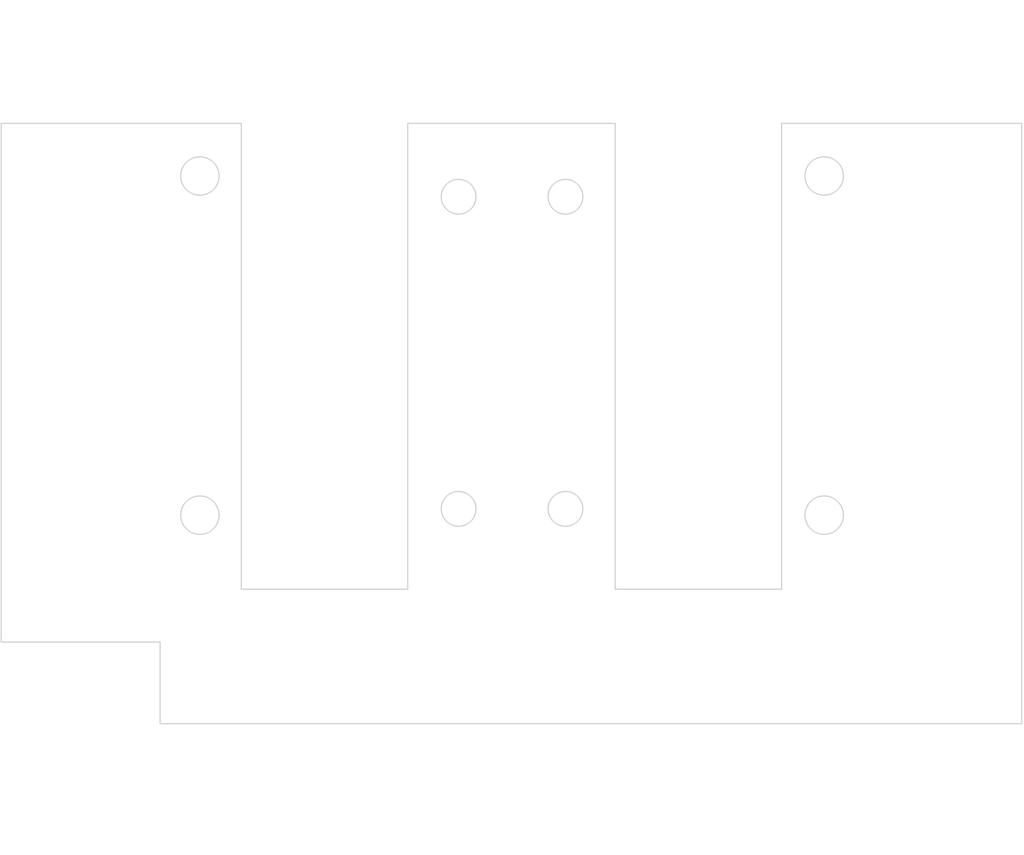
<source format=kicad_pcb>
(kicad_pcb (version 20221018) (generator pcbnew)

  (general
    (thickness 2)
  )

  (paper "A4")
  (title_block
    (title "Copper Plate Heat Sink for Kirdy LD Adapter")
    (date "2023-12-06")
    (rev "v0_1")
    (company "M-Labs Limited")
  )

  (layers
    (0 "F.Cu" signal)
    (31 "B.Cu" signal)
    (32 "B.Adhes" user "B.Adhesive")
    (33 "F.Adhes" user "F.Adhesive")
    (34 "B.Paste" user)
    (35 "F.Paste" user)
    (36 "B.SilkS" user "B.Silkscreen")
    (37 "F.SilkS" user "F.Silkscreen")
    (38 "B.Mask" user)
    (39 "F.Mask" user)
    (40 "Dwgs.User" user "User.Drawings")
    (41 "Cmts.User" user "User.Comments")
    (42 "Eco1.User" user "User.Eco1")
    (43 "Eco2.User" user "User.Eco2")
    (44 "Edge.Cuts" user)
    (45 "Margin" user)
    (46 "B.CrtYd" user "B.Courtyard")
    (47 "F.CrtYd" user "F.Courtyard")
    (48 "B.Fab" user)
    (49 "F.Fab" user)
    (50 "User.1" user)
    (51 "User.2" user)
    (52 "User.3" user)
    (53 "User.4" user)
    (54 "User.5" user)
    (55 "User.6" user)
    (56 "User.7" user)
    (57 "User.8" user)
    (58 "User.9" user)
  )

  (setup
    (stackup
      (layer "F.SilkS" (type "Top Silk Screen"))
      (layer "F.Paste" (type "Top Solder Paste"))
      (layer "F.Mask" (type "Top Solder Mask") (thickness 0.01))
      (layer "F.Cu" (type "copper") (thickness 0.035))
      (layer "dielectric 1" (type "core") (thickness 1.91) (material "FR4") (epsilon_r 4.5) (loss_tangent 0.02))
      (layer "B.Cu" (type "copper") (thickness 0.035))
      (layer "B.Mask" (type "Bottom Solder Mask") (thickness 0.01))
      (layer "B.Paste" (type "Bottom Solder Paste"))
      (layer "B.SilkS" (type "Bottom Silk Screen"))
      (copper_finish "None")
      (dielectric_constraints no)
    )
    (pad_to_mask_clearance 0)
    (pcbplotparams
      (layerselection 0x00010fc_ffffffff)
      (plot_on_all_layers_selection 0x0000000_00000000)
      (disableapertmacros false)
      (usegerberextensions false)
      (usegerberattributes true)
      (usegerberadvancedattributes true)
      (creategerberjobfile true)
      (dashed_line_dash_ratio 12.000000)
      (dashed_line_gap_ratio 3.000000)
      (svgprecision 4)
      (plotframeref false)
      (viasonmask false)
      (mode 1)
      (useauxorigin false)
      (hpglpennumber 1)
      (hpglpenspeed 20)
      (hpglpendiameter 15.000000)
      (dxfpolygonmode true)
      (dxfimperialunits true)
      (dxfusepcbnewfont true)
      (psnegative false)
      (psa4output false)
      (plotreference true)
      (plotvalue true)
      (plotinvisibletext false)
      (sketchpadsonfab false)
      (subtractmaskfromsilk false)
      (outputformat 1)
      (mirror false)
      (drillshape 1)
      (scaleselection 1)
      (outputdirectory "")
    )
  )

  (net 0 "")

  (gr_circle locked (center 68.55 4.38) (end 70.15 4.38)
    (stroke (width 0.1) (type default)) (fill none) (layer "Edge.Cuts") (tstamp 13b2f14a-baec-4b73-a910-cbbd8ac0c89c))
  (gr_line (start 85 0) (end 65 0)
    (stroke (width 0.1) (type default)) (layer "Edge.Cuts") (tstamp 1691fefa-b599-4192-abab-317913f9ce79))
  (gr_circle locked (center 38.1 32.1068) (end 39.55 32.1068)
    (stroke (width 0.1) (type default)) (fill none) (layer "Edge.Cuts") (tstamp 1a4d0981-1531-4c5a-8a12-92f4faf9885c))
  (gr_line (start 13.237 43.2) (end 13.237 50)
    (stroke (width 0.1) (type default)) (layer "Edge.Cuts") (tstamp 1d9c50da-b6a4-4d56-82e8-8c742530d8ae))
  (gr_line (start 51.14 38.8) (end 51.14 0)
    (stroke (width 0.1) (type default)) (layer "Edge.Cuts") (tstamp 224009be-dfe2-4b4d-b019-615d40fd097f))
  (gr_circle locked (center 68.55 32.63) (end 70.15 32.63)
    (stroke (width 0.1) (type default)) (fill none) (layer "Edge.Cuts") (tstamp 2a1a72ec-bf40-4779-afdc-8c196550edf5))
  (gr_line (start 65 38.8) (end 51.14 38.8)
    (stroke (width 0.1) (type default)) (layer "Edge.Cuts") (tstamp 32eb4ce7-b486-4d94-aa45-a6c198d9b6f1))
  (gr_line (start 13.237 50) (end 85 50)
    (stroke (width 0.1) (type default)) (layer "Edge.Cuts") (tstamp 32f8f033-2ffc-42bd-9511-f447bb294e24))
  (gr_circle locked (center 47 32.1068) (end 48.45 32.1068)
    (stroke (width 0.1) (type default)) (fill none) (layer "Edge.Cuts") (tstamp 3a5a8028-9da6-41e2-bc60-f14f2fd0352b))
  (gr_circle locked (center 16.55 4.38) (end 18.15 4.38)
    (stroke (width 0.1) (type default)) (fill none) (layer "Edge.Cuts") (tstamp 4be261ff-d99b-4dba-a2dc-6fa3db0678bc))
  (gr_line (start 0 0) (end 0 43.2)
    (stroke (width 0.1) (type default)) (layer "Edge.Cuts") (tstamp 4c590838-5598-498d-9e59-837fd7b3dd40))
  (gr_circle locked (center 38.1 6.1068) (end 39.55 6.1068)
    (stroke (width 0.1) (type default)) (fill none) (layer "Edge.Cuts") (tstamp 5cec328f-a66b-4fcc-b3c3-198ae4444976))
  (gr_circle locked (center 16.55 32.63) (end 18.15 32.63)
    (stroke (width 0.1) (type default)) (fill none) (layer "Edge.Cuts") (tstamp 9af5f91a-06b3-4957-ac6f-c99ae2cf539f))
  (gr_line (start 85 50) (end 85 0)
    (stroke (width 0.1) (type default)) (layer "Edge.Cuts") (tstamp a3141abe-463c-43cb-9eb8-cb223034342f))
  (gr_line (start 33.86 38.8) (end 20 38.8)
    (stroke (width 0.1) (type default)) (layer "Edge.Cuts") (tstamp a6d1ff60-49bf-4c5e-97b8-16dc852c75d7))
  (gr_line (start 0 43.2) (end 13.237 43.2)
    (stroke (width 0.1) (type default)) (layer "Edge.Cuts") (tstamp aaaa1219-ab2d-4218-954a-f6610ea177ee))
  (gr_line (start 51.14 0) (end 33.86 0)
    (stroke (width 0.1) (type default)) (layer "Edge.Cuts") (tstamp adee0984-5dc4-42ce-b997-3e89f8df63d8))
  (gr_line (start 20 0) (end 0 0)
    (stroke (width 0.1) (type default)) (layer "Edge.Cuts") (tstamp b51b7fa9-a162-48b7-8dc1-e3b979b1b92c))
  (gr_line (start 20 38.8) (end 20 0)
    (stroke (width 0.1) (type default)) (layer "Edge.Cuts") (tstamp b5ab7b0c-c06a-4030-ac25-806b7b44d29b))
  (gr_line (start 33.86 0) (end 33.86 38.8)
    (stroke (width 0.1) (type default)) (layer "Edge.Cuts") (tstamp bef847b5-1ef8-4d11-abd2-2fd9ca405553))
  (gr_line (start 65 0) (end 65 38.8)
    (stroke (width 0.1) (type default)) (layer "Edge.Cuts") (tstamp ce525e7e-2d25-4ebf-9a6f-a7cc3d214b4f))
  (gr_circle locked (center 47 6.1068) (end 48.45 6.1068)
    (stroke (width 0.1) (type default)) (fill none) (layer "Edge.Cuts") (tstamp ec0e4713-4fca-4760-b154-61e1fd31a835))
  (gr_line (start 6.098515 41.156357) (end 6.102969 41.15687)
    (stroke (width 0.2) (type solid)) (layer "User.2") (tstamp 006cd60c-9176-4d6d-8bdd-7dbc27e9800b))
  (gr_line (start 45.724763 6.796924) (end 45.628565 6.577614)
    (stroke (width 0.2) (type solid)) (layer "User.2") (tstamp 00a109bd-2404-4576-ba86-f3a980c2ec78))
  (gr_line (start 37.117942 5.04) (end 37.306925 4.892909)
    (stroke (width 0.2) (type solid)) (layer "User.2") (tstamp 00c1f948-29fe-498b-8a27-a997d5df7099))
  (gr_line (start 67.280415 1.163382) (end 66.943345 1.319327)
    (stroke (width 0.2) (type solid)) (layer "User.2") (tstamp 00d43c49-7c63-4e1c-9630-3d5b309917a1))
  (gr_line (start 18.341476 1.94343) (end 18.608725 2.167679)
    (stroke (width 0.2) (type solid)) (layer "User.2") (tstamp 01266006-0f23-4cdc-83e1-2d141ea5efcc))
  (gr_line (start 51.88 0.0668) (end 51.88 9.6568)
    (stroke (width 0.2) (type solid)) (layer "User.2") (tstamp 0137766b-daa2-4113-8d14-a108b905e4d2))
  (gr_line (start 5.123152 40.205619) (end 5.191667 40.171361)
    (stroke (width 0.2) (type solid)) (layer "User.2") (tstamp 0161e487-95ec-475b-b27d-0071c8de8669))
  (gr_line (start 5.289128 39.322824) (end 5.301987 39.34119)
    (stroke (width 0.2) (type solid)) (layer "User.2") (tstamp 0166ad6a-d3bf-450b-b37a-6833784eaa38))
  (gr_line (start 31.806538 13.696181) (end 31.862895 13.857239)
    (stroke (width 0.2) (type solid)) (layer "User.2") (tstamp 019a9936-3e3c-4b60-b8ab-f50f5f1cfe4b))
  (gr_line (start 17.070945 7.304223) (end 16.724434 7.344724)
    (stroke (width 0.2) (type solid)) (layer "User.2") (tstamp 01aee6da-9211-48c1-b39f-7148460a3c11))
  (gr_line (start 17.272493 29.200737) (end 17.623834 29.294879)
    (stroke (width 0.2) (type solid)) (layer "User.2") (tstamp 01e0768f-cff0-42d9-abe1-42852f18ff26))
  (gr_line (start 27.97 12.2488) (end 27.800439 12.229695)
    (stroke (width 0.2) (type solid)) (layer "User.2") (tstamp 01f82714-e1d4-4509-b12f-7feb34286a67))
  (gr_line (start 12.518238 41.223952) (end 12.522761 41.1983)
    (stroke (width 0.2) (type solid)) (layer "User.2") (tstamp 0211f888-9571-4c31-b757-4bfc7457efae))
  (gr_line (start 12.912493 41.957701) (end 12.887526 41.965127)
    (stroke (width 0.2) (type solid)) (layer "User.2") (tstamp 024ad156-8715-49c9-8c59-812ebc716d83))
  (gr_line (start 4.85419 41.916271) (end 4.821213 41.955571)
    (stroke (width 0.2) (type solid)) (layer "User.2") (tstamp 025fbcdd-626d-440d-bf00-e641f6478982))
  (gr_line (start 28.712895 16.736361) (end 28.656538 16.897419)
    (stroke (width 0.2) (type solid)) (layer "User.2") (tstamp 026137e1-5c9c-4d76-9be0-b38f34b2023f))
  (gr_line (start 29.6 0.0668) (end 29.6 9.6568)
    (stroke (width 0.2) (type solid)) (layer "User.2") (tstamp 02948e0a-a8e5-4c3d-ae1b-0a413315d5d1))
  (gr_line (start 3.783713 41.965619) (end 3.593237 41.965619)
    (stroke (width 0.2) (type solid)) (layer "User.2") (tstamp 029d8c3a-8816-4dac-a877-5595b48b3399))
  (gr_line (start 2.662823 41.961096) (end 2.659387 41.958213)
    (stroke (width 0.2) (type solid)) (layer "User.2") (tstamp 02c00aef-1bf6-4e06-9796-bc81da5a0a37))
  (gr_line (start 66.251867 30.671437) (end 66.491275 30.417679)
    (stroke (width 0.2) (type solid)) (layer "User.2") (tstamp 02c2892f-4b46-4a5a-ace1-d49c303bf740))
  (gr_line (start 12.518729 41.756335) (end 12.519771 41.751973)
    (stroke (width 0.2) (type solid)) (layer "User.2") (tstamp 02ea369f-f946-45b4-bbf0-a27d1e85c087))
  (gr_line (start 39.082058 5.04) (end 39.244254 5.216192)
    (stroke (width 0.2) (type solid)) (layer "User.2") (tstamp 02f43544-ebaf-441e-86f0-3ccc345301ff))
  (gr_line (start 70.770554 1.735561) (end 70.474888 1.510802)
    (stroke (width 0.2) (type solid)) (layer "User.2") (tstamp 02f786a1-d49a-4ea4-a864-58baf3d2c3d1))
  (gr_line (start 48.943906 42.931438) (end 48.99881 42.876534)
    (stroke (width 0.2) (type solid)) (layer "User.2") (tstamp 02fb0ee6-a202-45e0-ba45-5cb7ffcdedd5))
  (gr_line (start 17.104917 29.214955) (end 16.735698 29.1748)
    (stroke (width 0.2) (type solid)) (layer "User.2") (tstamp 03036ce5-fa71-4467-bc4e-735bb7dc153d))
  (gr_line (start 39.375237 5.416676) (end 39.471435 5.635986)
    (stroke (width 0.2) (type solid)) (layer "User.2") (tstamp 031363d8-1a5f-4c1a-b44d-469e2a68b223))
  (gr_line (start 65.570285 32.948079) (end 65.55 32.5998)
    (stroke (width 0.2) (type solid)) (layer "User.2") (tstamp 03392a2e-3d16-4579-a387-44e8930a1426))
  (gr_line (start 7.222405 40.825667) (end 7.224395 40.825315)
    (stroke (width 0.2) (type solid)) (layer "User.2") (tstamp 0368aea6-7e16-441c-b485-86b059294207))
  (gr_line (start 51.82 38.2668) (end 51.777574 38.249226)
    (stroke (width 0.2) (type solid)) (layer "User.2") (tstamp 038ed642-23b2-4132-a1a4-722277aa6348))
  (gr_line (start 9.143936 41.358234) (end 9.142894 41.362595)
    (stroke (width 0.2) (type solid)) (layer "User.2") (tstamp 03904e3e-4518-4d1b-af13-3f84bc3d7355))
  (gr_line (start 6.263476 40.060228) (end 6.263476 40.120056)
    (stroke (width 0.2) (type solid)) (layer "User.2") (tstamp 03fba958-e3cb-4b6e-afbb-4de4e8142cff))
  (gr_line (start 13.329491 41.294429) (end 13.290191 41.261452)
    (stroke (width 0.2) (type solid)) (layer "User.2") (tstamp 04007d13-3dcb-42b3-b6ea-8f28cd8bafcd))
  (gr_line (start 13.37543 5.76321) (end 13.245079 5.423634)
    (stroke (width 0.2) (type solid)) (layer "User.2") (tstamp 0413fa45-7799-4513-aa0a-8362cd9eae56))
  (gr_line (start 7.682371 41.267638) (end 7.683062 41.266157)
    (stroke (width 0.2) (type solid)) (layer "User.2") (tstamp 041628b3-9b56-4a93-9b25-cf4ab484cc65))
  (gr_line (start 12.055408 41.363617) (end 12.025001 41.33321)
    (stroke (width 0.2) (type solid)) (layer "User.2") (tstamp 043a7d63-7b4a-4818-a61b-f35b1182a35d))
  (gr_line (start 39.959108 43.53894) (end 39.992886 43.532027)
    (stroke (width 0.2) (type solid)) (layer "User.2") (tstamp 044d86c9-a42b-4bc4-b998-3aae20c39c1b))
  (gr_line (start 20.005964 32.963036) (end 19.949063 33.322293)
    (stroke (width 0.2) (type solid)) (layer "User.2") (tstamp 0457e43b-d50f-4083-a0cb-2601ee4eab9d))
  (gr_line (start 18.848133 30.671437) (end 19.056463 30.951273)
    (stroke (width 0.2) (type solid)) (layer "User.2") (tstamp 0497d67e-52f1-4092-b12a-41c9bdffcce5))
  (gr_line (start 39.244254 31.216192) (end 39.375237 31.416676)
    (stroke (width 0.2) (type solid)) (layer "User.2") (tstamp 04b7c86e-4315-4cae-9149-4baf8f542d32))
  (gr_line (start 36.338843 43.525543) (end 36.409015 43.558782)
    (stroke (width 0.2) (type solid)) (layer "User.2") (tstamp 05053322-3ce4-4105-80a1-ec5128ded32e))
  (gr_line (start 66.507446 29.788466) (end 66.8125 29.590362)
    (stroke (width 0.2) (type solid)) (layer "User.2") (tstamp 0543d523-b840-43a3-af24-06aae33c0257))
  (gr_line (start 36.728565 6.577614) (end 36.669776 6.345462)
    (stroke (width 0.2) (type solid)) (layer "User.2") (tstamp 054a79a7-8691-4cff-a6cc-cb3aaf6254b2))
  (gr_line (start 28.656538 16.236181) (end 28.712895 16.397239)
    (stroke (width 0.2) (type solid)) (layer "User.2") (tstamp 054b8a88-5d77-45b0-8f56-f184e1c86967))
  (gr_line (start 54.455099 14.622556) (end 54.310619 14.713338)
    (stroke (width 0.2) (type solid)) (layer "User.2") (tstamp 05530cd0-b7bb-4970-b41f-dbc55f7866e7))
  (gr_line (start 6.550896 39.546357) (end 6.55535 39.54687)
    (stroke (width 0.2) (type solid)) (layer "User.2") (tstamp 056e6bb9-ef5b-4790-a85b-8653d15ec8e6))
  (gr_line (start 18.341476 30.19343) (end 18.608725 30.417679)
    (stroke (width 0.2) (type solid)) (layer "User.2") (tstamp 057e8246-8bd0-4266-a5d3-5dccebc4fb1c))
  (gr_line (start 9.617047 39.205619) (end 9.642699 39.210142)
    (stroke (width 0.2) (type solid)) (layer "User.2") (tstamp 05804fb1-d281-4ad6-a951-224ecb602210))
  (gr_line (start 5.868961 39.28522) (end 5.869823 39.288439)
    (stroke (width 0.2) (type solid)) (layer "User.2") (tstamp 05a54681-9151-42ad-b0b0-8f21359aad08))
  (gr_line (start 51.88 9.6568) (end 55.5 9.6568)
    (stroke (width 0.2) (type solid)) (layer "User.2") (tstamp 05a5aaf4-96a8-4afe-a55d-0ab2a595f4b6))
  (gr_line (start 66.943345 7.380273) (end 67.280415 7.536218)
    (stroke (width 0.2) (type solid)) (layer "User.2") (tstamp 05c5445f-2bc1-4837-8324-a60fe5068f10))
  (gr_line (start 2.55 48.8868) (end 2.55 43.8068)
    (stroke (width 0.2) (type solid)) (layer "User.2") (tstamp 05c96a23-d246-4844-8886-57c3700df08c))
  (gr_line (start 47.11974 30.661752) (end 47.355954 30.70117)
    (stroke (width 0.2) (type solid)) (layer "User.2") (tstamp 05cc611f-fa7f-4d5b-b784-aa5fd3a3fcfd))
  (gr_line (start 7.797734 41.750953) (end 7.828141 41.781361)
    (stroke (width 0.2) (type solid)) (layer "User.2") (tstamp 05efa253-b37f-49cc-93e2-c119e5d26413))
  (gr_line (start 8.715857 41.350256) (end 8.715857 41.890619)
    (stroke (width 0.2) (type solid)) (layer "User.2") (tstamp 06142953-12b9-459c-b86e-0df421d017d7))
  (gr_line (start 50.160355 43.22507) (end 50.255593 43.415546)
    (stroke (width 0.2) (type solid)) (layer "User.2") (tstamp 0615bef7-f1ca-4993-94c0-e1001df47bf2))
  (gr_line (start 35.114284 45.006438) (end 35.114284 43.156438)
    (stroke (width 0.2) (type solid)) (layer "User.2") (tstamp 0618fb24-534c-42bd-97bf-c9b9eefbe37f))
  (gr_line (start 27.227105 21.477239) (end 27.283462 21.316181)
    (stroke (width 0.2) (type solid)) (layer "User.2") (tstamp 061b9032-3d29-45a9-b2e9-1a78bcee4157))
  (gr_line (start 13.423 41.148952) (end 13.423 40.890619)
    (stroke (width 0.2) (type solid)) (layer "User.2") (tstamp 061e5c6d-c330-4378-8a67-ea2b246fa7eb))
  (gr_line (start 4.72626 41.938828) (end 4.724086 41.932856)
    (stroke (width 0.2) (type solid)) (layer "User.2") (tstamp 06307ac7-2a82-4754-a5dd-263df1eb997d))
  (gr_line (start 57.13 10.7248) (end 57.299561 10.743905)
    (stroke (width 0.2) (type solid)) (layer "User.2") (tstamp 0632549c-ed56-4b5c-b944-a7994f1db326))
  (gr_line (start 28.712895 21.477239) (end 28.732 21.6468)
    (stroke (width 0.2) (type solid)) (layer "User.2") (tstamp 06482731-f704-4eb0-a15c-8a6e27454e83))
  (gr_line (start 28.300619 26.040262) (end 28.445099 26.131044)
    (stroke (width 0.2) (type solid)) (layer "User.2") (tstamp 065e6bdf-6a35-4746-bda6-d1f8ca5b6931))
  (gr_line (start 13.150937 5.072293) (end 13.094036 4.713036)
    (stroke (width 0.2) (type solid)) (layer "User.2") (tstamp 0664cb8a-55d9-4cf3-8c47-f3d00fe1b8a1))
  (gr_line (start 6.223594 41.23031) (end 6.231748 41.23803)
    (stroke (width 0.2) (type solid)) (layer "User.2") (tstamp 06800b3c-775a-49a4-a82e-321d770e61eb))
  (gr_line (start 67.68959 35.473769) (end 67.361761 35.354448)
    (stroke (width 0.2) (type solid)) (layer "User.2") (tstamp 068d0389-6ff6-4dce-91d9-738e8ae65f95))
  (gr_line (start 19.369078 33.62586) (end 19.230898 33.946198)
    (stroke (width 0.2) (type solid)) (layer "User.2") (tstamp 069351bb-ce26-4ef2-acb9-50e3f4c493f6))
  (gr_line (start 6.519967 41.294429) (end 6.480667 41.261452)
    (stroke (width 0.2) (type solid)) (layer "User.2") (tstamp 06f84944-0b90-4b47-ae90-ce50201f7f80))
  (gr_line (start 11.7795 41.150485) (end 11.783714 41.148952)
    (stroke (width 0.2) (type solid)) (layer "User.2") (tstamp 07ce183f-c14e-4333-8493-14790b1ba0e7))
  (gr_line (start 5.879378 39.340907) (end 5.879968 39.347649)
    (stroke (width 0.2) (type solid)) (layer "User.2") (tstamp 07dacf77-c581-47ed-a5a6-36159319284c))
  (gr_line (start 3.095274 41.410214) (end 3.096808 41.414428)
    (stroke (width 0.2) (type solid)) (layer "User.2") (tstamp 083d3ff2-ec7e-47e9-9445-59a180ff54d3))
  (gr_line (start 12.702554 41.957701) (end 12.607316 41.910082)
    (stroke (width 0.2) (type solid)) (layer "User.2") (tstamp 086f56fb-eed2-4362-84d8-1d08bc979cb7))
  (gr_line (start 7.207007 40.014879) (end 7.202554 40.014367)
    (stroke (width 0.2) (type solid)) (layer "User.2") (tstamp 0878da8c-b3b2-487d-a9c6-f4cace28d20d))
  (gr_line (start 59.901029 5.098792) (end 60.090312 5.17212)
    (stroke (width 0.2) (type solid)) (layer "User.2") (tstamp 0888486b-0533-46d1-a2a5-8887df351cbf))
  (gr_line (start 33.22 9.7568) (end 29.6 9.7568)
    (stroke (width 0.2) (type solid)) (layer "User.2") (tstamp 08e2765b-90bc-4f38-80a1-ff69b265319e))
  (gr_line (start 3.512019 41.363617) (end 3.477761 41.432133)
    (stroke (width 0.2) (type solid)) (layer "User.2") (tstamp 08fb084a-0ef9-48ef-9ab2-15f8e7d99eef))
  (gr_line (start 30.950439 19.849695) (end 30.789381 19.793338)
    (stroke (width 0.2) (type solid)) (layer "User.2") (tstamp 090ba425-0bca-4085-8228-1f87f65288be))
  (gr_line (start 0.014645 50.035355) (end 0 50)
    (stroke (width 0.2) (type solid)) (layer "User.2") (tstamp 0921c8cf-b51d-413c-81ef-7d8d7b85c04a))
  (gr_line (start 6.738132 39.752595) (end 6.739666 39.756809)
    (stroke (width 0.2) (type solid)) (layer "User.2") (tstamp 093c7b8c-fada-41a3-be56-aaaf26c69384))
  (gr_line (start 30.377105 24.356361) (end 30.358 24.1868)
    (stroke (width 0.2) (type solid)) (layer "User.2") (tstamp 094f4a35-05e1-49bf-9891-9a0162772a76))
  (gr_line (start 6.286793 41.358234) (end 6.285751 41.362595)
    (stroke (width 0.2) (type solid)) (layer "User.2") (tstamp 0950aaa5-e975-495e-a73e-206425fe5307))
  (gr_line (start 27.227105 21.816361) (end 27.208 21.6468)
    (stroke (width 0.2) (type solid)) (layer "User.2") (tstamp 0954c804-b93d-46be-aa07-7421f49f592d))
  (gr_line (start 55.6 38.1468) (end 64.36 38.1468)
    (stroke (width 0.2) (type solid)) (layer "User.2") (tstamp 096dbfac-3d40-42a5-b2ff-529be456f0c3))
  (gr_line (start 85 49.95) (end 85 0.05)
    (stroke (width 0.2) (type solid)) (layer "User.2") (tstamp 098f07df-aa52-45c3-8b77-4b2af1aada6c))
  (gr_line (start 38.893075 30.892909) (end 39.082058 31.04)
    (stroke (width 0.2) (type solid)) (layer "User.2") (tstamp 0999a778-f683-4101-91cc-b19f9d29dda5))
  (gr_line (start 31.715756 23.711701) (end 31.806538 23.856181)
    (stroke (width 0.2) (type solid)) (layer "User.2") (tstamp 09c9eae6-4cdc-4abb-96e1-d1f5ab8888bd))
  (gr_line (start 9.406333 40.280619) (end 9.40181 40.306271)
    (stroke (width 0.2) (type solid)) (layer "User.2") (tstamp 09edbb8d-f6d1-4bd8-82b6-795645181adb))
  (gr_line (start 47.982058 33.1736) (end 47.793075 33.320691)
    (stroke (width 0.2) (type solid)) (layer "User.2") (tstamp 09eea68a-5391-4997-9bc5-0985bbaa1aba))
  (gr_line (start 3.327761 41.414428) (end 3.332284 41.388776)
    (stroke (width 0.2) (type solid)) (layer "User.2") (tstamp 09f2a0ea-0340-43a3-acc2-36822227ab40))
  (gr_line (start 1.463639 40.851822) (end 1.470725 40.858903)
    (stroke (width 0.2) (type solid)) (layer "User.2") (tstamp 09f52bf4-c08b-40a0-bc43-189230aaa6d5))
  (gr_line (start 2.025488 40.833339) (end 2.031927 40.825667)
    (stroke (width 0.2) (type solid)) (layer "User.2") (tstamp 0a00cab9-1ede-4868-b710-36014cbbb375))
  (gr_line (start 68.186764 36.055764) (end 67.827507 35.998863)
    (stroke (width 0.2) (type solid)) (layer "User.2") (tstamp 0a0993f7-7ff9-4b81-a5ac-3e7af6794c64))
  (gr_line (start 56.654901 26.131044) (end 56.799381 26.040262)
    (stroke (width 0.2) (type solid)) (layer "User.2") (tstamp 0a439364-7430-4e46-85c8-5285651ec589))
  (gr_line (start 18.2875 1.340362) (end 18.592554 1.538466)
    (stroke (width 0.2) (type solid)) (layer "User.2") (tstamp 0a787e46-e21d-456a-a6d9-249e533b1083))
  (gr_line (start 48.430224 32.345462) (end 48.371435 32.577614)
    (stroke (width 0.2) (type solid)) (layer "User.2") (tstamp 0a98d091-1a75-44e8-a5bb-97175d3e1db6))
  (gr_line (start 48.430224 31.868138) (end 48.45 32.1068)
    (stroke (width 0.2) (type solid)) (layer "User.2") (tstamp 0aa1377f-844d-4e37-a256-fbdf13e631e2))
  (gr_line (start 71.280623 30.524034) (end 71.040186 30.24097)
    (stroke (width 0.2) (type solid)) (layer "User.2") (tstamp 0aa3897c-b5b7-4511-8fc7-deac1db4246c))
  (gr_line (start 67.63237 7.654805) (end 67.995083 7.734645)
    (stroke (width 0.2) (type solid)) (layer "User.2") (tstamp 0ae4dd89-7219-428e-8a5b-0a6843566429))
  (gr_line (start 5.714901 41.241743) (end 5.750173 41.204489)
    (stroke (width 0.2) (type solid)) (layer "User.2") (tstamp 0ae8db51-d64a-4172-a4cc-609f38e72be1))
  (gr_line (start 6.589666 39.805694) (end 6.589666 39.774514)
    (stroke (width 0.2) (type solid)) (layer "User.2") (tstamp 0af7619b-1bcd-4b34-8afe-29fb124ea7e2))
  (gr_line (start 39.244254 6.997408) (end 39.082058 7.1736)
    (stroke (width 0.2) (type solid)) (layer "User.2") (tstamp 0b031488-cc6a-4928-ace0-cac547fad935))
  (gr_line (start 13.730922 3.32374) (end 13.869102 3.003402)
    (stroke (width 0.2) (type solid)) (layer "User.2") (tstamp 0b0a8c6c-bcfe-4965-a38f-90d8daed0cf8))
  (gr_line (start 19.672322 -0.595878) (end 19.69 -0.6032)
    (stroke (width 0.2) (type solid)) (layer "User.2") (tstamp 0b17b248-08ad-4160-a092-b346bf157730))
  (gr_line (start 43.203714 44.169533) (end 43.22381 44.244533)
    (stroke (width 0.2) (type solid)) (layer "User.2") (tstamp 0b17f368-51cd-4925-9a7e-4335e66f8afa))
  (gr_line (start 13.008785 41.96448) (end 12.964356 41.938828)
    (stroke (width 0.2) (type solid)) (layer "User.2") (tstamp 0b5a27c0-9e02-4842-8abd-17a9f8385c89))
  (gr_line (start 19.72457 34.01321) (end 19.715 34.031992)
    (stroke (width 0.2) (type solid)) (layer "User.2") (tstamp 0b740bba-cd14-421d-bf22-d27739f8be6c))
  (gr_line (start 6.739666 39.756809) (end 6.739666 40.280619)
    (stroke (width 0.2) (type solid)) (layer "User.2") (tstamp 0b8c000f-0694-441e-9b1f-db1ff9942cee))
  (gr_line (start 12.887526 41.965127) (end 12.883165 41.964085)
    (stroke (width 0.2) (type solid)) (layer "User.2") (tstamp 0b946c70-e2a5-471f-a01a-eb563133a805))
  (gr_line (start 5.689428 39.5883) (end 5.722405 39.549)
    (stroke (width 0.2) (type solid)) (layer "User.2") (tstamp 0bc92d7b-c8f5-4e8a-b0ca-db5c4e7992c8))
  (gr_line (start 36.162173 45.664117) (end 36.186727 45.590455)
    (stroke (width 0.2) (type solid)) (layer "User.2") (tstamp 0bcd83a4-719c-4be2-86f0-04b2194b999d))
  (gr_line (start 5.746881 40.35448) (end 5.702452 40.328828)
    (stroke (width 0.2) (type solid)) (layer "User.2") (tstamp 0c197187-886b-4dcb-b68d-dc3330d2d8cf))
  (gr_line (start 53.237105 24.017239) (end 53.293462 23.856181)
    (stroke (width 0.2) (type solid)) (layer "User.2") (tstamp 0c24aa61-2096-4fe6-a0f9-d8c04609a651))
  (gr_line (start 44.608126 42.90728) (end 44.632284 42.931438)
    (stroke (width 0.2) (type solid)) (layer "User.2") (tstamp 0c37c3d5-9e13-49b0-9f0c-ab3de9a22dbe))
  (gr_line (start 5.462999 41.9353) (end 5.420186 41.963566)
    (stroke (width 0.2) (type solid)) (layer "User.2") (tstamp 0c4b4e6b-84b0-4285-8cdf-b10edbd0e373))
  (gr_line (start 45.55 6.1068) (end 45.569776 5.868138)
    (stroke (width 0.2) (type solid)) (layer "User.2") (tstamp 0c6c60ea-7b87-47c3-a295-08ccd81b858b))
  (gr_line (start 30.789381 13.340262) (end 30.950439 13.283905)
    (stroke (width 0.2) (type solid)) (layer "User.2") (tstamp 0c7aa295-3c6e-4df4-a968-f6323693e8db))
  (gr_line (start 50.255593 44.597329) (end 50.160355 44.787805)
    (stroke (width 0.2) (type solid)) (layer "User.2") (tstamp 0ca3d355-b2e3-4f92-964d-7e8468b77758))
  (gr_line (start 4.284665 41.1983) (end 4.317642 41.159)
    (stroke (width 0.2) (type solid)) (layer "User.2") (tstamp 0caedb6f-512e-48fd-ae66-2bb1030601f1))
  (gr_line (start 35.114284 43.156438) (end 34.692856 43.156438)
    (stroke (width 0.2) (type solid)) (layer "User.2") (tstamp 0cd75def-bf05-43aa-bfdf-6fafdae72b05))
  (gr_line (start 19.715 34.031992) (end 19.715 38.7668)
    (stroke (width 0.2) (type solid)) (layer "User.2") (tstamp 0ce7b292-7faf-4e68-9460-c42af64d1a33))
  (gr_line (start 7.246881 41.96448) (end 7.202452 41.938828)
    (stroke (width 0.2) (type solid)) (layer "User.2") (tstamp 0ce860b1-0100-4d08-aa6f-a86e16db0d68))
  (gr_line (start 69.070945 1.395377) (end 69.41041 1.475831)
    (stroke (width 0.2) (type solid)) (layer "User.2") (tstamp 0d230364-bc7b-4349-83da-dcb60a28f122))
  (gr_line (start 1.332284 40.864967) (end 1.338722 40.857293)
    (stroke (width 0.2) (type solid)) (layer "User.2") (tstamp 0d41f994-8f38-483e-934a-69df59736390))
  (gr_line (start 15.476166 29.294879) (end 15.827507 29.200737)
    (stroke (width 0.2) (type solid)) (layer "User.2") (tstamp 0d7bfebe-cf18-4cba-bea7-62cc258de12e))
  (gr_line (start 12.55 43.8068) (end 12.55 48.8868)
    (stroke (width 0.2) (type solid)) (layer "User.2") (tstamp 0d800279-c4bd-4751-b3da-0a7cf1797a61))
  (gr_line (start 14.507446 1.538466) (end 14.8125 1.340362)
    (stroke (width 0.2) (type solid)) (layer "User.2") (tstamp 0d89b912-4174-4c97-bbe1-c28439007667))
  (gr_line (start 57.460619 12.173338) (end 57.299561 12.229695)
    (stroke (width 0.2) (type solid)) (layer "User.2") (tstamp 0d9d0bc5-eeeb-414b-af53-b75c321f9ca6))
  (gr_line (start 5.240027 39.274514) (end 5.241509 39.275205)
    (stroke (width 0.2) (type solid)) (layer "User.2") (tstamp 0d9e1e94-dc55-4816-bec7-a94db319afa4))
  (gr_line (start 19.854921 5.423634) (end 19.72457 5.76321)
    (stroke (width 0.2) (type solid)) (layer "User.2") (tstamp 0db3cc87-d4e6-40f5-9c3e-ecd3933d77a0))
  (gr_line (start 67.827507 7.748863) (end 67.476166 7.654721)
    (stroke (width 0.2) (type solid)) (layer "User.2") (tstamp 0dbca702-3704-42ab-8f2c-a60b6b028215))
  (gr_line (start 1.327761 41.890619) (end 1.327761 40.890619)
    (stroke (width 0.2) (type solid)) (layer "User.2") (tstamp 0ddd6b30-b5a1-4b30-935d-b2be50eb57a2))
  (gr_line (start 56.654901 22.242556) (end 56.534244 22.121899)
    (stroke (width 0.2) (type solid)) (layer "User.2") (tstamp 0de8c366-a45e-4a35-bec0-e2e89f4ead32))
  (gr_line (start 71.949063 5.072293) (end 71.854921 5.423634)
    (stroke (width 0.2) (type solid)) (layer "User.2") (tstamp 0dfbf2b9-586c-4413-98d2-d5b9acf8d9c1))
  (gr_line (start 4.746213 41.159) (end 4.796737 41.150091)
    (stroke (width 0.2) (type solid)) (layer "User.2") (tstamp 0dff3272-ece1-4bb2-85a7-2883c9315bb9))
  (gr_line (start 9.665256 39.338072) (end 9.617047 39.355619)
    (stroke (width 0.2) (type solid)) (layer "User.2") (tstamp 0e0894d4-a787-4fcc-b19c-86dbc860469c))
  (gr_line (start 71.55 4.3498) (end 71.529715 4.698079)
    (stroke (width 0.2) (type solid)) (layer "User.2") (tstamp 0e47eeeb-69bb-4c1b-affd-c7afaa76c37d))
  (gr_line (start 15.476166 1.044879) (end 15.827507 0.950737)
    (stroke (width 0.2) (type solid)) (layer "User.2") (tstamp 0e5b8129-066a-438d-b181-53c9154fe609))
  (gr_line (start 14.8125 29.590362) (end 15.13659 29.42523)
    (stroke (width 0.2) (type solid)) (layer "User.2") (tstamp 0e98b07b-1050-400c-9471-3f75fa0cc765))
  (gr_line (start 5.661095 41.747761) (end 5.661095 41.652523)
    (stroke (width 0.2) (type solid)) (layer "User.2") (tstamp 0ea4b3b3-ce50-45d8-8a62-48599bb6ea6f))
  (gr_line (start 57.725756 21.171701) (end 57.816538 21.316181)
    (stroke (width 0.2) (type solid)) (layer "User.2") (tstamp 0ead1325-832c-4a88-891b-bbcf5899bee2))
  (gr_line (start 8.801419 41.298952) (end 8.732903 41.33321)
    (stroke (width 0.2) (type solid)) (layer "User.2") (tstamp 0eae8393-8a65-4881-bb91-827ae788b34d))
  (gr_line (start 70.341476 30.19343) (end 70.608725 30.417679)
    (stroke (width 0.2) (type solid)) (layer "User.2") (tstamp 0eb727f3-fa88-44f0-9c57-98efac05d441))
  (gr_line (start 13.37543 34.01321) (end 13.245079 33.673634)
    (stroke (width 0.2) (type solid)) (layer "User.2") (tstamp 0eba0503-dc0b-45e1-b668-112ec0f459d0))
  (gr_line (start 5.337437 40.236931) (end 5.336747 40.238413)
    (stroke (width 0.2) (type solid)) (layer "User.2") (tstamp 0ebf5a5b-eed9-48be-a309-3e243c1bc731))
  (gr_line (start 30.377105 24.017239) (end 30.433462 23.856181)
    (stroke (width 0.2) (type solid)) (layer "User.2") (tstamp 0ed31c57-cf1c-442f-8fab-201b761b7ad6))
  (gr_line (start 13.423491 41.756335) (end 13.424533 41.751973)
    (stroke (width 0.2) (type solid)) (layer "User.2") (tstamp 0ed4f2a2-5e8c-4e13-a3d0-3035362bf73e))
  (gr_line (start 65.299521 3.254586) (end 65.200162 3.612445)
    (stroke (width 0.2) (type solid)) (layer "User.2") (tstamp 0ef05edd-a0c3-4f68-b849-517907b26b73))
  (gr_line (start 10.2945 41.96448) (end 10.250071 41.938828)
    (stroke (width 0.2) (type solid)) (layer "User.2") (tstamp 0f18e603-a4db-45bc-9952-80b407e62d29))
  (gr_line (start 4.711696 39.223166) (end 4.718054 39.220851)
    (stroke (width 0.2) (type solid)) (layer "User.2") (tstamp 0f5bef14-6d5b-4bca-a657-d7d1623dd732))
  (gr_line (start 7.87652 39.886642) (end 7.902172 39.842213)
    (stroke (width 0.2) (type solid)) (layer "User.2") (tstamp 0f7ee4ab-4793-44b0-9cca-67ae67559780))
  (gr_line (start 3.803951 41.317923) (end 3.766008 41.298952)
    (stroke (width 0.2) (type solid)) (layer "User.2") (tstamp 0fa8838f-1f74-45e1-9dd4-c72be2d06e3a))
  (gr_line (start 13.075 4.3498) (end 13.094036 3.986564)
    (stroke (width 0.2) (type solid)) (layer "User.2") (tstamp 0fb4085d-ba29-410f-b610-d10d14dd05bd))
  (gr_line (start 39.768632 45.045364) (end 39.761769 45.039278)
    (stroke (width 0.2) (type solid)) (layer "User.2") (tstamp 0fc80e83-7d33-4c26-867d-4b6b30690e60))
  (gr_line (start 11.763476 41.796647) (end 11.801419 41.815619)
    (stroke (width 0.2) (type solid)) (layer "User.2") (tstamp 0fd0b524-bf7a-4f22-84b2-5e4e3a354d70))
  (gr_line (start 39.55 32.1068) (end 39.530224 32.345462)
    (stroke (width 0.2) (type solid)) (layer "User.2") (tstamp 0fe8ee14-6e8f-452d-a5d4-a71d4c89a1cb))
  (gr_line (start 71.949063 31.877307) (end 72.005964 32.236564)
    (stroke (width 0.2) (type solid)) (layer "User.2") (tstamp 101c06f2-b4eb-41ed-b71f-3144cc3821e8))
  (gr_line (start 49.754688 43.232781) (end 49.525657 43.156438)
    (stroke (width 0.2) (type solid)) (layer "User.2") (tstamp 10306119-2846-416a-bd0f-fe983b789125))
  (gr_line (start 24.68709 31.315735) (end 24.837102 31.178981)
    (stroke (width 0.2) (type solid)) (layer "User.2") (tstamp 1031878f-53da-4411-a849-f1996b1a36c1))
  (gr_line (start 24.837102 5.278981) (end 25.009688 5.17212)
    (stroke (width 0.2) (type solid)) (layer "User.2") (tstamp 10545062-c34b-44a6-ae1b-3c88c58294ac))
  (gr_line (start 66.329446 29.985561) (end 66.059814 30.24097)
    (stroke (width 0.2) (type solid)) (layer "User.2") (tstamp 1065d507-3087-4e6d-afdb-d4a17e865302))
  (gr_line (start 7.950381 39.824666) (end 8.712286 39.824666)
    (stroke (width 0.2) (type solid)) (layer "User.2") (tstamp 1074e0e7-a8a8-4374-8f29-0707420e99fd))
  (gr_line (start 57.892 11.4868) (end 57.872895 11.656361)
    (stroke (width 0.2) (type solid)) (layer "User.2") (tstamp 1094913e-f453-4289-a558-f04ba07555c3))
  (gr_line (start 70.474888 35.438798) (end 70.770554 35.214039)
    (stroke (width 0.2) (type solid)) (layer "User.2") (tstamp 10bba82e-55e3-4c05-8140-9b0cd4990f8e))
  (gr_line (start 59.498505 7.252108) (end 59.298971 7.214808)
    (stroke (width 0.2) (type solid)) (layer "User.2") (tstamp 10d4b4ea-3af9-43de-bb14-de0e33fae399))
  (gr_line (start 13.436989 31.159568) (end 13.299521 31.504586)
    (stroke (width 0.2) (type solid)) (layer "User.2") (tstamp 10ee9bf2-41f5-43e1-b644-5cbdd403ffd9))
  (gr_line (start 40.722796 43.685694) (end 40.725696 43.694396)
    (stroke (width 0.2) (type solid)) (layer "User.2") (tstamp 10fba3fb-3c51-433e-8a02-d30b435e47a9))
  (gr_line (start 7.299703 41.048156) (end 7.299526 41.04828)
    (stroke (width 0.2) (type solid)) (layer "User.2") (tstamp 1100bbb5-8c24-4424-a483-3433f42533fa))
  (gr_line (start 10.708714 41.890619) (end 10.708714 41.223952)
    (stroke (width 0.2) (type solid)) (layer "User.2") (tstamp 1107dcbe-d4bd-4f7c-a5ec-df598effb76f))
  (gr_line (start 38.455954 4.70117) (end 38.682458 4.778929)
    (stroke (width 0.2) (type solid)) (layer "User.2") (tstamp 111f9d7f-2e5c-4ccd-817a-e1977826cd8f))
  (gr_line (start 7.202554 39.54687) (end 7.22752 39.539444)
    (stroke (width 0.2) (type solid)) (layer "User.2") (tstamp 1123b845-8728-4ecd-878e-e3fb946d034f))
  (gr_line (start 9.256333 40.280619) (end 9.256333 39.355619)
    (stroke (width 0.2) (type solid)) (layer "User.2") (tstamp 116c7d07-07ec-48f7-8c01-347ed600aee3))
  (gr_line (start 65.385 31.29005) (end 65.299521 31.504586)
    (stroke (width 0.2) (type solid)) (layer "User.2") (tstamp 118bde1e-121c-4df8-b24d-fdb6dd5b4e82))
  (gr_line (start 6.177166 40.27426) (end 6.169013 40.266541)
    (stroke (width 0.2) (type solid)) (layer "User.2") (tstamp 1191c284-d646-4a51-9581-e2c6e8a81857))
  (gr_line (start 5.185395 41.756335) (end 5.186437 41.751973)
    (stroke (width 0.2) (type solid)) (layer "User.2") (tstamp 11c76444-fdf9-47fb-9571-a6010903533f))
  (gr_line (start 49.573325 42.862687) (end 49.597434 42.864135)
    (stroke (width 0.2) (type solid)) (layer "User.2") (tstamp 11c90b33-a5f5-455f-96dd-6b998c4b5eca))
  (gr_line (start 11.09508 41.153475) (end 11.098515 41.156357)
    (stroke (width 0.2) (type solid)) (layer "User.2") (tstamp 11d10e16-09f6-432f-88d8-0d6596ab2e08))
  (gr_line (start 65.819377 34.675566) (end 66.059814 34.95863)
    (stroke (width 0.2) (type solid)) (layer "User.2") (tstamp 11e66b43-4633-4820-9d92-776c423ef892))
  (gr_line (start 8.050896 41.156357) (end 8.05535 41.15687)
    (stroke (width 0.2) (type solid)) (layer "User.2") (tstamp 11efccaa-b841-4701-abe1-1f7259a17181))
  (gr_line (start 4.750163 40.353901) (end 4.746881 40.35448)
    (stroke (width 0.2) (type solid)) (layer "User.2") (tstamp 1211beb2-1264-49bc-93f3-b571a6fc32dc))
  (gr_line (start 36.608446 45.683932) (end 36.58753 45.696007)
    (stroke (width 0.2) (type solid)) (layer "User.2") (tstamp 1229ddc8-3e24-4be7-a6a1-bfbbfd7cc8fa))
  (gr_line (start 60.090312 7.14148) (end 59.901029 7.214808)
    (stroke (width 0.2) (type solid)) (layer "User.2") (tstamp 1242835a-ff84-4a03-81b4-fa6e6a502cbe))
  (gr_line (start 4.689428 39.254967) (end 4.701953 39.240039)
    (stroke (width 0.2) (type solid)) (layer "User.2") (tstamp 125a5af8-e56d-465b-aae9-1a02d1a9e88e))
  (gr_line (start 27.374244 27.201899) (end 27.283462 27.057419)
    (stroke (width 0.2) (type solid)) (layer "User.2") (tstamp 12635282-4bae-40ab-ad09-356e988939c9))
  (gr_line (start 6.302245 40.348213) (end 6.297792 40.347701)
    (stroke (width 0.2) (type solid)) (layer "User.2") (tstamp 1263e71c-44ad-4593-b4c9-22575fab29ed))
  (gr_line (start 15.13659 7.52437) (end 14.8125 7.359238)
    (stroke (width 0.2) (type solid)) (layer "User.2") (tstamp 126b3a41-9b58-4a41-a846-71f0c6791b20))
  (gr_line (start 65.385 31.167607) (end 65.385 5.781992)
    (stroke (width 0.2) (type solid)) (layer "User.2") (tstamp 1270e0eb-ac40-4113-92c6-46a326b6014d))
  (gr_line (start 68.029055 35.554223) (end 67.68959 35.473769)
    (stroke (width 0.2) (type solid)) (layer "User.2") (tstamp 12766f92-d83f-48b4-85f0-b53060dadb5e))
  (gr_line (start 1.748762 41.676753) (end 1.742609 41.679621)
    (stroke (width 0.2) (type solid)) (layer "User.2") (tstamp 12786db5-6eda-419f-980c-b1509062e498))
  (gr_line (start 31.289561 19.849695) (end 31.12 19.8688)
    (stroke (width 0.2) (type solid)) (layer "User.2") (tstamp 12b95273-dd2d-4b16-99b9-a572e082855f))
  (gr_line (start 60.625719 6.554166) (end 60.535239 6.735875)
    (stroke (width 0.2) (type solid)) (layer "User.2") (tstamp 12d71de5-c466-4f0d-b44d-4d75608ba99d))
  (gr_line (start 53.98 23.4248) (end 54.149561 23.443905)
    (stroke (width 0.2) (type solid)) (layer "User.2") (tstamp 12e06500-dc29-43d8-8ee2-e0756580065b))
  (gr_line (start 6.621394 41.781302) (end 6.613967 41.756335)
    (stroke (width 0.2) (type solid)) (layer "User.2") (tstamp 12ecc403-aba3-4281-a66a-2c948c886b0e))
  (gr_line (start 5.457223 41.839054) (end 5.477626 41.886125)
    (stroke (width 0.2) (type solid)) (layer "User.2") (tstamp 12ee1eed-21ea-4cc3-ad1b-e1e03903e046))
  (gr_line (start 4.746881 40.35448) (end 4.743995 40.352813)
    (stroke (width 0.2) (type solid)) (layer "User.2") (tstamp 13105f9c-b438-4cdc-b324-3c10b14325d2))
  (gr_line (start 13.200162 33.337155) (end 13.299521 33.695014)
    (stroke (width 0.2) (type solid)) (layer "User.2") (tstamp 133ddffe-8bfd-4883-967c-d2252b83d369))
  (gr_line (start 2.144427 41.890619) (end 2.139904 41.916271)
    (stroke (width 0.2) (type solid)) (layer "User.2") (tstamp 134aa696-a37c-4f3c-8ab8-3e07db681fa3))
  (gr_line (start 24.41873 6.358924) (end 24.4 6.1568)
    (stroke (width 0.2) (type solid)) (layer "User.2") (tstamp 135dbe13-4c71-49e1-a954-68793712df8f))
  (gr_line (start 7.291601 41.05383) (end 7.272187 41.055528)
    (stroke (width 0.2) (type solid)) (layer "User.2") (tstamp 13698b2b-761d-41c2-991d-8d5da7c4c40f))
  (gr_line (start 6.181633 40.284565) (end 6.177166 40.27426)
    (stroke (width 0.2) (type solid)) (layer "User.2") (tstamp 1375e5d2-c453-4ebb-82b1-726148843da0))
  (gr_line (start 31.806538 18.776181) (end 31.862895 18.937239)
    (stroke (width 0.2) (type solid)) (layer "User.2") (tstamp 13807784-ff80-4c0d-9ab2-6992652688ad))
  (gr_line (start 7.025643 39.727721) (end 7.026156 39.723268)
    (stroke (width 0.2) (type solid)) (layer "User.2") (tstamp 1389307b-c8ce-4d31-ba42-e731d6387b7b))
  (gr_line (start 53.649381 24.873338) (end 53.504901 24.782556)
    (stroke (width 0.2) (type solid)) (layer "User.2") (tstamp 13b4029e-724e-4903-80fc-b82cc9c3a4a0))
  (gr_line (start 3.803951 40.890619) (end 3.808474 40.864967)
    (stroke (width 0.2) (type solid)) (layer "User.2") (tstamp 13c3117f-5722-4d89-8150-587ffdf806a2))
  (gr_line (start 51.76 0.0068) (end 51.777574 -0.035626)
    (stroke (width 0.2) (type solid)) (layer "User.2") (tstamp 13f3ab28-d900-453f-8dc1-cf74cbb9a386))
  (gr_line (start 6.622761 40.337804) (end 6.602969 40.347701)
    (stroke (width 0.2) (type solid)) (layer "User.2") (tstamp 1453b0e8-e2b3-4844-80b9-0ca03c373817))
  (gr_line (start 65.245079 3.275966) (end 65.37543 2.93639)
    (stroke (width 0.2) (type solid)) (layer "User.2") (tstamp 1463850d-f6fb-4deb-98d4-99d531cdd86e))
  (gr_line (start 65.869102 5.696198) (end 65.730922 5.37586)
    (stroke (width 0.2) (type solid)) (layer "User.2") (tstamp 1468995a-be41-4463-b616-4513c1583bfc))
  (gr_line (start 39.768632 43.634178) (end 39.959108 43.53894)
    (stroke (width 0.2) (type solid)) (layer "User.2") (tstamp 146eed5b-1112-461b-9861-40c9bd006659))
  (gr_line (start 39.70155 44.978282) (end 39.606312 44.787805)
    (stroke (width 0.2) (type solid)) (layer "User.2") (tstamp 148f7610-ad06-4581-a660-5bc0f9a37861))
  (gr_line (start 71.280623 6.425566) (end 71.489046 6.118165)
    (stroke (width 0.2) (type solid)) (layer "User.2") (tstamp 14b79630-9ea2-415e-af76-08aa87bd9c2d))
  (gr_line (start 39.70155 43.70126) (end 39.707635 43.694397)
    (stroke (width 0.2) (type solid)) (layer "User.2") (tstamp 14c3ebb1-55a4-4ff9-b8b3-b1a7cdd84ff4))
  (gr_line (start 3.335166 41.38534) (end 3.335679 41.380887)
    (stroke (width 0.2) (type solid)) (layer "User.2") (tstamp 14cd39bd-2bae-416b-a7b9-a85636b30e6f))
  (gr_line (start 7.369823 40.898439) (end 7.375497 40.906542)
    (stroke (width 0.2) (type solid)) (layer "User.2") (tstamp 14cf4132-0216-4d00-88a5-707714c836be))
  (gr_line (start 17.41041 29.725831) (end 17.738239 29.845152)
    (stroke (width 0.2) (type solid)) (layer "User.2") (tstamp 14f0f768-e7bf-4bc3-92a2-09080811cc73))
  (gr_line (start 7.408039 39.546357) (end 7.412493 39.54687)
    (stroke (width 0.2) (type solid)) (layer "User.2") (tstamp 14fe36f1-2ea7-4ac6-b067-c05f36534950))
  (gr_line (start 65.436989 34.040032) (end 65.610954 34.368165)
    (stroke (width 0.2) (type solid)) (layer "User.2") (tstamp 15169752-b10e-4c3c-95c3-653ff9e2a6cb))
  (gr_line (start 27.800439 12.229695) (end 27.639381 12.173338)
    (stroke (width 0.2) (type solid)) (layer "User.2") (tstamp 1550e0df-b59e-4989-a156-48533dce2cb8))
  (gr_line (start 26.6 6.1568) (end 26.58127 6.358924)
    (stroke (width 0.2) (type solid)) (layer "User.2") (tstamp 15556dd2-b6f0-4642-b8ad-f85823f27b82))
  (gr_line (start 10.89303 41.15687) (end 10.917996 41.149444)
    (stroke (width 0.2) (type solid)) (layer "User.2") (tstamp 1558d99e-e8a4-4bc7-963c-47f7b2688831))
  (gr_line (start 45.203713 45.081438) (end 45.148809 45.136342)
    (stroke (width 0.2) (type solid)) (layer "User.2") (tstamp 155ea8ac-e634-495b-a017-e6de805fa5da))
  (gr_line (start 48.275237 6.796924) (end 48.144254 6.997408)
    (stroke (width 0.2) (type solid)) (layer "User.2") (tstamp 1565b738-e97a-424f-80df-3931d0923d9e))
  (gr_line (start 12.518238 41.747761) (end 12.518238 41.223952)
    (stroke (width 0.2) (type solid)) (layer "User.2") (tstamp 156f25d6-2439-4b61-9b52-a6400ea3ba02))
  (gr_line (start 14.758524 1.94343) (end 15.05 1.751724)
    (stroke (width 0.2) (type solid)) (layer "User.2") (tstamp 1577770c-297c-4478-a96b-b4854663bbac))
  (gr_line (start 17.96341 7.52437) (end 17.623834 7.654721)
    (stroke (width 0.2) (type solid)) (layer "User.2") (tstamp 15f6edd4-4343-4d44-a19e-be826b76de7a))
  (gr_line (start 45.628565 5.635986) (end 45.724763 5.416676)
    (stroke (width 0.2) (type solid)) (layer "User.2") (tstamp 15fc1ae0-d8d3-44db-98e0-db5fada0d818))
  (gr_line (start 56.443462 16.236181) (end 56.534244 16.091701)
    (stroke (width 0.2) (type solid)) (layer "User.2") (tstamp 164317fd-1841-4f25-b8e4-fbeea6dbd2ea))
  (gr_line (start 65.730922 31.57374) (end 65.869102 31.253402)
    (stroke (width 0.2) (type solid)) (layer "User.2") (tstamp 164608d7-3aaf-4235-a3ad-c0c70a56632c))
  (gr_line (start 11.758953 42.249604) (end 11.725976 42.288904)
    (stroke (width 0.2) (type solid)) (layer "User.2") (tstamp 16527dac-3649-40e4-898d-d9a2cca28dec))
  (gr_line (start 6.471758 41.210928) (end 6.49741 41.166499)
    (stroke (width 0.2) (type solid)) (layer "User.2") (tstamp 1666800f-294c-4fb6-abcc-7943381560ab))
  (gr_line (start 5.659253 39.275205) (end 5.706872 39.227586)
    (stroke (width 0.2) (type solid)) (layer "User.2") (tstamp 1668cce0-9b45-4bc3-bf57-8c73d47915d0))
  (gr_line (start 57.816538 11.817419) (end 57.725756 11.961899)
    (stroke (width 0.2) (type solid)) (layer "User.2") (tstamp 16879680-29f6-4839-b7bc-c9a4c80d8b2a))
  (gr_line (start 68.364302 0.9248) (end 67.995083 0.964955)
    (stroke (width 0.2) (type solid)) (layer "User.2") (tstamp 168b65f1-611e-463a-ba5b-c963754df9b5))
  (gr_line (start 5.653579 39.373167) (end 5.650849 39.371256)
    (stroke (width 0.2) (type solid)) (layer "User.2") (tstamp 169f09b4-b3a4-473d-9fae-33dc05c3208b))
  (gr_line (start 53.810439 13.283905) (end 53.98 13.2648)
    (stroke (width 0.2) (type solid)) (layer "User.2") (tstamp 16b62e83-4b8c-4273-8284-78f447e1da13))
  (gr_line (start 39.733077 45.013836) (end 39.710537 44.993849)
    (stroke (width 0.2) (type solid)) (layer "User.2") (tstamp 16baab8d-f541-4026-8892-524e1e20ff3d))
  (gr_line (start 56.960439 10.743905) (end 57.13 10.7248)
    (stroke (width 0.2) (type solid)) (layer "User.2") (tstamp 16de7693-0a2a-4c0d-ac48-81bb31171c89))
  (gr_line (start 11.051723 41.298952) (end 10.944276 41.298952)
    (stroke (width 0.2) (type solid)) (layer "User.2") (tstamp 16e768ee-6f5d-4317-8eb6-761c77e5130f))
  (gr_line (start 9.045619 39.205619) (end 9.617047 39.205619)
    (stroke (width 0.2) (type solid)) (layer "User.2") (tstamp 16f0140c-9457-43cd-a5cd-32eaabfdee72))
  (gr_line (start 28.300619 22.333338) (end 28.139561 22.389695)
    (stroke (width 0.2) (type solid)) (layer "User.2") (tstamp 16fb06f0-4ea1-4874-a161-f47f88658f95))
  (gr_line (start 18.770554 1.735561) (end 18.474888 1.510802)
    (stroke (width 0.2) (type solid)) (layer "User.2") (tstamp 17219c7b-b7d4-458b-a1fc-df3b6f88fd49))
  (gr_line (start 57.460619 27.413338) (end 57.299561 27.469695)
    (stroke (width 0.2) (type solid)) (layer "User.2") (tstamp 175a497a-642a-480a-9c0b-a727a47a2ff1))
  (gr_line (start 7.073775 39.62803) (end 7.089292 39.607109)
    (stroke (width 0.2) (type solid)) (layer "User.2") (tstamp 1765e40f-e905-474a-ad16-1546cabc3f7b))
  (gr_line (start 27.227105 11.656361) (end 27.208 11.4868)
    (stroke (width 0.2) (type solid)) (layer "User.2") (tstamp 178e80ba-69d1-41e1-9209-c7cea27672f7))
  (gr_line (start 59.298971 7.214808) (end 59.109688 7.14148)
    (stroke (width 0.2) (type solid)) (layer "User.2") (tstamp 1791e539-d08e-4e39-8bb4-f6c9cd165422))
  (gr_line (start 56.387105 26.896361) (end 56.368 26.7268)
    (stroke (width 0.2) (type solid)) (layer "User.2") (tstamp 17a258c5-41c6-488b-a1c9-45c0fe899986))
  (gr_line (start 56.534244 27.201899) (end 56.443462 27.057419)
    (stroke (width 0.2) (type solid)) (layer "User.2") (tstamp 17b33b64-1469-48d7-9bc5-d510c6f59de2))
  (gr_line (start 45.569776 32.345462) (end 45.55 32.1068)
    (stroke (width 0.2) (type solid)) (layer "User.2") (tstamp 17b896a3-f721-40b4-8c46-e481889afecc))
  (gr_line (start 71.469135 3.657952) (end 71.529715 4.001521)
    (stroke (width 0.2) (type solid)) (layer "User.2") (tstamp 17d26e07-f67a-48ec-affc-e626e7f6f908))
  (gr_line (start 69.272493 7.748863) (end 68.913236 7.805764)
    (stroke (width 0.2) (type solid)) (layer "User.2") (tstamp 17d75170-ac82-4db9-9e59-a7ca5950b146))
  (gr_line (start 5.272928 40.816758) (end 5.317357 40.84241)
    (stroke (width 0.2) (type solid)) (layer "User.2") (tstamp 17da5ea2-9023-4a2a-b72f-252e90d67dde))
  (gr_line (start 37.744046 33.51243) (end 37.517542 33.434671)
    (stroke (width 0.2) (type solid)) (layer "User.2") (tstamp 17f574b2-4cd9-4fb3-84ff-ca570428fb04))
  (gr_line (start 26.58127 5.954676) (end 26.6 6.1568)
    (stroke (width 0.2) (type solid)) (layer "User.2") (tstamp 1811a3a4-c312-4c8f-9723-c6664dd7e4ab))
  (gr_line (start 13.245079 33.673634) (end 13.150937 33.322293)
    (stroke (width 0.2) (type solid)) (layer "User.2") (tstamp 18236f4a-cffb-47d8-88bc-bb1142637a4f))
  (gr_line (start 36.46978 45.398333) (end 36.627741 45.003431)
    (stroke (width 0.2) (type solid)) (layer "User.2") (tstamp 184c1072-5ebd-4bcf-8272-aef9d8c2eaa3))
  (gr_line (start 60.262898 32.934619) (end 60.090312 33.04148)
    (stroke (width 0.2) (type solid)) (layer "User.2") (tstamp 18544e3b-cbbc-4f38-94f7-c897bf5a10f7))
  (gr_line (start 5.191667 40.171361) (end 5.222074 40.140953)
    (stroke (width 0.2) (type solid)) (layer "User.2") (tstamp 186c1ab5-0d7f-4806-bacb-6bf3288eb2e3))
  (gr_line (start 25.990312 33.04148) (end 25.801029 33.114808)
    (stroke (width 0.2) (type solid)) (layer "User.2") (tstamp 186e63fa-8275-451b-994f-9830200c34f4))
  (gr_line (start 2.01641 40.83757) (end 2.025488 40.833339)
    (stroke (width 0.2) (type solid)) (layer "User.2") (tstamp 18858c31-ac90-4d38-8b55-6edc2534115a))
  (gr_line (start 40.722275 44.296382) (end 39.890476 44.462741)
    (stroke (width 0.2) (type solid)) (layer "User.2") (tstamp 188739d9-a779-47c5-9324-9af9d926946d))
  (gr_line (start 13.150937 3.627307) (end 13.245079 3.275966)
    (stroke (width 0.2) (type solid)) (layer "User.2") (tstamp 188c96ea-8d0b-42bb-b95a-c18ec8a9f38e))
  (gr_line (start 71.361334 30.557246) (end 71.559438 30.8623)
    (stroke (width 0.2) (type solid)) (layer "User.2") (tstamp 1898f8c2-d2ef-49f2-9d5d-34cc8d1fd484))
  (gr_line (start 2.139904 41.916271) (end 2.106927 41.955571)
    (stroke (width 0.2) (type solid)) (layer "User.2") (tstamp 189c3519-a9d0-4add-9f7d-ae62ed403ba0))
  (gr_line (start 57.872895 11.317239) (end 57.892 11.4868)
    (stroke (width 0.2) (type solid)) (layer "User.2") (tstamp 18a63de7-8596-404f-8ca9-3a79be2e4523))
  (gr_line (start 56.534244 21.171701) (end 56.654901 21.051044)
    (stroke (width 0.2) (type solid)) (layer "User.2") (tstamp 18a95a84-3b9b-4a36-b4da-495e33ac2226))
  (gr_line (start 66.251867 34.528163) (end 66.043537 34.248327)
    (stroke (width 0.2) (type solid)) (layer "User.2") (tstamp 18bc3856-77f8-4950-871c-3506f358b5ac))
  (gr_line (start 40.842857 43.958819) (end 40.842857 44.149295)
    (stroke (width 0.2) (type solid)) (layer "User.2") (tstamp 18c49e0f-c926-418f-a6bd-b135a739cbd6))
  (gr_line (start 57.816538 26.396181) (end 57.872895 26.557239)
    (stroke (width 0.2) (type solid)) (layer "User.2") (tstamp 1906dcca-2507-4f36-a902-b47992973081))
  (gr_line (start 36.58753 45.696007) (end 36.569462 45.71203)
    (stroke (width 0.2) (type solid)) (layer "User.2") (tstamp 191f9e48-33db-4f12-98b7-fb5376cd0986))
  (gr_line (start 11.285751 41.362595) (end 11.287285 41.366809)
    (stroke (width 0.2) (type solid)) (layer "User.2") (tstamp 193d28ed-9f6f-4721-a417-12523c6693d4))
  (gr_line (start 57.816538 21.977419) (end 57.725756 22.121899)
    (stroke (width 0.2) (type solid)) (layer "User.2") (tstamp 1949f410-ac6f-4713-bc76-628adeef7301))
  (gr_line (start 37.744046 30.70117) (end 37.98026 30.661752)
    (stroke (width 0.2) (type solid)) (layer "User.2") (tstamp 195240f4-888a-47cf-869e-79189931a3ba))
  (gr_line (start 4.841166 41.175743) (end 4.858713 41.223952)
    (stroke (width 0.2) (type solid)) (layer "User.2") (tstamp 195a7e79-74e0-44bb-b487-e455b0553e63))
  (gr_line (start 42.543463 48.171514) (end 42.537331 48.168654)
    (stroke (width 0.2) (type solid)) (layer "User.2") (tstamp 19777717-657c-466f-8654-81dcf544cd67))
  (gr_line (start 53.649381 23.500262) (end 53.810439 23.443905)
    (stroke (width 0.2) (type solid)) (layer "User.2") (tstamp 199aca3a-66aa-40b6-a33e-f1337221aa29))
  (gr_line (start 25.398505 30.961492) (end 25.601495 30.961492)
    (stroke (width 0.2) (type solid)) (layer "User.2") (tstamp 19ad4084-a62e-493f-9e6e-fbe256920d09))
  (gr_line (start 7.295414 41.05116) (end 7.291601 41.05383)
    (stroke (width 0.2) (type solid)) (layer "User.2") (tstamp 19b750a3-ae6c-4cb3-80bd-e127b1f002c9))
  (gr_line (start 5.684905 39.613952) (end 5.689428 39.5883)
    (stroke (width 0.2) (type solid)) (layer "User.2") (tstamp 19bdd046-d886-4a64-9f50-f538a99c7786))
  (gr_line (start 5.845411 41.957701) (end 5.750173 41.910082)
    (stroke (width 0.2) (type solid)) (layer "User.2") (tstamp 19cd0bce-0fe9-4ac0-a47b-b9b6cfb97561))
  (gr_line (start 7.153579 40.983167) (end 7.150849 40.981256)
    (stroke (width 0.2) (type solid)) (layer "User.2") (tstamp 19f4f8a9-d862-4dba-8f58-74bea6fd7737))
  (gr_line (start 13.640857 41.965619) (end 13.615205 41.961096)
    (stroke (width 0.2) (type solid)) (layer "User.2") (tstamp 1a02872d-1822-4b73-9b57-56813a529257))
  (gr_line (start 5.420186 41.963566) (end 5.36922 41.957701)
    (stroke (width 0.2) (type solid)) (layer "User.2") (tstamp 1a0518ce-659c-48fc-b5ca-cbfaedd3a943))
  (gr_line (start 8.021809 41.148952) (end 8.047461 41.153475)
    (stroke (width 0.2) (type solid)) (layer "User.2") (tstamp 1a23e49f-323b-407c-838e-dbc3b344009f))
  (gr_line (start 2.001463 40.858902) (end 2.01641 40.83757)
    (stroke (width 0.2) (type solid)) (layer "User.2") (tstamp 1a27c822-e779-43c9-affe-b69ea9b249d2))
  (gr_line (start 50.361876 44.167172) (end 50.362188 44.185676)
    (stroke (width 0.2) (type solid)) (layer "User.2") (tstamp 1a2aaeac-8233-46b3-a07f-3a839b69f0a8))
  (gr_line (start 40.530537 44.777036) (end 40.606607 44.761469)
    (stroke (width 0.2) (type solid)) (layer "User.2") (tstamp 1a3d3dd5-f7e5-44cf-8030-e6f357213da7))
  (gr_line (start 39.753065 45.036377) (end 39.733077 45.013836)
    (stroke (width 0.2) (type solid)) (layer "User.2") (tstamp 1a4a967e-8397-4b93-8b2d-04681e2b53d0))
  (gr_line (start 13.967572 30.274571) (end 14.224771 30.017372)
    (stroke (width 0.2) (type solid)) (layer "User.2") (tstamp 1a5946dc-3fa7-4a10-a337-907dcba0b0a7))
  (gr_line (start 40.826638 44.209825) (end 40.822761 44.224295)
    (stroke (width 0.2) (type solid)) (layer "User.2") (tstamp 1aa558a5-2eb3-492e-bff7-a0da04dcfd57))
  (gr_line (start 17.104917 35.984645) (end 17.46763 35.904805)
    (stroke (width 0.2) (type solid)) (layer "User.2") (tstamp 1aacc4b8-1548-4920-8ccf-da9bbde63610))
  (gr_line (start 6.97478 41.948072) (end 6.926571 41.965619)
    (stroke (width 0.2) (type solid)) (layer "User.2") (tstamp 1aeaeede-a263-4b1e-996c-2ec7263fe1d5))
  (gr_line (start 70.608725 34.781921) (end 70.341476 35.00617)
    (stroke (width 0.2) (type solid)) (layer "User.2") (tstamp 1aee3074-77d7-40f4-b33d-6e00cd86c416))
  (gr_line (start 5.192822 41.781302) (end 5.185395 41.756335)
    (stroke (width 0.2) (type solid)) (layer "User.2") (tstamp 1b0fa1ac-07d4-4f90-8b7b-9204c54be50d))
  (gr_line (start 47.11974 4.661752) (end 47.355954 4.70117)
    (stroke (width 0.2) (type solid)) (layer "User.2") (tstamp 1b3462eb-a909-4b35-8bb3-c01bee6c9fa0))
  (gr_line (start 26.525719 5.759434) (end 26.58127 5.954676)
    (stroke (width 0.2) (type solid)) (layer "User.2") (tstamp 1b4c9ead-b157-4ad9-a2df-7a19226ed18f))
  (gr_line (start 11.675452 42.297813) (end 11.631023 42.272161)
    (stroke (width 0.2) (type solid)) (layer "User.2") (tstamp 1b548326-ab1e-488c-9fd8-a76882027a43))
  (gr_line (start 12.606262 41.150091) (end 12.650691 41.175743)
    (stroke (width 0.2) (type solid)) (layer "User.2") (tstamp 1b573f0d-9858-4be6-a0f7-138f60161512))
  (gr_line (start 48.371435 31.635986) (end 48.430224 31.868138)
    (stroke (width 0.2) (type solid)) (layer "User.2") (tstamp 1b5dadae-ca5c-4355-aab5-7cc0d9ab2435))
  (gr_line (start 20.005964 32.236564) (end 20.025 32.5998)
    (stroke (width 0.2) (type solid)) (layer "User.2") (tstamp 1b77e8d6-f186-45b6-9bea-19ed7e6e614e))
  (gr_line (start 19.959923 32.228949) (end 19.899838 31.862445)
    (stroke (width 0.2) (type solid)) (layer "User.2") (tstamp 1b7a848e-3633-4e07-bd27-d3286551f214))
  (gr_line (start 13.730922 33.62586) (end 13.630865 33.291648)
    (stroke (width 0.2) (type solid)) (layer "User.2") (tstamp 1b7ed1c3-844a-41c3-a39b-2d20b3240761))
  (gr_line (start 36.73689 45.538337) (end 36.718788 45.562532)
    (stroke (width 0.2) (type solid)) (layer "User.2") (tstamp 1b883277-71cc-43ed-b6a4-3c91c649248b))
  (gr_line (start 38.682458 4.778929) (end 38.893075 4.892909)
    (stroke (width 0.2) (type solid)) (layer "User.2") (tstamp 1b8d95a9-e3b9-48df-9bf6-e9705fba59ec))
  (gr_line (start 8.231748 41.285649) (end 8.279367 41.380887)
    (stroke (width 0.2) (type solid)) (layer "User.2") (tstamp 1ba11f52-8ee7-4568-9a6e-f4c318f83bad))
  (gr_line (start 30.644901 13.431044) (end 30.789381 13.340262)
    (stroke (width 0.2) (type solid)) (layer "User.2") (tstamp 1bcee79e-8c51-476f-8805-00ae7ee9dd63))
  (gr_line (start 67.280415 35.786218) (end 67.63237 35.904805)
    (stroke (width 0.2) (type solid)) (layer "User.2") (tstamp 1c1f9994-af2c-4114-9bbb-3f90553e4eae))
  (gr_line (start 11.613476 42.223952) (end 11.613476 41.223952)
    (stroke (width 0.2) (type solid)) (layer "User.2") (tstamp 1c2c0cc5-41fd-4199-9751-5fde93f8366d))
  (gr_line (start 9.088891 41.23803) (end 9.13651 41.333268)
    (stroke (width 0.2) (type solid)) (layer "User.2") (tstamp 1c485238-b37a-4c79-ae62-5b93a466fd93))
  (gr_line (start 45.628565 32.577614) (end 45.569776 32.345462)
    (stroke (width 0.2) (type solid)) (layer "User.2") (tstamp 1c4b62f5-39f3-48c6-ba31-b15988d4df8c))
  (gr_line (start 13.299521 33.695014) (end 13.436989 34.040032)
    (stroke (width 0.2) (type solid)) (layer "User.2") (tstamp 1c4c79b5-fe18-420a-9463-7f264a8b23fd))
  (gr_line (start 12.231748 41.733683) (end 12.184129 41.828921)
    (stroke (width 0.2) (type solid)) (layer "User.2") (tstamp 1c637fdd-400a-48f9-a1ef-f91ea19d1d17))
  (gr_line (start 47.793075 30.892909) (end 47.982058 31.04)
    (stroke (width 0.2) (type solid)) (layer "User.2") (tstamp 1c86e1b6-eb43-478c-9574-687ddacdd57c))
  (gr_line (start 5.642614 39.340521) (end 5.637572 39.321702)
    (stroke (width 0.2) (type solid)) (layer "User.2") (tstamp 1cb1925e-6c2a-4ab0-8798-2e7b214cc62e))
  (gr_line (start 8.137285 41.432133) (end 8.103027 41.363617)
    (stroke (width 0.2) (type solid)) (layer "User.2") (tstamp 1cc170de-0e47-4240-a1c3-a04d27d25099))
  (gr_line (start 30.358 14.0268) (end 30.377105 13.857239)
    (stroke (width 0.2) (type solid)) (layer "User.2") (tstamp 1cd332ce-8937-4faf-a2b0-c272e12d65e5))
  (gr_line (start 12.025 41.781361) (end 12.055407 41.750953)
    (stroke (width 0.2) (type solid)) (layer "User.2") (tstamp 1d2899ce-040a-4d56-aed9-64107be0b7bb))
  (gr_line (start 3.096808 41.414428) (end 3.096808 41.700142)
    (stroke (width 0.2) (type solid)) (layer "User.2") (tstamp 1d29eed9-ea2d-491c-9e91-bdae212f96d6))
  (gr_line (start 18.592554 35.411134) (end 18.2875 35.609238)
    (stroke (width 0.2) (type solid)) (layer "User.2") (tstamp 1d7648aa-0828-41c3-89c6-6a1a4aba62bb))
  (gr_line (start 7.749047 41.205678) (end 7.750173 41.204489)
    (stroke (width 0.2) (type solid)) (layer "User.2") (tstamp 1d88e87a-b833-4184-b54d-1d03d8f2e899))
  (gr_line (start 68.735698 36.0248) (end 69.104917 35.984645)
    (stroke (width 0.2) (type solid)) (layer "User.2") (tstamp 1da26616-a680-49f2-bbcf-9d68cccb70d1))
  (gr_line (start 6.125621 41.584174) (end 6.12126 41.583132)
    (stroke (width 0.2) (type solid)) (layer "User.2") (tstamp 1dabf9cc-3dfb-4116-a522-683b83a8a272))
  (gr_line (start 44.65238 44.856438) (end 45.073809 44.856438)
    (stroke (width 0.2) (type solid)) (layer "User.2") (tstamp 1daee1ad-0b3c-4dd8-b226-68aa29200b24))
  (gr_line (start 38.828571 44.089466) (end 38.760054 43.952433)
    (stroke (width 0.2) (type solid)) (layer "User.2") (tstamp 1db43674-e869-4ded-8502-889f2e1a8d4a))
  (gr_line (start 65.299521 31.504586) (end 65.200162 31.862445)
    (stroke (width 0.2) (type solid)) (layer "User.2") (tstamp 1db6c63e-e781-4672-b93c-c2133501df29))
  (gr_line (start 57.892 26.7268) (end 57.872895 26.896361)
    (stroke (width 0.2) (type solid)) (layer "User.2") (tstamp 1dd0020d-e003-4244-a6ae-d1b9273b7b24))
  (gr_line (start 66.043537 2.701273) (end 66.251867 2.421437)
    (stroke (width 0.2) (type solid)) (layer "User.2") (tstamp 1df9480a-fcc1-4e1f-8572-b1979a000574))
  (gr_line (start 6.569428 39.974666) (end 6.349038 39.974666)
    (stroke (width 0.2) (type solid)) (layer "User.2") (tstamp 1dfd93aa-fefa-4e79-b740-d0f7fe549830))
  (gr_line (start 5.879968 39.347649) (end 5.868792 39.36361)
    (stroke (width 0.2) (type solid)) (layer "User.2") (tstamp 1e1c337b-06c8-4e0c-a7c8-c02c2a5feffe))
  (gr_line (start 1.97 60.8418) (end 1.952322 60.834478)
    (stroke (width 0.2) (type solid)) (layer "User.2") (tstamp 1e2786cc-304c-4487-9fd2-db368111c536))
  (gr_line (start 42.581696 48.164773) (end 42.562282 48.166471)
    (stroke (width 0.2) (type solid)) (layer "User.2") (tstamp 1e2f52db-d84d-4728-bcd6-1941d79e406b))
  (gr_line (start 69.96341 29.42523) (end 70.2875 29.590362)
    (stroke (width 0.2) (type solid)) (layer "User.2") (tstamp 1e55bfaf-ae56-4509-bae8-7215b0887f53))
  (gr_line (start 58.5 6.1568) (end 58.51873 5.954676)
    (stroke (width 0.2) (type solid)) (layer "User.2") (tstamp 1e58ef68-225f-464f-a7d6-cca32a91ebe5))
  (gr_line (start 65.540562 2.6123) (end 65.738666 2.307246)
    (stroke (width 0.2) (type solid)) (layer "User.2") (tstamp 1e8df250-6d9d-4639-aa1f-977d7880315b))
  (gr_line (start 69.070945 7.304223) (end 68.724434 7.344724)
    (stroke (width 0.2) (type solid)) (layer "User.2") (tstamp 1e9b8dab-cd5b-4850-8b6f-a11dfc7e6c2a))
  (gr_line (start 70.848133 6.278163) (end 70.608725 6.531921)
    (stroke (width 0.2) (type solid)) (layer "User.2") (tstamp 1e9d0933-5466-457e-9bdf-baf943fcde64))
  (gr_line (start 13.738666 34.642354) (end 13.540562 34.3373)
    (stroke (width 0.2) (type solid)) (layer "User.2") (tstamp 1ea72ce9-be3a-4525-a3f8-1d6f15a130d6))
  (gr_line (start 6.675975 39.62031) (end 6.684129 39.62803)
    (stroke (width 0.2) (type solid)) (layer "User.2") (tstamp 1eb59c49-bd36-4fd1-9e9c-2c5857c346c1))
  (gr_line (start 12.668238 41.730056) (end 12.696758 41.787098)
    (stroke (width 0.2) (type solid)) (layer "User.2") (tstamp 1eda4233-943a-43ee-b495-39fdec5411b1))
  (gr_line (start 13.13 43.2818) (end 13.147678 43.289122)
    (stroke (width 0.2) (type solid)) (layer "User.2") (tstamp 1f147b40-2b32-4db2-921e-1044536ae9e7))
  (gr_line (start 67.280415 29.413382) (end 66.943345 29.569327)
    (stroke (width 0.2) (type solid)) (layer "User.2") (tstamp 1f206224-3b48-44ed-acf0-fa4305f9c0b4))
  (gr_line (start 17.623834 35.904721) (end 17.272493 35.998863)
    (stroke (width 0.2) (type solid)) (layer "User.2") (tstamp 1f221090-18bd-4b17-a022-4ad33e376039))
  (gr_line (start 68.735698 7.7748) (end 69.104917 7.734645)
    (stroke (width 0.2) (type solid)) (layer "User.2") (tstamp 1f26a682-0730-4fe9-beaa-dedee613cccc))
  (gr_line (start 42.603033 48.149833) (end 42.594929 48.155507)
    (stroke (width 0.2) (type solid)) (layer "User.2") (tstamp 1f334a5c-cab4-4573-a44d-b393db2827a0))
  (gr_line (start 3.027222 41.848413) (end 2.979604 41.896032)
    (stroke (width 0.2) (type solid)) (layer "User.2") (tstamp 1f3657b5-19a8-40fa-b164-890824a241bb))
  (gr_line (start 71.959923 4.720651) (end 71.98003 4.3498)
    (stroke (width 0.2) (type solid)) (layer "User.2") (tstamp 1f6439f6-f91a-4ad3-b171-b8b1a238cae8))
  (gr_line (start 7.206181 40.205619) (end 7.361247 40.205619)
    (stroke (width 0.2) (type solid)) (layer "User.2") (tstamp 1fa81ea0-c2ad-4f4b-9808-21cce7c4fc09))
  (gr_line (start 2.960111 41.910082) (end 2.864873 41.957701)
    (stroke (width 0.2) (type solid)) (layer "User.2") (tstamp 1fb17e81-d765-489b-a4ac-efa3accb22d0))
  (gr_line (start 19.959923 4.720651) (end 19.98003 4.3498)
    (stroke (width 0.2) (type solid)) (layer "User.2") (tstamp 1fb28b6b-baa8-40d2-a502-a2e781029254))
  (gr_line (start 36.718788 45.562532) (end 36.703684 45.588694)
    (stroke (width 0.2) (type solid)) (layer "User.2") (tstamp 1fc6f94f-f6ff-4e70-98e0-34c37998ec80))
  (gr_line (start 2.813627 41.815619) (end 2.882142 41.781361)
    (stroke (width 0.2) (type solid)) (layer "User.2") (tstamp 1fea2e46-6835-43eb-ba4b-5e9d77c2bd7f))
  (gr_line (start 30.433462 18.776181) (end 30.524244 18.631701)
    (stroke (width 0.2) (type solid)) (layer "User.2") (tstamp 20370004-3609-4e2a-8878-e0d8892aa185))
  (gr_line (start 5.868792 39.36361) (end 5.860557 39.381271)
    (stroke (width 0.2) (type solid)) (layer "User.2") (tstamp 2068c531-64e4-44e0-84f8-af50b9836c1c))
  (gr_line (start 65.869102 33.946198) (end 65.730922 33.62586)
    (stroke (width 0.2) (type solid)) (layer "User.2") (tstamp 2085ffc6-e0e1-4ef9-aa32-2258d87fac11))
  (gr_line (start 5.797405 39.440809) (end 5.795414 39.44116)
    (stroke (width 0.2) (type solid)) (layer "User.2") (tstamp 20b1cc9c-9f98-4010-a989-61f0e2b033e1))
  (gr_line (start 2.607257 41.363617) (end 2.572999 41.432133)
    (stroke (width 0.2) (type solid)) (layer "User.2") (tstamp 20c6caed-ed07-4892-888b-6da5c98456a3))
  (gr_line (start 19.663011 2.909568) (end 19.489046 2.581435)
    (stroke (width 0.2) (type solid)) (layer "User.2") (tstamp 20dd29cf-fcc7-406a-bc8b-adb0343edca4))
  (gr_line (start 39.471435 5.635986) (end 39.530224 5.868138)
    (stroke (width 0.2) (type solid)) (layer "User.2") (tstamp 215de7c0-ec3a-4426-97b4-b7933a8e1684))
  (gr_line (start 8.137285 41.682437) (end 8.137285 41.432133)
    (stroke (width 0.2) (type solid)) (layer "User.2") (tstamp 2164ae0f-bdef-4cce-82c6-3ee103a9a1ec))
  (gr_line (start 5.186437 41.751973) (end 5.184904 41.747761)
    (stroke (width 0.2) (type solid)) (layer "User.2") (tstamp 216fc0ca-bc70-4f4f-8936-c2be219d4bc0))
  (gr_line (start 46.017942 33.1736) (end 45.855746 32.997408)
    (stroke (width 0.2) (type solid)) (layer "User.2") (tstamp 217203c9-077a-4712-84d4-0851e143bb8d))
  (gr_line (start 8.653881 41.150091) (end 8.69831 41.175743)
    (stroke (width 0.2) (type solid)) (layer "User.2") (tstamp 21751b7a-b7c7-4698-b14b-82e7f650346f))
  (gr_line (start 57.725756 17.041899) (end 57.605099 17.162556)
    (stroke (width 0.2) (type solid)) (layer "User.2") (tstamp 21763827-9ca0-4eb6-9f01-8511c4a1f8a1))
  (gr_line (start 40.506982 46.035363) (end 40.556536 46.022086)
    (stroke (width 0.2) (type solid)) (layer "User.2") (tstamp 21820cc8-859e-4670-8d5e-c360b540cfcf))
  (gr_line (start 66.943345 29.569327) (end 66.625112 29.760802)
    (stroke (width 0.2) (type solid)) (layer "User.2") (tstamp 21988780-daed-4f7c-b46f-b4a6537d6387))
  (gr_line (start 17.104917 0.964955) (end 16.735698 0.9248)
    (stroke (width 0.2) (type solid)) (layer "User.2") (tstamp 21c7f79d-af58-4c69-ae32-887a84b53624))
  (gr_line (start 40.725696 43.694396) (end 40.731783 43.70126)
    (stroke (width 0.2) (type solid)) (layer "User.2") (tstamp 21fe3008-7377-4dc2-9817-cab8eb8d1406))
  (gr_line (start 5.661586 41.756335) (end 5.662628 41.751973)
    (stroke (width 0.2) (type solid)) (layer "User.2") (tstamp 221e70d7-db8a-44ed-af0a-611feff3c0fc))
  (gr_line (start 5.398927 40.119229) (end 5.398415 40.123683)
    (stroke (width 0.2) (type solid)) (layer "User.2") (tstamp 2227a2dd-c6ba-4a19-ad65-d0e433dfe03e))
  (gr_line (start 14.625112 7.188798) (end 14.943345 7.380273)
    (stroke (width 0.2) (type solid)) (layer "User.2") (tstamp 223e5bd8-9900-4bfb-8f8a-7009e804209c))
  (gr_line (start 69.104917 29.214955) (end 68.735698 29.1748)
    (stroke (width 0.2) (type solid)) (layer "User.2") (tstamp 225a7890-6355-47ae-9c9f-29da8d80b979))
  (gr_line (start 44.18851 43.616792) (end 43.998034 43.71203)
    (stroke (width 0.2) (type solid)) (layer "User.2") (tstamp 227e91cb-4267-4d08-b90c-b363d971b46b))
  (gr_line (start 16.735698 29.1748) (end 16.364302 29.1748)
    (stroke (width 0.2) (type solid)) (layer "User.2") (tstamp 22b54158-2b09-4944-8bc5-a0a12b9982a6))
  (gr_line (start 71.899838 33.337155) (end 71.959923 32.970651)
    (stroke (width 0.2) (type solid)) (layer "User.2") (tstamp 22cb48a6-be56-4daf-b63e-c33ab436a186))
  (gr_line (start 13.540562 6.0873) (end 13.37543 5.76321)
    (stroke (width 0.2) (type solid)) (layer "User.2") (tstamp 22dcd0da-3759-4cf8-b11e-df1e27bde170))
  (gr_line (start 1.755527 41.677344) (end 1.748762 41.676753)
    (stroke (width 0.2) (type solid)) (layer "User.2") (tstamp 22dd188e-62a1-4a15-b9e1-49558ee8ae6b))
  (gr_line (start 70.848133 2.421437) (end 71.056463 2.701273)
    (stroke (width 0.2) (type solid)) (layer "User.2") (tstamp 22f30fc0-2a10-4009-afbe-9c1901aac33f))
  (gr_line (start 65.075 32.5998) (end 65.094036 32.236564)
    (stroke (width 0.2) (type solid)) (layer "User.2") (tstamp 230c4ef3-0948-46b3-b24f-170fc3fa05ae))
  (gr_line (start 69.623834 35.904721) (end 69.272493 35.998863)
    (stroke (width 0.2) (type solid)) (layer "User.2") (tstamp 231b8868-7df0-46df-9f82-cbf20a7630b9))
  (gr_line (start 56.443462 26.396181) (end 56.534244 26.251701)
    (stroke (width 0.2) (type solid)) (layer "User.2") (tstamp 2326dde2-1902-41d1-95e5-7cc64d0e231b))
  (gr_line (start 38.63092 43.532027) (end 38.664701 43.53894)
    (stroke (width 0.2) (type solid)) (layer "User.2") (tstamp 2371d800-b670-4892-b1b9-02a59021f8ae))
  (gr_line (start 35.414284 45.006438) (end 35.394188 45.081438)
    (stroke (width 0.2) (type solid)) (layer "User.2") (tstamp 23a5a516-9028-452c-bd66-45a4801255bd))
  (gr_line (start 71.132428 6.675029) (end 70.875229 6.932228)
    (stroke (width 0.2) (type solid)) (layer "User.2") (tstamp 23b12772-0831-4aa3-bd9b-c4d272ecc8a4))
  (gr_line (start 27.494901 27.322556) (end 27.374244 27.201899)
    (stroke (width 0.2) (type solid)) (layer "User.2") (tstamp 23c7a166-ac02-4718-9b5c-a2ffb50fc006))
  (gr_line (start 69.272493 29.200737) (end 69.623834 29.294879)
    (stroke (width 0.2) (type solid)) (layer "User.2") (tstamp 23e49b6d-95e9-4146-9ee0-b095ea12a736))
  (gr_line (start 10.922357 41.150485) (end 10.926571 41.148952)
    (stroke (width 0.2) (type solid)) (layer "User.2") (tstamp 23e6c7f4-332d-4342-8951-13c1bb73e619))
  (gr_line (start 55.5 0.0668) (end 51.88 0.0668)
    (stroke (width 0.2) (type solid)) (layer "User.2") (tstamp 23f3d179-b904-450d-a503-3f0675a5210a))
  (gr_line (start 39.959108 45.140602) (end 39.768632 45.045364)
    (stroke (width 0.2) (type solid)) (layer "User.2") (tstamp 2404a06a-964c-4e8f-aefa-bf2aee8e642c))
  (gr_line (start 53.504901 18.511044) (end 53.649381 18.420262)
    (stroke (width 0.2) (type solid)) (layer "User.2") (tstamp 2432733a-e13b-4f15-8850-90de9a58ca4d))
  (gr_line (start 6.051723 41.298952) (end 5.896657 41.298952)
    (stroke (width 0.2) (type solid)) (layer "User.2") (tstamp 243ab5ad-b884-4ed7-8271-547fd17ba4c9))
  (gr_line (start 38.855177 45.045364) (end 38.664701 45.140602)
    (stroke (width 0.2) (type solid)) (layer "User.2") (tstamp 244d4dc3-7568-4827-b666-532e1eaa00f1))
  (gr_line (start 70.2875 29.590362) (end 70.592554 29.788466)
    (stroke (width 0.2) (type solid)) (layer "User.2") (tstamp 2482d787-ac9f-4a47-ad6b-17d76f50788c))
  (gr_line (start 27.800439 27.469695) (end 27.639381 27.413338)
    (stroke (width 0.2) (type solid)) (layer "User.2") (tstamp 24a3702d-d267-468d-914c-0554f7631685))
  (gr_line (start 47.793075 33.320691) (end 47.582458 33.434671)
    (stroke (width 0.2) (type solid)) (layer "User.2") (tstamp 24b3f260-12cc-466c-820f-ca1efe2fd40b))
  (gr_line (start 11.282762 41.916271) (end 11.249785 41.955571)
    (stroke (width 0.2) (type solid)) (layer "User.2") (tstamp 24b5f869-72dd-4440-86ab-de631f27d1bf))
  (gr_line (start 39.992886 43.532027) (end 40.02619 43.523104)
    (stroke (width 0.2) (type solid)) (layer "User.2") (tstamp 24b649c0-b77c-4456-ad5e-cc465f3c726a))
  (gr_line (start 30.377105 19.276361) (end 30.358 19.1068)
    (stroke (width 0.2) (type solid)) (layer "User.2") (tstamp 24e64f5a-3066-4e03-8434-5e971b4ddfaf))
  (gr_line (start 14.224771 6.932228) (end 13.967572 6.675029)
    (stroke (width 0.2) (type solid)) (layer "User.2") (tstamp 24ecc847-2d3d-4937-9b02-3af1ddbf53c7))
  (gr_line (start 2.688475 41.148952) (end 2.831332 41.148952)
    (stroke (width 0.2) (type solid)) (layer "User.2") (tstamp 24f410e8-c347-4a1a-a83f-97f2385fcfa0))
  (gr_line (start 65.819377 2.274034) (end 65.610954 2.581435)
    (stroke (width 0.2) (type solid)) (layer "User.2") (tstamp 24fa164b-7334-479b-a6f4-f41b49bf0103))
  (gr_line (start 5.358714 39.566333) (end 5.354191 39.591985)
    (stroke (width 0.2) (type solid)) (layer "User.2") (tstamp 25174146-eedd-4c27-a86b-f4aa644eb58b))
  (gr_line (start 38.114481 43.556491) (end 38.149584 43.53894)
    (stroke (width 0.2) (type solid)) (layer "User.2") (tstamp 254ec69f-5959-40d1-b709-d64328c8a19d))
  (gr_line (start 70.592554 1.538466) (end 70.875229 1.767372)
    (stroke (width 0.2) (type solid)) (layer "User.2") (tstamp 25588e20-0f98-4329-b0d2-a69d7f2c403b))
  (gr_line (start 20.005964 4.713036) (end 19.949063 5.072293)
    (stroke (width 0.2) (type solid)) (layer "User.2") (tstamp 25791aef-91f5-4e0b-8178-7492236a5d06))
  (gr_line (start 54.575756 14.501899) (end 54.455099 14.622556)
    (stroke (width 0.2) (type solid)) (layer "User.2") (tstamp 25b39619-b111-4ff1-9b33-a973125b09d3))
  (gr_line (start 19.800479 3.254586) (end 19.715 3.04005)
    (stroke (width 0.2) (type solid)) (layer "User.2") (tstamp 25ba5f01-9a1c-4461-868b-afb54e0ecfa4))
  (gr_line (start 7.018373 40.237494) (end 7.032999 40.188319)
    (stroke (width 0.2) (type solid)) (layer "User.2") (tstamp 25d1720f-5f9f-4c43-86bf-ff902fca9335))
  (gr_line (start 11.801419 41.815619) (end 11.956485 41.815619)
    (stroke (width 0.2) (type solid)) (layer "User.2") (tstamp 25dc844a-5b65-4e24-9bc2-662b527be433))
  (gr_line (start 34.562952 43.081438) (end 34.542856 43.006438)
    (stroke (width 0.2) (type solid)) (layer "User.2") (tstamp 25e6af8d-351b-4f0d-be85-29f48fdd56e1))
  (gr_line (start 66.491275 34.781921) (end 66.251867 34.528163)
    (stroke (width 0.2) (type solid)) (layer "User.2") (tstamp 25f09008-283b-4632-b19a-01db0a21e676))
  (gr_line (start 33.34 38.2068) (end 33.322426 38.249226)
    (stroke (width 0.2) (type solid)) (layer "User.2") (tstamp 26001f8e-875d-4dd4-8dc0-cd179d88f7f8))
  (gr_line (start 38.149584 43.53894) (end 38.183362 43.532027)
    (stroke (width 0.2) (type solid)) (layer "User.2") (tstamp 264cb828-ec2a-46cb-9d06-99ebd48cae1d))
  (gr_line (start 13.570285 4.001521) (end 13.630865 3.657952)
    (stroke (width 0.2) (type solid)) (layer "User.2") (tstamp 26571a14-d875-446f-9ce5-30863285847b))
  (gr_line (start 56.534244 26.251701) (end 56.654901 26.131044)
    (stroke (width 0.2) (type solid)) (layer "User.2") (tstamp 26816a41-dce6-4c22-8168-11926cd42f1e))
  (gr_line (start 54.455099 24.782556) (end 54.310619 24.873338)
    (stroke (width 0.2) (type solid)) (layer "User.2") (tstamp 268269c3-1672-4863-b4b5-79ee39638338))
  (gr_line (start 41.475 44.114629) (end 41.55 44.094533)
    (stroke (width 0.2) (type solid)) (layer "User.2") (tstamp 2691dcf9-c5d0-4104-a47f-b59ecb5d4870))
  (gr_line (start 7.896657 41.815619) (end 8.004104 41.815619)
    (stroke (width 0.2) (type solid)) (layer "User.2") (tstamp 269247bd-8756-41c2-8fe9-790874a22095))
  (gr_line (start 13.424533 41.751973) (end 13.423 41.747761)
    (stroke (width 0.2) (type solid)) (layer "User.2") (tstamp 269674aa-bd18-49f4-aadd-d64a50a47870))
  (gr_line (start 6.545619 41.148952) (end 6.613476 41.148952)
    (stroke (width 0.2) (type solid)) (layer "User.2") (tstamp 26cb81e8-2b8a-4db6-9ad3-840bc5b4ac7f))
  (gr_line (start 48.144254 32.997408) (end 47.982058 33.1736)
    (stroke (width 0.2) (type solid)) (layer "User.2") (tstamp 26d26d6d-e446-4094-9fb8-da7d9f81b1ee))
  (gr_line (start 5.870377 41.149444) (end 5.874738 41.150485)
    (stroke (width 0.2) (type solid)) (layer "User.2") (tstamp 270fa829-a608-4863-94dd-f7b5feebeb64))
  (gr_line (start 8.750173 41.15687) (end 8.775139 41.149444)
    (stroke (width 0.2) (type solid)) (layer "User.2") (tstamp 27318d10-165b-4412-a102-8b3fa263f7da))
  (gr_line (start 39.599399 44.754026) (end 39.590476 44.720723)
    (stroke (width 0.2) (type solid)) (layer "User.2") (tstamp 276fe06c-efe8-417d-8cbb-5dd3bb5631e0))
  (gr_line (start 48.557143 45.006438) (end 48.537047 45.081438)
    (stroke (width 0.2) (type solid)) (layer "User.2") (tstamp 27c52621-70eb-4b38-bff3-7c273e5524ec))
  (gr_line (start 19.899838 5.087155) (end 19.959923 4.720651)
    (stroke (width 0.2) (type solid)) (layer "User.2") (tstamp 27f941e0-8887-42ae-84f2-1644418c12f5))
  (gr_line (start 49.979902 44.477891) (end 50.066667 44.130831)
    (stroke (width 0.2) (type solid)) (layer "User.2") (tstamp 2815d598-c912-4607-8fd7-6fbf31b221a5))
  (gr_line (start 56.387105 21.816361) (end 56.368 21.6468)
    (stroke (width 0.2) (type solid)) (layer "User.2") (tstamp 28349075-f9e0-48a7-9200-13287cbd7467))
  (gr_line (start 2.540203 41.896032) (end 2.492584 41.848412)
    (stroke (width 0.2) (type solid)) (layer "User.2") (tstamp 284653f7-1db2-4fcd-9c61-3c431ba342f7))
  (gr_line (start 14.043537 2.701273) (end 14.251867 2.421437)
    (stroke (width 0.2) (type solid)) (layer "User.2") (tstamp 284fe623-6ff6-46db-918d-0325a1aaaed7))
  (gr_line (start 15.13659 1.17523) (end 15.476166 1.044879)
    (stroke (width 0.2) (type solid)) (layer "User.2") (tstamp 2852e881-2f94-4e1f-a3aa-ba2e08c564c6))
  (gr_line (start 8.072619 41.781361) (end 8.103026 41.750953)
    (stroke (width 0.2) (type solid)) (layer "User.2") (tstamp 2858f073-2321-4e73-8f5f-133a784f55a7))
  (gr_line (start 2.688475 41.965619) (end 2.662823 41.961096)
    (stroke (width 0.2) (type solid)) (layer "User.2") (tstamp 28609c3d-28f1-411e-8170-6c398b89c890))
  (gr_line (start 38.252076 43.823104) (end 38.17619 43.861047)
    (stroke (width 0.2) (type solid)) (layer "User.2") (tstamp 286e421b-9175-41ce-aba0-a018242a5edf))
  (gr_line (start 19.72457 2.93639) (end 19.854921 3.275966)
    (stroke (width 0.2) (type solid)) (layer "User.2") (tstamp 2880d7ab-72ff-488a-830c-16929e5ce4ca))
  (gr_line (start 37.405546 43.723554) (end 36.929355 45.056888)
    (stroke (width 0.2) (type solid)) (layer "User.2") (tstamp 28b3ee56-b885-417d-a1f3-1c6e9d5806e2))
  (gr_line (start 33.322426 38.249226) (end 33.28 38.2668)
    (stroke (width 0.2) (type solid)) (layer "User.2") (tstamp 28bd7d1b-4b48-4b0b-a9a8-e5b717e36316))
  (gr_line (start 6.681633 41.894565) (end 6.677166 41.88426)
    (stroke (width 0.2) (type solid)) (layer "User.2") (tstamp 28c0221b-c0d9-4846-88ee-cbf25c2c1b1f))
  (gr_line (start 19.665 5.785039) (end 19.665 2.91456)
    (stroke (width 0.2) (type solid)) (layer "User.2") (tstamp 28c74a90-5f7c-4553-b513-156d650ae6ba))
  (gr_line (start 39.112735 43.986976) (end 39.119646 44.020751)
    (stroke (width 0.2) (type solid)) (layer "User.2") (tstamp 28e9b577-c93e-4fa4-98e1-b753386240b9))
  (gr_line (start 38.894161 43.662276) (end 38.989399 43.757514)
    (stroke (width 0.2) (type solid)) (layer "User.2") (tstamp 28fe42a3-a1da-4230-bf0c-2e8f30690755))
  (gr_line (start 54.310619 23.500262) (end 54.455099 23.591044)
    (stroke (width 0.2) (type solid)) (layer "User.2") (tstamp 29134d05-cb7a-4d6a-8f1e-8edc0be9db80))
  (gr_line (start 56.654901 10.891044) (end 56.799381 10.800262)
    (stroke (width 0.2) (type solid)) (layer "User.2") (tstamp 291ce677-ea5f-4b8d-a8ba-231b9d1e03c0))
  (gr_line (start 1.473238 41.916271) (end 1.440261 41.955571)
    (stroke (width 0.2) (type solid)) (layer "User.2") (tstamp 29324789-b60b-4c8b-9934-559a23ce2ba4))
  (gr_line (start 13.761747 41.820142) (end 13.801047 41.853119)
    (stroke (width 0.2) (type solid)) (layer "User.2") (tstamp 293bde96-0e94-456a-ba3f-f65edf2fe34e))
  (gr_line (start 20.62 0.0068) (end 20.637574 -0.035626)
    (stroke (width 0.2) (type solid)) (layer "User.2") (tstamp 2958d7d3-c067-4c74-a7ea-d8ce2be99abc))
  (gr_line (start 13.155 60.8168) (end 13.147678 60.834478)
    (stroke (width 0.2) (type solid)) (layer "User.2") (tstamp 298fe6f1-0373-49b0-8834-d378bb94e3aa))
  (gr_line (start 35.339284 45.136342) (end 35.264284 45.156438)
    (stroke (width 0.2) (type solid)) (layer "User.2") (tstamp 29975557-fea5-45e6-871b-1ed5a87625bc))
  (gr_line (start 39.890476 43.994228) (end 39.890476 44.1568)
    (stroke (width 0.2) (type solid)) (layer "User.2") (tstamp 29a5ca73-3389-4358-9e67-d77dcbf2c75e))
  (gr_line (start 5.869823 39.288439) (end 5.875497 39.296542)
    (stroke (width 0.2) (type solid)) (layer "User.2") (tstamp 29b59243-916d-461f-b378-d78779eee227))
  (gr_line (start 28.445099 15.971044) (end 28.565756 16.091701)
    (stroke (width 0.2) (type solid)) (layer "User.2") (tstamp 29c2fafb-76b5-4ea7-b561-7b7339c364b2))
  (gr_line (start 47.584666 42.931438) (end 47.604762 43.006438)
    (stroke (width 0.2) (type solid)) (layer "User.2") (tstamp 29da57f4-a057-426e-be8c-dda837d09349))
  (gr_line (start 28.445099 12.082556) (end 28.300619 12.173338)
    (stroke (width 0.2) (type solid)) (layer "User.2") (tstamp 29db1eab-f602-44fa-8f7b-46d7e468a6e0))
  (gr_line (start 58.51873 5.954676) (end 58.574281 5.759434)
    (stroke (width 0.2) (type solid)) (layer "User.2") (tstamp 2a415861-6c8e-46ad-88cf-10024956a3e0))
  (gr_line (start 4.280633 41.756335) (end 4.281675 41.751973)
    (stroke (width 0.2) (type solid)) (layer "User.2") (tstamp 2a52a604-1288-415a-a69e-432f551bf400))
  (gr_line (start 42.530589 48.169245) (end 42.514625 48.158066)
    (stroke (width 0.2) (type solid)) (layer "User.2") (tstamp 2a7296a5-4031-4178-820c-21a94dbb0f76))
  (gr_line (start 7.592286 40.163413) (end 7.589403 40.166848)
    (stroke (width 0.2) (type solid)) (layer "User.2") (tstamp 2aa73fdc-9528-4d5f-9a1c-e6c289638c81))
  (gr_line (start 45.223809 45.006438) (end 45.203713 45.081438)
    (stroke (width 0.2) (type solid)) (layer "User.2") (tstamp 2aaf3940-f712-45aa-992e-34e020009474))
  (gr_line (start 5.834905 39.613952) (end 5.834905 40.280619)
    (stroke (width 0.2) (type solid)) (layer "User.2") (tstamp 2ab391fb-8054-42f4-b368-cbb9db988916))
  (gr_line (start 5.27076 40.298894) (end 5.269636 40.300082)
    (stroke (width 0.2) (type solid)) (layer "User.2") (tstamp 2ad87e1c-ecbd-4719-b82c-33d5c2a37a43))
  (gr_line (start 57.872895 11.656361) (end 57.816538 11.817419)
    (stroke (width 0.2) (type solid)) (layer "User.2") (tstamp 2ae44d7a-517c-46a2-8d13-d71d5ec70744))
  (gr_line (start 48.430224 5.868138) (end 48.45 6.1068)
    (stroke (width 0.2) (type solid)) (layer "User.2") (tstamp 2ae59025-ce87-433c-b723-93eeb92388ff))
  (gr_line (start 48.407143 44.856438) (end 48.482143 44.876534)
    (stroke (width 0.2) (type solid)) (layer "User.2") (tstamp 2af0e8d3-15ff-41d2-b4b8-04fe636d993a))
  (gr_line (start 60.090312 5.17212) (end 60.262898 5.278981)
    (stroke (width 0.2) (type solid)) (layer "User.2") (tstamp 2b037c75-399f-4870-a123-e819613ee860))
  (gr_line (start 72.005964 4.713036) (end 71.949063 5.072293)
    (stroke (width 0.2) (type solid)) (layer "User.2") (tstamp 2b0fcffe-7414-4cdf-962b-435aedf00d45))
  (gr_line (start 5.722405 39.549) (end 5.772929 39.540091)
    (stroke (width 0.2) (type solid)) (layer "User.2") (tstamp 2b1b4535-816c-455c-a52e-ed05b40669e8))
  (gr_line (start 58.51873 32.258924) (end 58.5 32.0568)
    (stroke (width 0.2) (type solid)) (layer "User.2") (tstamp 2b23b4ec-6afd-4ec0-b8aa-7d14fc30abf3))
  (gr_line (start 17.46763 7.654805) (end 17.819585 7.536218)
    (stroke (width 0.2) (type solid)) (layer "User.2") (tstamp 2b2b4660-a557-44cf-a4ef-4fdc4ebe210b))
  (gr_line (start 67.63237 35.904805) (end 67.995083 35.984645)
    (stroke (width 0.2) (type solid)) (layer "User.2") (tstamp 2b4415d9-71eb-4bf0-bca3-e7eb6b2f78d5))
  (gr_line (start 13.299521 31.504586) (end 13.200162 31.862445)
    (stroke (width 0.2) (type solid)) (layer "User.2") (tstamp 2b67eb67-8881-434e-8390-3322eb5f57eb))
  (gr_line (start 15.995083 35.984645) (end 16.364302 36.0248)
    (stroke (width 0.2) (type solid)) (layer "User.2") (tstamp 2b6f1eb9-311e-4571-8d07-03ce81fb0a2a))
  (gr_line (start 19.715 3.04005) (end 19.715 5.659549)
    (stroke (width 0.2) (type solid)) (layer "User.2") (tstamp 2b83aca2-79c9-4114-97ec-acff45a1f50c))
  (gr_line (start 44.603033 46.149833) (end 42.603033 48.149833)
    (stroke (width 0.2) (type solid)) (layer "User.2") (tstamp 2b8ea738-9785-428c-a2d8-16260f770b7d))
  (gr_line (start 71.230898 3.003402) (end 71.369078 3.32374)
    (stroke (width 0.2) (type solid)) (layer "User.2") (tstamp 2bb1ccb2-fdf6-4aa2-8411-1b4e24d0131c))
  (gr_line (start 19.132428 6.675029) (end 18.875229 6.932228)
    (stroke (width 0.2) (type solid)) (layer "User.2") (tstamp 2bd5beeb-d2b7-4726-88d2-e7353e123653))
  (gr_line (start 30.950439 14.769695) (end 30.789381 14.713338)
    (stroke (width 0.2) (type solid)) (layer "User.2") (tstamp 2befacf1-cb70-4617-b5d2-a9c26e4ac23d))
  (gr_line (start 10.382524 40.890619) (end 10.382524 41.890619)
    (stroke (width 0.2) (type solid)) (layer "User.2") (tstamp 2c0a3e12-0296-4293-b1fa-7f75c35123de))
  (gr_line (start 3.512019 41.750953) (end 3.542426 41.781361)
    (stroke (width 0.2) (type solid)) (layer "User.2") (tstamp 2c23d344-b6d3-41c9-80e0-deeea2822b41))
  (gr_line (start 44.032574 43.35935) (end 44.195334 43.19659)
    (stroke (width 0.2) (type solid)) (layer "User.2") (tstamp 2c3fb0e5-c881-43f8-80f0-513e3cce075e))
  (gr_line (start 37.744046 7.51243) (end 37.517542 7.434671)
    (stroke (width 0.2) (type solid)) (layer "User.2") (tstamp 2c6663bf-1def-46bc-8d09-d72e163d66a9))
  (gr_line (start 5.358222 39.46252) (end 5.35718 39.466881)
    (stroke (width 0.2) (type solid)) (layer "User.2") (tstamp 2c8320dc-dc7a-4e00-8aec-35ce5d51f778))
  (gr_line (start 7.491615 39.734518) (end 7.440649 39.728653)
    (stroke (width 0.2) (type solid)) (layer "User.2") (tstamp 2c8519ff-9faa-46a6-ae60-cfa5468d3859))
  (gr_line (start 2.062913 40.815902) (end 2.072587 40.818497)
    (stroke (width 0.2) (type solid)) (layer "User.2") (tstamp 2cd00d8f-c9ad-4a43-8c5d-6abba3b3ae22))
  (gr_line (start 67.68959 1.475831) (end 68.029055 1.395377)
    (stroke (width 0.2) (type solid)) (layer "User.2") (tstamp 2cd609c9-29fd-4737-b30e-586c151d4d57))
  (gr_line (start 9.642699 39.210142) (end 9.681999 39.243119)
    (stroke (width 0.2) (type solid)) (layer "User.2") (tstamp 2cdcd643-5962-4085-bc99-961617c3a73a))
  (gr_line (start 2.424532 41.704355) (end 2.422999 41.700142)
    (stroke (width 0.2) (type solid)) (layer "User.2") (tstamp 2d2be5be-a063-435c-929e-e480872ed499))
  (gr_line (start 5.804834 39.434564) (end 5.802923 39.437294)
    (stroke (width 0.2) (type solid)) (layer "User.2") (tstamp 2d51f1f7-85c4-4958-9b1c-28face04a9ac))
  (gr_line (start 7.361247 40.205619) (end 7.418288 40.177098)
    (stroke (width 0.2) (type solid)) (layer "User.2") (tstamp 2d57036b-66ff-47cd-8568-db28ed8136e7))
  (gr_line (start 5.811095 41.730056) (end 5.839615 41.787098)
    (stroke (width 0.2) (type solid)) (layer "User.2") (tstamp 2d5c361f-d0b8-4163-b4e4-7bb68675cae4))
  (gr_line (start 4.464458 41.957701) (end 4.36922 41.910082)
    (stroke (width 0.2) (type solid)) (layer "User.2") (tstamp 2d643bc3-2791-4b95-a93d-8f292216174d))
  (gr_line (start 40.440444 43.532027) (end 40.474225 43.53894)
    (stroke (width 0.2) (type solid)) (layer "User.2") (tstamp 2d6c7fe5-d01c-49f0-a7b0-ccd59b50afd0))
  (gr_line (start 7.615009 41.704355) (end 7.613476 41.700142)
    (stroke (width 0.2) (type solid)) (layer "User.2") (tstamp 2d90cf88-0b7e-4238-9f64-ba9761116987))
  (gr_line (start 6.202554 39.594489) (end 6.297792 39.54687)
    (stroke (width 0.2) (type solid)) (layer "User.2") (tstamp 2d93d027-3a00-4d6b-8332-e50f8cc45d07))
  (gr_line (start 5.093238 39.205619) (end 5.11889 39.210142)
    (stroke (width 0.2) (type solid)) (layer "User.2") (tstamp 2da734f8-cf7e-4bd3-8340-532a36d8ec25))
  (gr_line (start 66.059814 6.70863) (end 66.329446 6.964039)
    (stroke (width 0.2) (type solid)) (layer "User.2") (tstamp 2db66849-1102-43a3-b555-b460d280f10d))
  (gr_line (start 71.040186 30.24097) (end 70.770554 29.985561)
    (stroke (width 0.2) (type solid)) (layer "User.2") (tstamp 2dbd159a-4911-47c9-aca7-89d71ec2099c))
  (gr_line (start 24.564761 6.735875) (end 24.474281 6.554166)
    (stroke (width 0.2) (type solid)) (layer "User.2") (tstamp 2dcee5c9-4783-40fe-9a83-227342f17621))
  (gr_line (start 51.76 38.2068) (end 51.76 0.0068)
    (stroke (width 0.2) (type solid)) (layer "User.2") (tstamp 2df3f1c9-cd87-4e36-b071-ac2a582a954d))
  (gr_line (start 54.722895 24.017239) (end 54.742 24.1868)
    (stroke (width 0.2) (type solid)) (layer "User.2") (tstamp 2e14fe0d-23b2-4c1e-818a-53f719ab8725))
  (gr_line (start 19.489046 30.831435) (end 19.280623 30.524034)
    (stroke (width 0.2) (type solid)) (layer "User.2") (tstamp 2e1b0a91-e756-443f-b10e-b2adc622f25e))
  (gr_line (start 40.440444 45.147514) (end 40.407143 45.156438)
    (stroke (width 0.2) (type solid)) (layer "User.2") (tstamp 2e1b8c9e-40f8-480c-821a-7a94c0617ea2))
  (gr_line (start 70.05 6.947876) (end 69.738239 7.104448)
    (stroke (width 0.2) (type solid)) (layer "User.2") (tstamp 2e2bb7f7-807f-4686-b36c-4a4e479a74a1))
  (gr_line (start 18.875229 6.932228) (end 18.592554 7.161134)
    (stroke (width 0.2) (type solid)) (layer "User.2") (tstamp 2e3ae47e-2b1b-452b-ac20-bd91bb3d7aee))
  (gr_line (start 6.231748 41.23803) (end 6.279367 41.333268)
    (stroke (width 0.2) (type solid)) (layer "User.2") (tstamp 2e6686ee-9ffb-4296-9cfc-bec127b431b2))
  (gr_line (start 60.68127 5.954676) (end 60.7 6.1568)
    (stroke (width 0.2) (type solid)) (layer "User.2") (tstamp 2e94c83e-88f8-44bd-a6e8-586dc4760c59))
  (gr_line (start 69.272493 35.998863) (end 68.913236 36.055764)
    (stroke (width 0.2) (type solid)) (layer "User.2") (tstamp 2ec6cef8-d0cb-46a3-9dfe-5687bf6d3180))
  (gr_line (start 24.474281 5.759434) (end 24.564761 5.577725)
    (stroke (width 0.2) (type solid)) (layer "User.2") (tstamp 2ed05168-1565-4928-90a9-9265d0a1cb23))
  (gr_line (start 7.334905 41.890619) (end 7.330382 41.916271)
    (stroke (width 0.2) (type solid)) (layer "User.2") (tstamp 2ed69fb9-c1e4-4bf2-b9e2-aa4dff79dd83))
  (gr_line (start 26.58127 6.358924) (end 26.525719 6.554166)
    (stroke (width 0.2) (type solid)) (layer "User.2") (tstamp 2f214ea4-1ed6-499f-94c7-b17046f83625))
  (gr_line (start 39.55 6.1068) (end 39.530224 6.345462)
    (stroke (width 0.2) (type solid)) (layer "User.2") (tstamp 2f2227a3-e26b-42e1-8656-a64ed8dcf88d))
  (gr_line (start 5.799703 39.438156) (end 5.799526 39.43828)
    (stroke (width 0.2) (type solid)) (layer "User.2") (tstamp 2f35da73-96e9-4929-9acb-33a0c7e947c4))
  (gr_line (start 66.224771 30.017372) (end 66.507446 29.788466)
    (stroke (width 0.2) (type solid)) (layer "User.2") (tstamp 2f5a6b4f-8979-4718-ae10-e40e71c37a3a))
  (gr_line (start 19.132428 2.024571) (end 19.361334 2.307246)
    (stroke (width 0.2) (type solid)) (layer "User.2") (tstamp 2f5deb14-efe9-4d3c-8d50-33a9a3bd5ba4))
  (gr_line (start 43.921965 43.727597) (end 43.848303 43.703043)
    (stroke (width 0.2) (type solid)) (layer "User.2") (tstamp 2f6c6c19-e7bd-494b-ad3b-5029fc0a3b2f))
  (gr_line (start 30.950439 18.363905) (end 31.12 18.3448)
    (stroke (width 0.2) (type solid)) (layer "User.2") (tstamp 2f6cddb4-59f1-403d-b2c4-b35e839cf493))
  (gr_line (start 45.073809 44.856438) (end 45.148809 44.876534)
    (stroke (width 0.2) (type solid)) (layer "User.2") (tstamp 2f70ec8e-ca92-448f-bdc8-54dee5979c9e))
  (gr_line (start 18.770554 6.964039) (end 19.040186 6.70863)
    (stroke (width 0.2) (type solid)) (layer "User.2") (tstamp 2f8354ba-a22f-4a6e-b5f7-a9cbdae871f0))
  (gr_line (start 5.896657 41.815619) (end 6.099342 41.815619)
    (stroke (width 0.2) (type solid)) (layer "User.2") (tstamp 2f9c8b1c-b54a-4a3a-b104-1a2d164a61e2))
  (gr_line (start 6.12126 41.964085) (end 6.117047 41.965619)
    (stroke (width 0.2) (type solid)) (layer "User.2") (tstamp 2fd427f6-5b33-46e3-ada6-9014a03ae44a))
  (gr_line (start 7.670201 41.830046) (end 7.669013 41.828921)
    (stroke (width 0.2) (type solid)) (layer "User.2") (tstamp 2fdc823c-b30e-4212-941d-11cf70e04404))
  (gr_line (start 4.834905 39.355619) (end 4.834905 39.681809)
    (stroke (width 0.2) (type solid)) (layer "User.2") (tstamp 301e8a27-4960-4728-bc6d-f1bd77d180a1))
  (gr_line (start 13.784304 41.948072) (end 13.736095 41.965619)
    (stroke (width 0.2) (type solid)) (layer "User.2") (tstamp 302b1d09-39b5-4c17-a072-19e5394dacfc))
  (gr_line (start 10.726261 41.938828) (end 10.708714 41.890619)
    (stroke (width 0.2) (type solid)) (layer "User.2") (tstamp 30391995-1e92-4758-9c03-278d72a839c8))
  (gr_line (start 6.150588 41.957701) (end 6.125621 41.965127)
    (stroke (width 0.2) (type solid)) (layer "User.2") (tstamp 3053edeb-5248-4aed-b6d5-237b18820c94))
  (gr_line (start 3.464458 41.910082) (end 3.446446 41.896722)
    (stroke (width 0.2) (type solid)) (layer "User.2") (tstamp 307bdb0e-8f6e-4897-9514-d408b6bcb6f3))
  (gr_line (start 8.69831 41.175743) (end 8.700483 41.181714)
    (stroke (width 0.2) (type solid)) (layer "User.2") (tstamp 30842b6c-5a40-49a9-ab94-9122e2d35fe2))
  (gr_line (start 17.104917 7.734645) (end 17.46763 7.654805)
    (stroke (width 0.2) (type solid)) (layer "User.2") (tstamp 308d2d6e-a3ec-47ca-8c2b-ef94860fb87b))
  (gr_line (start 5.241509 39.275205) (end 5.289128 39.322824)
    (stroke (width 0.2) (type solid)) (layer "User.2") (tstamp 309f7d26-9a5d-4b94-951a-1d955f93c085))
  (gr_line (start 20.74 38.1468) (end 29.5 38.1468)
    (stroke (width 0.2) (type solid)) (layer "User.2") (tstamp 30a7bdd3-3f79-46bd-82a2-9a85cb0f87fb))
  (gr_line (start 15.827507 35.998863) (end 15.476166 35.904721)
    (stroke (width 0.2) (type solid)) (layer "User.2") (tstamp 30c8e7ea-2c69-4dee-bbc3-252c03ee0d0d))
  (gr_line (start 11.279367 41.333268) (end 11.286793 41.358234)
    (stroke (width 0.2) (type solid)) (layer "User.2") (tstamp 30dd5802-c425-4c38-941a-d087b212c258))
  (gr_line (start 26.525719 6.554166) (end 26.435239 6.735875)
    (stroke (width 0.2) (type solid)) (layer "User.2") (tstamp 30e661ef-bfa1-4c64-bfd4-48ba5cbebe8e))
  (gr_line (start 66.507446 7.161134) (end 66.224771 6.932228)
    (stroke (width 0.2) (type solid)) (layer "User.2") (tstamp 30e840c0-b565-4994-9092-87e88c9ff506))
  (gr_line (start 27.283462 16.236181) (end 27.374244 16.091701)
    (stroke (width 0.2) (type solid)) (layer "User.2") (tstamp 30edfc69-8df1-45be-8194-500cd6418cc5))
  (gr_line (start 47.454762 42.856438) (end 47.529762 42.876534)
    (stroke (width 0.2) (type solid)) (layer "User.2") (tstamp 30f42a02-2732-49e7-9709-c5d372a795f6))
  (gr_line (start 12.122462 41.896032) (end 12.104093 41.908894)
    (stroke (width 0.2) (type solid)) (layer "User.2") (tstamp 30f8b18a-d307-4983-8971-adf44e2af489))
  (gr_line (start 13.540562 30.8623) (end 13.738666 30.557246)
    (stroke (width 0.2) (type solid)) (layer "User.2") (tstamp 3102302f-5ac7-4d39-88ff-10301b52ac1e))
  (gr_line (start 6.291996 40.003186) (end 6.263476 40.060228)
    (stroke (width 0.2) (type solid)) (layer "User.2") (tstamp 310863cc-d2e3-4824-ae2f-36f25a67fa8d))
  (gr_line (start 31.12 23.4248) (end 31.289561 23.443905)
    (stroke (width 0.2) (type solid)) (layer "User.2") (tstamp 3152048e-5467-4c81-88a3-386721235063))
  (gr_line (start 38.216666 45.156438) (end 38.183362 45.147514)
    (stroke (width 0.2) (type solid)) (layer "User.2") (tstamp 315295e1-612b-415b-bba5-3705415db1c9))
  (gr_line (start 19.280623 30.524034) (end 19.040186 30.24097)
    (stroke (width 0.2) (type solid)) (layer "User.2") (tstamp 3169ceb6-aad2-4436-a88a-299b6ae3521e))
  (gr_line (start 8.760495 39.957119) (end 8.712286 39.974666)
    (stroke (width 0.2) (type solid)) (layer "User.2") (tstamp 316cadee-ce51-4df3-9a01-5e88c1298ead))
  (gr_line (start 57.13 27.4888) (end 56.960439 27.469695)
    (stroke (width 0.2) (type solid)) (layer "User.2") (tstamp 3176e8ed-e8eb-4808-976b-d580bfe36c53))
  (gr_line (start 6.578002 40.355127) (end 6.573641 40.354085)
    (stroke (width 0.2) (type solid)) (layer "User.2") (tstamp 3197b78c-6747-4748-b7b2-7e9cbb7349df))
  (gr_line (start 12.239666 41.414428) (end 12.239666 41.700142)
    (stroke (width 0.2) (type solid)) (layer "User.2") (tstamp 31a0ea4a-1b70-4663-acad-e8fe117f30e1))
  (gr_line (start 3.766008 41.815619) (end 3.803951 41.796647)
    (stroke (width 0.2) (type solid)) (layer "User.2") (tstamp 31a71fe0-f042-4c7a-92b5-2ef919b7f38f))
  (gr_line (start 69.104917 0.964955) (end 68.735698 0.9248)
    (stroke (width 0.2) (type solid)) (layer "User.2") (tstamp 31ba9649-0fe5-472a-af11-8b71aca4bf83))
  (gr_line (start 7.549055 39.657077) (end 7.534428 39.706252)
    (stroke (width 0.2) (type solid)) (layer "User.2") (tstamp 31cd3885-368e-40de-a14b-666e8f3b3f5a))
  (gr_line (start 30.644901 14.622556) (end 30.524244 14.501899)
    (stroke (width 0.2) (type solid)) (layer "User.2") (tstamp 31e825c3-ce6f-466b-8549-fb1a9c183656))
  (gr_line (start 15.361761 1.595152) (end 15.68959 1.475831)
    (stroke (width 0.2) (type solid)) (layer "User.2") (tstamp 31e9efa0-9681-4513-93ed-5814816e2f30))
  (gr_line (start 8.230558 41.284523) (end 8.231748 41.285649)
    (stroke (width 0.2) (type solid)) (layer "User.2") (tstamp 3210e768-ec7c-4fd4-94e8-9e6d460bbe74))
  (gr_line (start 3.397347 41.266157) (end 3.444966 41.218538)
    (stroke (width 0.2) (type solid)) (layer "User.2") (tstamp 321a7a5f-4f6b-47bb-829b-74bee696ee46))
  (gr_line (start 30.377105 13.857239) (end 30.433462 13.696181)
    (stroke (width 0.2) (type solid)) (layer "User.2") (tstamp 3225852a-1c27-423d-bb8f-c802a10cb2f4))
  (gr_line (start 38.699241 43.89162) (end 38.562209 43.823104)
    (stroke (width 0.2) (type solid)) (layer "User.2") (tstamp 323a2bff-bf78-49df-be80-ca44809ecc2a))
  (gr_line (start 12.861247 41.815619) (end 12.929762 41.781361)
    (stroke (width 0.2) (type solid)) (layer "User.2") (tstamp 3251a048-6936-4a89-822f-015876a9646d))
  (gr_line (start 8.170081 41.896032) (end 8.151712 41.908894)
    (stroke (width 0.2) (type solid)) (layer "User.2") (tstamp 326ff379-9f03-4cab-8587-a88a9f195509))
  (gr_line (start 11.069428 41.148952) (end 11.09508 41.153475)
    (stroke (width 0.2) (type solid)) (layer "User.2") (tstamp 3283e6ae-9cbb-4bc8-9526-fda2d55330f6))
  (gr_line (start 57.725756 22.121899) (end 57.605099 22.242556)
    (stroke (width 0.2) (type solid)) (layer "User.2") (tstamp 328ddea5-41eb-49d6-bc96-5a396a8e0c97))
  (gr_line (start 54.666538 13.696181) (end 54.722895 13.857239)
    (stroke (width 0.2) (type solid)) (layer "User.2") (tstamp 32be2075-dd45-4a5e-b1a0-d43632c06f3c))
  (gr_line (start 2.607257 41.750953) (end 2.637664 41.781361)
    (stroke (width 0.2) (type solid)) (layer "User.2") (tstamp 32cb8111-0e64-48e5-b266-bed62da14be0))
  (gr_line (start 19.715 38.7668) (end 65.385 38.7668)
    (stroke (width 0.2) (type solid)) (layer "User.2") (tstamp 32db7549-fd2c-45c7-912f-dc2fad411d6b))
  (gr_line (start 56.654901 21.051044) (end 56.799381 20.960262)
    (stroke (width 0.2) (type solid)) (layer "User.2") (tstamp 32e000ed-5980-4256-9569-cac07d88d76a))
  (gr_line (start 28.445099 22.242556) (end 28.300619 22.333338)
    (stroke (width 0.2) (type solid)) (layer "User.2") (tstamp 33091053-fe25-47ee-a2cd-06b881293041))
  (gr_line (start 54.666538 18.776181) (end 54.722895 18.937239)
    (stroke (width 0.2) (type solid)) (layer "User.2") (tstamp 3312d929-9510-46bd-9551-3ef3799b7795))
  (gr_line (start 18.341476 35.00617) (end 18.05 35.197876)
    (stroke (width 0.2) (type solid)) (layer "User.2") (tstamp 33160b87-c6d2-41a1-a3d2-29dae94a94f7))
  (gr_line (start 39.761769 45.039278) (end 39.753065 45.036377)
    (stroke (width 0.2) (type solid)) (layer "User.2") (tstamp 3316c3bf-80aa-46fc-a294-721ef49a9866))
  (gr_line (start 44.544383 42.867692) (end 44.57738 42.876534)
    (stroke (width 0.2) (type solid)) (layer "User.2") (tstamp 3326220b-e67a-4414-a3fe-063855fda18e))
  (gr_line (start 5.74391 39.448003) (end 5.740494 39.448302)
    (stroke (width 0.2) (type solid)) (layer "User.2") (tstamp 3362f6b6-10be-4526-8a7f-d202ad9681d4))
  (gr_line (start 1.383328 40.81818) (end 1.399649 40.819603)
    (stroke (width 0.2) (type solid)) (layer "User.2") (tstamp 339c6631-a08e-4288-9117-35a39a3f9a5e))
  (gr_line (start 67.68959 7.223769) (end 67.361761 7.104448)
    (stroke (width 0.2) (type solid)) (layer "User.2") (tstamp 33ae06c3-bf67-4d76-86ef-ab94d931e20b))
  (gr_line (start 47.982058 31.04) (end 48.144254 31.216192)
    (stroke (width 0.2) (type solid)) (layer "User.2") (tstamp 33b1e3cb-4875-4299-ab08-6f34335c6f6b))
  (gr_line (start 56.368 21.6468) (end 56.387105 21.477239)
    (stroke (width 0.2) (type solid)) (layer "User.2") (tstamp 33df8e89-bdd8-477b-8cc4-d20f6b6d70bf))
  (gr_line (start 71.132428 34.925029) (end 70.875229 35.182228)
    (stroke (width 0.2) (type solid)) (layer "User.2") (tstamp 33e24af0-0ab3-4230-9185-257a097e743d))
  (gr_line (start 27.800439 25.983905) (end 27.97 25.9648)
    (stroke (width 0.2) (type solid)) (layer "User.2") (tstamp 33e4a368-789f-4efc-a2a8-92abc702411b))
  (gr_line (start 5.750173 41.204489) (end 5.845411 41.15687)
    (stroke (width 0.2) (type solid)) (layer "User.2") (tstamp 33edb4c8-6baf-476b-8393-bcaaa0d08a3a))
  (gr_line (start 18.592554 29.788466) (end 18.875229 30.017372)
    (stroke (width 0.2) (type solid)) (layer "User.2") (tstamp 33fe3fb8-82a8-48f2-b212-2bb6558cdd1a))
  (gr_line (start 3.444965 41.896032) (end 3.397346 41.848412)
    (stroke (width 0.2) (type solid)) (layer "User.2") (tstamp 340af643-5fe2-408d-9e42-61c761626357))
  (gr_line (start 53.98 13.2648) (end 54.149561 13.283905)
    (stroke (width 0.2) (type solid)) (layer "User.2") (tstamp 34169d37-970b-4026-881a-1832bbd63a00))
  (gr_line (start 31.882 24.1868) (end 31.862895 24.356361)
    (stroke (width 0.2) (type solid)) (layer "User.2") (tstamp 34233800-7301-4f93-a60e-0287e9c56a5b))
  (gr_line (start 56.960439 25.983905) (end 57.13 25.9648)
    (stroke (width 0.2) (type solid)) (layer "User.2") (tstamp 34546fa7-e14a-41b6-b436-de244d19d485))
  (gr_line (start 28.656538 11.817419) (end 28.565756 11.961899)
    (stroke (width 0.2) (type solid)) (layer "User.2") (tstamp 347ec8d6-f862-4736-9f07-928bfffde3b2))
  (gr_line (start 11.956485 41.815619) (end 12.025 41.781361)
    (stroke (width 0.2) (type solid)) (layer "User.2") (tstamp 348c62b9-1850-4177-93df-cda0f8e843ca))
  (gr_line (start 19.715 2.917607) (end 19.72457 2.93639)
    (stroke (width 0.2) (type solid)) (layer "User.2") (tstamp 34a772d9-2c07-4cd9-ab92-1b2273655557))
  (gr_line (start 5.289128 39.751395) (end 5.336747 39.799014)
    (stroke (width 0.2) (type solid)) (layer "User.2") (tstamp 34aed7f7-a096-4469-96e8-85f3fb8914a7))
  (gr_line (start 71.361334 6.392354) (end 71.132428 6.675029)
    (stroke (width 0.2) (type solid)) (layer "User.2") (tstamp 34af7856-90ef-4984-b872-adf5432822f8))
  (gr_line (start 2.492584 41.848412) (end 2.479724 41.830046)
    (stroke (width 0.2) (type solid)) (layer "User.2") (tstamp 34e180eb-4e7d-41e5-97d2-acf0e99c8966))
  (gr_line (start 65.245079 5.423634) (end 65.150937 5.072293)
    (stroke (width 0.2) (type solid)) (layer "User.2") (tstamp 34e5e9e6-c164-40ca-8511-66113e68b8c0))
  (gr_line (start 19.369078 3.32374) (end 19.469135 3.657952)
    (stroke (width 0.2) (type solid)) (layer "User.2") (tstamp 34ec07e0-8ce6-4a1a-8c0d-0f7629a00603))
  (gr_line (start 34.542856 43.006438) (end 34.562952 42.931438)
    (stroke (width 0.2) (type solid)) (layer "User.2") (tstamp 34ef5f8a-6919-4cce-a03f-40ed88803f9c))
  (gr_line (start 7.151019 40.902862) (end 7.159253 40.885205)
    (stroke (width 0.2) (type solid)) (layer "User.2") (tstamp 34f2d4f4-2595-4fd2-b226-d4cc85ce7835))
  (gr_line (start 12.581928 41.88426) (end 12.573775 41.876541)
    (stroke (width 0.2) (type solid)) (layer "User.2") (tstamp 3506f195-ed1e-4053-9efc-cb931edad1ba))
  (gr_line (start 43.801048 45.081438) (end 43.780952 45.006438)
    (stroke (width 0.2) (type solid)) (layer "User.2") (tstamp 351dfb7b-0c17-4556-9828-fe3d3756805e))
  (gr_line (start 7.000432 41.903643) (end 6.97478 41.948072)
    (stroke (width 0.2) (type solid)) (layer "User.2") (tstamp 3526442e-f93e-4978-b7ac-d3ff94b3634c))
  (gr_line (start 19.665 2.91456) (end 19.663011 2.909568)
    (stroke (width 0.2) (type solid)) (layer "User.2") (tstamp 352eebcb-80ff-41a7-8ed4-f3083c6fa9ea))
  (gr_line (start 59.498505 30.961492) (end 59.701495 30.961492)
    (stroke (width 0.2) (type solid)) (layer "User.2") (tstamp 353fd1ee-d677-451b-b1cc-62aec235e1d7))
  (gr_line (start 2.048061 40.822821) (end 2.062913 40.815902)
    (stroke (width 0.2) (type solid)) (layer "User.2") (tstamp 35500f09-13f3-454f-b5a2-90967543f4be))
  (gr_line (start 12.104093 41.908894) (end 12.102969 41.910082)
    (stroke (width 0.2) (type solid)) (layer "User.2") (tstamp 355703b3-0f43-4abb-bec6-588f32f0fee9))
  (gr_line (start 1.477761 41.228686) (end 1.477761 41.890619)
    (stroke (width 0.2) (type solid)) (layer "User.2") (tstamp 356ecc16-aa6a-4740-879b-d11f0b1849d9))
  (gr_line (start 7.8533 41.961096) (end 7.849864 41.958213)
    (stroke (width 0.2) (type solid)) (layer "User.2") (tstamp 357bedd0-1d4d-403c-87a3-c83557e0e223))
  (gr_line (start 24.564761 31.477725) (end 24.68709 31.315735)
    (stroke (width 0.2) (type solid)) (layer "User.2") (tstamp 35ad1b8b-4ef1-4522-b459-d5a73618380c))
  (gr_line (start 58.574281 31.659434) (end 58.664761 31.477725)
    (stroke (width 0.2) (type solid)) (layer "User.2") (tstamp 35c0a73c-c5ae-4933-8e98-ccd26817b7be))
  (gr_line (start 27.97 25.9648) (end 28.139561 25.983905)
    (stroke (width 0.2) (type solid)) (layer "User.2") (tstamp 35c4a18c-0694-4bc0-91cd-85e5ffa23194))
  (gr_line (start 7.541272 39.961363) (end 7.588891 40.056601)
    (stroke (width 0.2) (type solid)) (layer "User.2") (tstamp 35ead808-0aaf-4373-b936-35ea9e0faf41))
  (gr_line (start 15.63237 1.044795) (end 15.280415 1.163382)
    (stroke (width 0.2) (type solid)) (layer "User.2") (tstamp 35f05394-b35c-4fd7-b891-2bc0babe1400))
  (gr_line (start 29.6 9.7568) (end 29.6 38.1468)
    (stroke (width 0.2) (type solid)) (layer "User.2") (tstamp 35fb1a29-a0af-4851-8c51-1ed96574d707))
  (gr_line (start 48.45 32.1068) (end 48.430224 32.345462)
    (stroke (width 0.2) (type solid)) (layer "User.2") (tstamp 36177c5c-e8ee-4913-aaed-a9645b687222))
  (gr_line (start 38.682458 7.434671) (end 38.455954 7.51243)
    (stroke (width 0.2) (type solid)) (layer "User.2") (tstamp 3637812f-0e06-4560-b0eb-11c1d2f09dd2))
  (gr_line (start 8.7795 41.150485) (end 8.783714 41.148952)
    (stroke (width 0.2) (type solid)) (layer "User.2") (tstamp 3645c6d8-ff76-46b2-93be-98e1bf8949aa))
  (gr_line (start 7.621394 41.733683) (end 7.613968 41.708716)
    (stroke (width 0.2) (type solid)) (layer "User.2") (tstamp 364c9a2f-06ef-47d8-b3fc-e2e0cae4ab4e))
  (gr_line (start 18.474888 1.510802) (end 18.156655 1.319327)
    (stroke (width 0.2) (type solid)) (layer "User.2") (tstamp 36513968-e8fb-4ee4-a036-b66e97a65722))
  (gr_line (start 6.797792 41.957701) (end 6.702554 41.910082)
    (stroke (width 0.2) (type solid)) (layer "User.2") (tstamp 36575b5f-824b-4665-928e-5ef60c59cc7c))
  (gr_line (start 3.567585 41.961096) (end 3.564149 41.958213)
    (stroke (width 0.2) (type solid)) (layer "User.2") (tstamp 36701cdf-7aee-4950-b9a6-b3f38da9b8fd))
  (gr_line (start 49.525657 43.156438) (end 49.22381 43.156438)
    (stroke (width 0.2) (type solid)) (layer "User.2") (tstamp 3677dacc-7227-4969-baec-5922b51cad45))
  (gr_line (start 18.608725 34.781921) (end 18.341476 35.00617)
    (stroke (width 0.2) (type solid)) (layer "User.2") (tstamp 3684461c-5fd7-4e9d-b366-c7aa937b4ef3))
  (gr_line (start 60.535239 32.635875) (end 60.41291 32.797865)
    (stroke (width 0.2) (type solid)) (layer "User.2") (tstamp 369f58a1-aa28-4e14-aecb-db2e87b5fb65))
  (gr_line (start 8.17008 41.218538) (end 8.217699 41.266157)
    (stroke (width 0.2) (type solid)) (layer "User.2") (tstamp 36a4bb5b-870d-4385-ac85-02633cb97b4b))
  (gr_line (start 9.019967 39.351096) (end 8.980667 39.318119)
    (stroke (width 0.2) (type solid)) (layer "User.2") (tstamp 36a91be9-7d68-452e-9762-53f54ca54f14))
  (gr_line (start 19.230898 31.253402) (end 19.369078 31.57374)
    (stroke (width 0.2) (type solid)) (layer "User.2") (tstamp 36ac14d3-7c7b-4016-9465-0ec15df4e9bf))
  (gr_line (start 10.713237 41.1983) (end 10.746214 41.159)
    (stroke (width 0.2) (type solid)) (layer "User.2") (tstamp 36e17478-0fc5-47d2-9274-dee18ebf7183))
  (gr_line (start 67.13659 35.77437) (end 66.8125 35.609238)
    (stroke (width 0.2) (type solid)) (layer "User.2") (tstamp 36e754af-55a7-41c9-ba5f-61886d823d8f))
  (gr_line (start 36.728565 5.635986) (end 36.824763 5.416676)
    (stroke (width 0.2) (type solid)) (layer "User.2") (tstamp 36fe0ddd-5a68-4606-8fda-4eab6651d7bc))
  (gr_line (start 2.559696 41.910082) (end 2.541684 41.896722)
    (stroke (width 0.2) (type solid)) (layer "User.2") (tstamp 37092c90-e369-405b-9c1a-6453533c868a))
  (gr_line (start 2.491894 41.267638) (end 2.492585 41.266157)
    (stroke (width 0.2) (type solid)) (layer "User.2") (tstamp 3715c89c-0428-45cf-8a65-94d122fbcef5))
  (gr_line (start 2.70618 41.298952) (end 2.637664 41.33321)
    (stroke (width 0.2) (type solid)) (layer "User.2") (tstamp 373b184b-958d-40ae-8834-23ff2e28e1ca))
  (gr_line (start 56.799381 27.413338) (end 56.654901 27.322556)
    (stroke (width 0.2) (type solid)) (layer "User.2") (tstamp 37508ebe-df84-4c24-83f7-892b4e7e3b89))
  (gr_line (start 5.350796 39.818506) (end 5.398415 39.913744)
    (stroke (width 0.2) (type solid)) (layer "User.2") (tstamp 3750a2d9-e073-4252-8295-03ade084d996))
  (gr_line (start 11.199261 41.96448) (end 11.154832 41.938828)
    (stroke (width 0.2) (type solid)) (layer "User.2") (tstamp 3753abd0-bd40-4238-802f-4b4f0b0e7f5e))
  (gr_line (start 27.639381 20.960262) (end 27.800439 20.903905)
    (stroke (width 0.2) (type solid)) (layer "User.2") (tstamp 375d1582-a1c9-410b-bbdb-900c3e98c1a9))
  (gr_line (start 16.186764 36.055764) (end 15.827507 35.998863)
    (stroke (width 0.2) (type solid)) (layer "User.2") (tstamp 375f17d8-fc6d-4c48-add0-5725e2124ecc))
  (gr_line (start 64.462426 -0.035626) (end 64.48 0.0068)
    (stroke (width 0.2) (type solid)) (layer "User.2") (tstamp 377eb6bc-977c-4486-b2ad-51c5f30ab70e))
  (gr_line (start 6.615009 41.751973) (end 6.613476 41.747761)
    (stroke (width 0.2) (type solid)) (layer "User.2") (tstamp 3786f2ff-a170-441a-8a5f-0de5b5f48607))
  (gr_line (start 6.7015 40.816758) (end 6.745929 40.84241)
    (stroke (width 0.2) (type solid)) (layer "User.2") (tstamp 3790845d-2a67-44fb-9199-2f44628214e7))
  (gr_line (start 57.816538 16.236181) (end 57.872895 16.397239)
    (stroke (width 0.2) (type solid)) (layer "User.2") (tstamp 37c852f3-9ab1-4c42-bbbd-62617eb747fb))
  (gr_line (start 58.5 32.0568) (end 58.51873 31.854676)
    (stroke (width 0.2) (type solid)) (layer "User.2") (tstamp 37e899cc-52dc-43ee-abc7-957b8a058a7e))
  (gr_line (start 1.994427 41.890619) (end 1.994427 41.228686)
    (stroke (width 0.2) (type solid)) (layer "User.2") (tstamp 37e8a40f-0c23-45ce-ab9f-4535ae0197ad))
  (gr_line (start 15.361761 29.845152) (end 15.68959 29.725831)
    (stroke (width 0.2) (type solid)) (layer "User.2") (tstamp 380b9b42-51d7-40e3-bf7b-4b44371d9d1d))
  (gr_line (start 5.772929 39.206758) (end 5.7759 39.208473)
    (stroke (width 0.2) (type solid)) (layer "User.2") (tstamp 3862101c-0bbf-4fbf-b280-9a5d0529cc8a))
  (gr_line (start 11.287285 41.366809) (end 11.287285 41.890619)
    (stroke (width 0.2) (type solid)) (layer "User.2") (tstamp 3885953b-cddf-4709-bfb7-b637212b1a69))
  (gr_line (start 19.72457 31.18639) (end 19.854921 31.525966)
    (stroke (width 0.2) (type solid)) (layer "User.2") (tstamp 389a04cd-c906-4f00-81f4-ecef47b177a8))
  (gr_line (start 7.533118 39.953643) (end 7.541272 39.961363)
    (stroke (width 0.2) (type solid)) (layer "User.2") (tstamp 389afe85-6a6c-4d19-a0e9-1affc4430f1b))
  (gr_line (start 15.280415 29.413382) (end 14.943345 29.569327)
    (stroke (width 0.2) (type solid)) (layer "User.2") (tstamp 38a58604-54ee-4365-8931-021b95196ee1))
  (gr_line (start 37.98026 4.661752) (end 38.21974 4.661752)
    (stroke (width 0.2) (type solid)) (layer "User.2") (tstamp 38bd2771-4ae9-4533-81f3-014e11293a5c))
  (gr_line (start 13.511024 40.816758) (end 13.555453 40.84241)
    (stroke (width 0.2) (type solid)) (layer "User.2") (tstamp 38d39013-fdf6-477a-85a2-91adcb76e5df))
  (gr_line (start 19.665 31.16456) (end 19.663011 31.159568)
    (stroke (width 0.2) (type solid)) (layer "User.2") (tstamp 38f6753b-7777-46fb-bd84-8801a8d077f3))
  (gr_line (start 72.005964 32.963036) (end 71.949063 33.322293)
    (stroke (width 0.2) (type solid)) (layer "User.2") (tstamp 3903e814-d2b8-4375-a559-c246039de889))
  (gr_line (start 3.610942 41.298952) (end 3.542426 41.33321)
    (stroke (width 0.2) (type solid)) (layer "User.2") (tstamp 39157804-d6cb-402e-aa53-b417b879d794))
  (gr_line (start 8.004104 41.298952) (end 7.896657 41.298952)
    (stroke (width 0.2) (type solid)) (layer "User.2") (tstamp 3928d427-92e8-495a-8018-18efac2e4644))
  (gr_line (start 49.573325 45.150188) (end 49.55 45.156438)
    (stroke (width 0.2) (type solid)) (layer "User.2") (tstamp 3938321b-4859-438d-92e2-0a12f0ad1870))
  (gr_line (start 14.329446 1.735561) (end 14.059814 1.99097)
    (stroke (width 0.2) (type solid)) (layer "User.2") (tstamp 3947c49d-1b8b-4667-8897-67273dad966a))
  (gr_line (start 7.368961 40.89522) (end 7.369823 40.898439)
    (stroke (width 0.2) (type solid)) (layer "User.2") (tstamp 39503294-34f9-4910-a2fe-b9a540641770))
  (gr_line (start 27.374244 16.091701) (end 27.494901 15.971044)
    (stroke (width 0.2) (type solid)) (layer "User.2") (tstamp 3955431f-ad04-4ea3-b88b-789c3b77ec6d))
  (gr_line (start 36.627741 45.003431) (end 36.170643 43.723554)
    (stroke (width 0.2) (type solid)) (layer "User.2") (tstamp 396ebb51-0988-4bda-995c-3ee47cfc3283))
  (gr_line (start 6.613476 41.747761) (end 6.613476 41.298952)
    (stroke (width 0.2) (type solid)) (layer "User.2") (tstamp 397b0762-0f6a-4273-bfb7-20cb44c07c05))
  (gr_line (start 30.644901 18.511044) (end 30.789381 18.420262)
    (stroke (width 0.2) (type solid)) (layer "User.2") (tstamp 397fca78-d97a-42a8-b903-83c499554439))
  (gr_line (start 15.63237 35.904805) (end 15.995083 35.984645)
    (stroke (width 0.2) (type solid)) (layer "User.2") (tstamp 398ba9fb-f46e-4605-b714-96db24ff3a61))
  (gr_line (start 19.663011 34.040032) (end 19.665 34.035039)
    (stroke (width 0.2) (type solid)) (layer "User.2") (tstamp 39948234-2717-4e15-88dd-9d61f9cfc43e))
  (gr_line (start 13.738666 30.557246) (end 13.967572 30.274571)
    (stroke (width 0.2) (type solid)) (layer "User.2") (tstamp 39987c29-f94e-4676-9227-8aef46ede709))
  (gr_line (start 68.724434 35.594724) (end 68.375566 35.594724)
    (stroke (width 0.2) (type solid)) (layer "User.2") (tstamp 39a76238-4908-43c6-b7dc-e426970c93f3))
  (gr_line (start 71.854921 33.673634) (end 71.72457 34.01321)
    (stroke (width 0.2) (type solid)) (layer "User.2") (tstamp 39d81c35-9625-4c20-8cce-c8a663d936c8))
  (gr_line (start 40.407143 45.156438) (end 40.02619 45.156438)
    (stroke (width 0.2) (type solid)) (layer "User.2") (tstamp 39df08b3-e418-406a-9e79-e8315d469203))
  (gr_line (start 26.6 32.0568) (end 26.58127 32.258924)
    (stroke (width 0.2) (type solid)) (layer "User.2") (tstamp 39f14b93-7ee2-4b18-aa30-06a4a15a4624))
  (gr_line (start 2.422999 41.414428) (end 2.427522 41.388776)
    (stroke (width 0.2) (type solid)) (layer "User.2") (tstamp 39feb29d-6ff8-4106-b798-24414233faaf))
  (gr_line (start 5.363424 41.787098) (end 5.436302 41.823537)
    (stroke (width 0.2) (type solid)) (layer "User.2") (tstamp 3a4ef0e4-911f-4f33-aa8f-0c4b7c3518ab))
  (gr_line (start 46.88026 7.551848) (end 46.644046 7.51243)
    (stroke (width 0.2) (type solid)) (layer "User.2") (tstamp 3a560681-55b1-46d7-bc6c-0fa8ef591592))
  (gr_line (start 71.559438 2.6123) (end 71.72457 2.93639)
    (stroke (width 0.2) (type solid)) (layer "User.2") (tstamp 3a570c59-9acf-4294-825c-ae670aecfb4d))
  (gr_line (start 34.617856 43.136342) (end 34.562952 43.081438)
    (stroke (width 0.2) (type solid)) (layer "User.2") (tstamp 3a6a985b-5a0c-429b-adfd-5146364174ab))
  (gr_line (start 7.089292 39.607109) (end 7.099596 39.602642)
    (stroke (width 0.2) (type solid)) (layer "User.2") (tstamp 3a963f56-e479-424f-98f4-74c6cede9a6c))
  (gr_line (start 65.41 38.8168) (end 19.69 38.8168)
    (stroke (width 0.2) (type solid)) (layer "User.2") (tstamp 3b19cdd1-02ae-4730-90fe-4e7721bed99d))
  (gr_line (start 44.50717 42.857721) (end 44.512034 42.856749)
    (stroke (width 0.2) (type solid)) (layer "User.2") (tstamp 3b1e7d57-de43-4689-8d18-106e670023e1))
  (gr_line (start 18.608725 2.167679) (end 18.848133 2.421437)
    (stroke (width 0.2) (type solid)) (layer "User.2") (tstamp 3b2d3d49-becd-4664-9cce-bcf8d33d2eb0))
  (gr_line (start 13.092286 41.916271) (end 13.059309 41.955571)
    (stroke (width 0.2) (type solid)) (layer "User.2") (tstamp 3b2f839e-ca9a-4897-997d-7fd8aa314a6a))
  (gr_line (start 30.524244 23.711701) (end 30.644901 23.591044)
    (stroke (width 0.2) (type solid)) (layer "User.2") (tstamp 3b64c7f4-377d-4f31-a95d-5ffbc30e27e4))
  (gr_line (start 7.412493 39.54687) (end 7.507731 39.594489)
    (stroke (width 0.2) (type solid)) (layer "User.2") (tstamp 3b6aaa39-5f2a-4ec6-95ea-23f97519cebe))
  (gr_line (start 45.724763 31.416676) (end 45.855746 31.216192)
    (stroke (width 0.2) (type solid)) (layer "User.2") (tstamp 3b99ba5b-7f0a-4297-a5ce-dd5083abe69f))
  (gr_line (start 49.902913 43.381006) (end 49.754688 43.232781)
    (stroke (width 0.2) (type solid)) (layer "User.2") (tstamp 3ba6ed3c-38d3-4e65-b479-ab58ba026ee1))
  (gr_line (start 12.710443 41.961096) (end 12.707007 41.958213)
    (stroke (width 0.2) (type solid)) (layer "User.2") (tstamp 3bae4369-27a6-4ec8-888c-d2457314abd3))
  (gr_line (start 65.094036 4.713036) (end 65.075 4.3498)
    (stroke (width 0.2) (type solid)) (layer "User.2") (tstamp 3bb0ec68-0388-448b-b460-fb7899a756ed))
  (gr_line (start 30.644901 23.591044) (end 30.789381 23.500262)
    (stroke (width 0.2) (type solid)) (layer "User.2") (tstamp 3bbffdb6-783d-4245-ac01-11950e4abcd9))
  (gr_line (start 48.144254 31.216192) (end 48.275237 31.416676)
    (stroke (width 0.2) (type solid)) (layer "User.2") (tstamp 3be45e8b-9d7b-4340-bd0a-7851293f3959))
  (gr_line (start 44.643538 42.973441) (end 44.65238 43.006438)
    (stroke (width 0.2) (type solid)) (layer "User.2") (tstamp 3c2a343e-9ee1-4e43-9f1e-07385cdd40ad))
  (gr_line (start 44.432171 42.87525) (end 44.435896 42.871977)
    (stroke (width 0.2) (type solid)) (layer "User.2") (tstamp 3c3b024a-ae1d-4304-81d7-11906f92948e))
  (gr_line (start 28.139561 10.743905) (end 28.300619 10.800262)
    (stroke (width 0.2) (type solid)) (layer "User.2") (tstamp 3c6563ec-da2c-4ea8-ba7c-b0b46b261b26))
  (gr_line (start 7.247619 40.820947) (end 7.266441 40.815905)
    (stroke (width 0.2) (type solid)) (layer "User.2") (tstamp 3c71275d-a8f6-4121-936b-e704d8e19644))
  (gr_line (start 14.625112 1.510802) (end 14.329446 1.735561)
    (stroke (width 0.2) (type solid)) (layer "User.2") (tstamp 3c78dc9e-f98c-4fef-b586-d0a7978834be))
  (gr_line (start 31.862895 24.017239) (end 31.882 24.1868)
    (stroke (width 0.2) (type solid)) (layer "User.2") (tstamp 3c813e38-1166-42f7-9f1a-db6bc2063dbc))
  (gr_line (start 27.283462 11.817419) (end 27.227105 11.656361)
    (stroke (width 0.2) (type solid)) (layer "User.2") (tstamp 3cc79708-b9b9-48aa-9de5-143882c8557c))
  (gr_line (start 2.112464 40.829195) (end 2.118207 40.837402)
    (stroke (width 0.2) (type solid)) (layer "User.2") (tstamp 3cce87db-a757-49b3-8d67-e98f9974ec2c))
  (gr_line (start 27.639381 12.173338) (end 27.494901 12.082556)
    (stroke (width 0.2) (type solid)) (layer "User.2") (tstamp 3cd22e4d-c11e-4d35-8012-eb3595eb1824))
  (gr_line (start 4.743995 40.352813) (end 4.734253 40.351096)
    (stroke (width 0.2) (type solid)) (layer "User.2") (tstamp 3cf5c4a3-9c81-480a-b23d-0367d8a375c6))
  (gr_line (start 68.029055 1.395377) (end 68.375566 1.354876)
    (stroke (width 0.2) (type solid)) (layer "User.2") (tstamp 3d4273de-40ef-429c-84d9-ab5a169c0529))
  (gr_line (start 65.435 34.035039) (end 65.436989 34.040032)
    (stroke (width 0.2) (type solid)) (layer "User.2") (tstamp 3d6fde36-7a5e-448d-aacb-f0f1e450f8b2))
  (gr_line (start 66.758524 35.00617) (end 66.491275 34.781921)
    (stroke (width 0.2) (type solid)) (layer "User.2") (tstamp 3d91c96c-3d3f-4831-a379-5537ed7cd0cf))
  (gr_line (start 19.529715 4.001521) (end 19.55 4.3498)
    (stroke (width 0.2) (type solid)) (layer "User.2") (tstamp 3da0edf2-7581-4bee-a62d-bd8083f4b59f))
  (gr_line (start 37.306925 4.892909) (end 37.517542 4.778929)
    (stroke (width 0.2) (type solid)) (layer "User.2") (tstamp 3da19ab2-459d-4cab-8a1b-d43dbc1e03a2))
  (gr_line (start 17.738239 29.845152) (end 18.05 30.001724)
    (stroke (width 0.2) (type solid)) (layer "User.2") (tstamp 3da432de-80fd-4e48-bc61-c3999ee6ca12))
  (gr_line (start 27.639381 15.880262) (end 27.800439 15.823905)
    (stroke (width 0.2) (type solid)) (layer "User.2") (tstamp 3de6810d-5ecf-4e59-bc0b-9379e0567110))
  (gr_line (start 5.144049 39.389877) (end 5.075533 39.355619)
    (stroke (width 0.2) (type solid)) (layer "User.2") (tstamp 3df82032-9e9d-499a-bc46-8b00876fc623))
  (gr_line (start 8.103027 41.363617) (end 8.07262 41.33321)
    (stroke (width 0.2) (type solid)) (layer "User.2") (tstamp 3e24be7c-7728-4148-8fd4-31e01394a76f))
  (gr_line (start 26.525719 32.454166) (end 26.435239 32.635875)
    (stroke (width 0.2) (type solid)) (layer "User.2") (tstamp 3e361385-7852-49ef-bf4a-f5a359567596))
  (gr_line (start 4.64943 41.965127) (end 4.645069 41.964085)
    (stroke (width 0.2) (type solid)) (layer "User.2") (tstamp 3e4663f4-979d-4c75-aae9-6216e84d0448))
  (gr_line (start 13.491157 41.894565) (end 13.48669 41.88426)
    (stroke (width 0.2) (type solid)) (layer "User.2") (tstamp 3e58cdfb-9b9c-4142-b6ec-c24d5acb576b))
  (gr_line (start 43.22381 44.244533) (end 43.203714 44.319533)
    (stroke (width 0.2) (type solid)) (layer "User.2") (tstamp 3e9707bf-3400-4b01-a7c6-2eba06c97f6f))
  (gr_line (start 28.139561 12.229695) (end 27.97 12.2488)
    (stroke (width 0.2) (type solid)) (layer "User.2") (tstamp 3e9aa3fe-96b6-40b3-a7f5-ee2130990d88))
  (gr_line (start 8.150588 41.910082) (end 8.05535 41.957701)
    (stroke (width 0.2) (type solid)) (layer "User.2") (tstamp 3eaf5fe7-79eb-4292-b795-9e4e84cc5b0e))
  (gr_line (start 14.251867 6.278163) (end 14.043537 5.998327)
    (stroke (width 0.2) (type solid)) (layer "User.2") (tstamp 3eb4ca95-5eed-419e-a078-e2d2eb74732e))
  (gr_line (start 13.140077 32.970651) (end 13.200162 33.337155)
    (stroke (width 0.2) (type solid)) (layer "User.2") (tstamp 3eba9caa-87ef-41b4-8a82-7e58df01beb9))
  (gr_line (start 27.494901 10.891044) (end 27.639381 10.800262)
    (stroke (width 0.2) (type solid)) (layer "User.2") (tstamp 3ebf6eff-19b4-4bb3-ba44-f3973f12feb6))
  (gr_line (start 5.349606 39.81738) (end 5.350796 39.818506)
    (stroke (width 0.2) (type solid)) (layer "User.2") (tstamp 3ecdcfae-8fef-4cc1-aaea-25113a085241))
  (gr_line (start 59.701495 5.061492) (end 59.901029 5.098792)
    (stroke (width 0.2) (type solid)) (layer "User.2") (tstamp 3edbb3b4-d30e-441a-b35b-29ae42b060ed))
  (gr_line (start 4.515704 41.815619) (end 4.623151 41.815619)
    (stroke (width 0.2) (type solid)) (layer "User.2") (tstamp 3eff87c8-4f70-421b-8213-aacce72df8db))
  (gr_line (start 27.208 26.7268) (end 27.227105 26.557239)
    (stroke (width 0.2) (type solid)) (layer "User.2") (tstamp 3f03f55e-585c-48d4-aa3c-60242e0bf315))
  (gr_line (start 31.450619 13.340262) (end 31.595099 13.431044)
    (stroke (width 0.2) (type solid)) (layer "User.2") (tstamp 3f180a74-a9a0-4ee4-9121-c89431c38ccb))
  (gr_line (start 10.821214 41.955571) (end 10.77069 41.96448)
    (stroke (width 0.2) (type solid)) (layer "User.2") (tstamp 3f2ac5d0-990b-4e2e-9b65-d916c95a90ee))
  (gr_line (start 50.361876 43.845702) (end 50.366667 43.86358)
    (stroke (width 0.2) (type solid)) (layer "User.2") (tstamp 3f545452-eca9-4fe2-9a91-9eb783b0d2c9))
  (gr_line (start 13.540562 2.6123) (end 13.738666 2.307246)
    (stroke (width 0.2) (type solid)) (layer "User.2") (tstamp 3f575182-4f1b-48a7-99f6-099914d86f31))
  (gr_line (start 11.05 43.8068) (end 12.55 43.8068)
    (stroke (width 0.2) (type solid)) (layer "User.2") (tstamp 3f63c9c8-90b3-4af0-9f48-fdb4f731c7c6))
  (gr_line (start 16.913236 29.143836) (end 17.272493 29.200737)
    (stroke (width 0.2) (type solid)) (layer "User.2") (tstamp 3f93e76f-3788-4ad1-b901-8ac1b23e95e4))
  (gr_line (start 53.98 19.8688) (end 53.810439 19.849695)
    (stroke (width 0.2) (type solid)) (layer "User.2") (tstamp 3fb8d304-321a-4990-b8ea-6a90bffc8647))
  (gr_line (start 13.738666 2.307246) (end 13.967572 2.024571)
    (stroke (width 0.2) (type solid)) (layer "User.2") (tstamp 3fd26449-8580-4dbd-8a2f-def1f0648a74))
  (gr_line (start 65.200162 3.612445) (end 65.140077 3.978949)
    (stroke (width 0.2) (type solid)) (layer "User.2") (tstamp 3ff40437-c473-437d-9e6e-0e9c98013782))
  (gr_line (start 45.628565 6.577614) (end 45.569776 6.345462)
    (stroke (width 0.2) (type solid)) (layer "User.2") (tstamp 3ffc2e54-98c0-47b8-99fa-664a61fa0e5f))
  (gr_line (start 71.899838 3.612445) (end 71.800479 3.254586)
    (stroke (width 0.2) (type solid)) (layer "User.2") (tstamp 3ffd5d45-cac6-45f2-80cb-3ef060ebc836))
  (gr_line (start 47.582458 4.778929) (end 47.793075 4.892909)
    (stroke (width 0.2) (type solid)) (layer "User.2") (tstamp 400e74b4-ad2b-4200-9eba-a146db31a3d3))
  (gr_line (start 7.304834 41.044564) (end 7.302923 41.047294)
    (stroke (width 0.2) (type solid)) (layer "User.2") (tstamp 4048f81d-db1d-40ec-9148-81570e7e2ed2))
  (gr_line (start 6.952223 41.820142) (end 6.991523 41.853119)
    (stroke (width 0.2) (type solid)) (layer "User.2") (tstamp 404913ea-6eba-4d39-8daf-4f26ee1d8e2a))
  (gr_line (start 65.385 2.917607) (end 65.385 -0.5532)
    (stroke (width 0.2) (type solid)) (layer "User.2") (tstamp 406af1d0-4c5c-4583-8048-cfe51347408c))
  (gr_line (start 9.011975 41.938828) (end 8.994428 41.890619)
    (stroke (width 0.2) (type solid)) (layer "User.2") (tstamp 40895eb0-4009-40f0-b2a5-8569a5aeb248))
  (gr_line (start 36.409015 43.558782) (end 36.453165 43.622654)
    (stroke (width 0.2) (type solid)) (layer "User.2") (tstamp 408f916c-8e3f-474d-ade4-c80cfe5d9ec2))
  (gr_line (start 69.41041 29.725831) (end 69.738239 29.845152)
    (stroke (width 0.2) (type solid)) (layer "User.2") (tstamp 4097e5ce-8496-4c12-854a-a52571f7bbdd))
  (gr_line (start 4.343832 41.88426) (end 4.335679 41.876541)
    (stroke (width 0.2) (type solid)) (layer "User.2") (tstamp 409846e9-b014-4610-b570-031e57d5bda6))
  (gr_line (start 69.623834 7.654721) (end 69.272493 7.748863)
    (stroke (width 0.2) (type solid)) (layer "User.2") (tstamp 40b1172a-93e8-411c-9eb0-47b1373b3156))
  (gr_line (start 71.280623 2.274034) (end 71.040186 1.99097)
    (stroke (width 0.2) (type solid)) (layer "User.2") (tstamp 40b5f142-7723-4cb6-9e01-9269745d987b))
  (gr_line (start 65.435 34.130122) (end 65.435 38.7918)
    (stroke (width 0.2) (type solid)) (layer "User.2") (tstamp 40bdd0fe-db9c-4294-ad01-dd7f4602c0b3))
  (gr_line (start 5.662628 41.751973) (end 5.661095 41.747761)
    (stroke (width 0.2) (type solid)) (layer "User.2") (tstamp 40c2073d-619c-4303-8d81-2be3659945ff))
  (gr_line (start 58.51873 6.358924) (end 58.5 6.1568)
    (stroke (width 0.2) (type solid)) (layer "User.2") (tstamp 40e3c731-24f7-49a6-92d9-ea905633d36c))
  (gr_line (start 9.690908 39.293643) (end 9.665256 39.338072)
    (stroke (width 0.2) (type solid)) (layer "User.2") (tstamp 40f8e132-ba7a-4b1a-893c-592363643fb8))
  (gr_line (start 11.249785 41.955571) (end 11.199261 41.96448)
    (stroke (width 0.2) (type solid)) (layer "User.2") (tstamp 412190f8-bb27-4ab5-b3cc-d0e9ac2c0083))
  (gr_line (start 25.398505 33.152108) (end 25.198971 33.114808)
    (stroke (width 0.2) (type solid)) (layer "User.2") (tstamp 4121b649-6e37-4299-ae52-dd86855aee24))
  (gr_line (start 7.019771 39.808641) (end 7.018238 39.804428)
    (stroke (width 0.2) (type solid)) (layer "User.2") (tstamp 41505b33-5d70-4821-bec8-9a03cb293eda))
  (gr_line (start 69.623834 29.294879) (end 69.96341 29.42523)
    (stroke (width 0.2) (type solid)) (layer "User.2") (tstamp 41531971-46b2-464b-bd42-73e3bc40fd34))
  (gr_line (start 46.017942 31.04) (end 46.206925 30.892909)
    (stroke (width 0.2) (type solid)) (layer "User.2") (tstamp 4154cb1d-a48b-4cd0-bc48-a1418067de2a))
  (gr_line (start 68.55 36.0748) (end 68.186764 36.055764)
    (stroke (width 0.2) (type solid)) (layer "User.2") (tstamp 41634369-9611-46a6-a37f-f19fca44495a))
  (gr_line (start 6.099342 41.434666) (end 6.137285 41.415694)
    (stroke (width 0.2) (type solid)) (layer "User.2") (tstamp 419b01d6-af2c-49a1-a90f-a40073ad17de))
  (gr_line (start 47.379762 42.876534) (end 47.454762 42.856438)
    (stroke (width 0.2) (type solid)) (layer "User.2") (tstamp 41a23885-c89e-4414-89a8-c5a0d714a953))
  (gr_line (start 7.236095 40.022285) (end 7.210443 40.017762)
    (stroke (width 0.2) (type solid)) (layer "User.2") (tstamp 41a80441-ab88-4b46-8f17-92b413d18688))
  (gr_line (start 69.46763 7.654805) (end 69.819585 7.536218)
    (stroke (width 0.2) (type solid)) (layer "User.2") (tstamp 41a89288-b43e-4a3b-b8c7-6586ae618fa6))
  (gr_line (start 18.770554 29.985561) (end 18.474888 29.760802)
    (stroke (width 0.2) (type solid)) (layer "User.2") (tstamp 41be5935-e5d9-49b6-a7ef-a0863d638233))
  (gr_line (start 3.040081 41.284523) (end 3.041271 41.285649)
    (stroke (width 0.2) (type solid)) (layer "User.2") (tstamp 41e8b10d-d275-4949-b39b-379e2432bbc2))
  (gr_line (start 7.137572 40.931702) (end 7.140431 40.92557)
    (stroke (width 0.2) (type solid)) (layer "User.2") (tstamp 41eb5703-767a-4745-963e-ac1d6cb62f9f))
  (gr_line (start 6.287285 41.366809) (end 6.287285 41.890619)
    (stroke (width 0.2) (type solid)) (layer "User.2") (tstamp 42019d6e-e0a6-4ae7-bb67-a88e20ef5e32))
  (gr_line (start 15.361761 7.104448) (end 15.05 6.947876)
    (stroke (width 0.2) (type solid)) (layer "User.2") (tstamp 420c4d61-9d7c-47df-9112-fbfbd9f305ba))
  (gr_line (start 19.665 2.819477) (end 19.665 -0.5782)
    (stroke (width 0.2) (type solid)) (layer "User.2") (tstamp 42241ec0-865c-4f6d-8236-50bd73c2c0f2))
  (gr_line (start 44.469383 42.865279) (end 44.50238 42.856438)
    (stroke (width 0.2) (type solid)) (layer "User.2") (tstamp 422b370b-b40a-47f9-b748-98ae4a2f09aa))
  (gr_line (start 14.625112 35.438798) (end 14.943345 35.630273)
    (stroke (width 0.2) (type solid)) (layer "User.2") (tstamp 423a34cc-c9c3-42ca-8a62-11321eeffb7f))
  (gr_line (start 28.565756 16.091701) (end 28.656538 16.236181)
    (stroke (width 0.2) (type solid)) (layer "User.2") (tstamp 426015c5-fb0b-431e-abde-c687c49e5b23))
  (gr_line (start 5.637572 39.321702) (end 5.640431 39.31557)
    (stroke (width 0.2) (type solid)) (layer "User.2") (tstamp 42740d06-260b-45ba-9b29-8fcec08cac37))
  (gr_line (start 6.739174 39.748234) (end 6.738132 39.752595)
    (stroke (width 0.2) (type solid)) (layer "User.2") (tstamp 4275581e-75ac-4302-83e5-3ee6cfe6e80e))
  (gr_line (start 19.056463 30.951273) (end 19.230898 31.253402)
    (stroke (width 0.2) (type solid)) (layer "User.2") (tstamp 428ef273-76ba-4e6e-b519-577b673cb43e))
  (gr_line (start 5.817358 39.565743) (end 5.834905 39.613952)
    (stroke (width 0.2) (type solid)) (layer "User.2") (tstamp 4293c808-91f1-44f7-b8ba-0195bd95fc91))
  (gr_line (start 37.517542 4.778929) (end 37.744046 4.70117)
    (stroke (width 0.2) (type solid)) (layer "User.2") (tstamp 42b3f530-99f2-45bc-8618-c8302e2444aa))
  (gr_line (start 18.592554 7.161134) (end 18.2875 7.359238)
    (stroke (width 0.2) (type solid)) (layer "User.2") (tstamp 42b550f1-a039-4812-8bc1-524882fefe53))
  (gr_line (start 6.735143 40.306271) (end 6.702166 40.345571)
    (stroke (width 0.2) (type solid)) (layer "User.2") (tstamp 42b56768-3ead-43b7-9f51-0613a460896c))
  (gr_line (start 11.231748 41.23803) (end 11.279367 41.333268)
    (stroke (width 0.2) (type solid)) (layer "User.2") (tstamp 42b674c6-11da-4804-86a8-4f40d592cf5c))
  (gr_line (start 66.8125 1.340362) (end 67.13659 1.17523)
    (stroke (width 0.2) (type solid)) (layer "User.2") (tstamp 42ebaa15-b329-4ec2-ba4c-15cd22535cc0))
  (gr_line (start 57.872895 21.816361) (end 57.816538 21.977419)
    (stroke (width 0.2) (type solid)) (layer "User.2") (tstamp 431c39ec-c5e8-402d-a910-f0aa40d7b7f2))
  (gr_line (start 58.51873 31.854676) (end 58.574281 31.659434)
    (stroke (width 0.2) (type solid)) (layer "User.2") (tstamp 433e29f9-e3d2-43cf-8259-a444ed411d06))
  (gr_line (start 13.611769 41.958213) (end 13.607316 41.957701)
    (stroke (width 0.2) (type solid)) (layer "User.2") (tstamp 434a86cc-7643-4f05-a43c-a26b5274a7fb))
  (gr_line (start 2.430917 41.733683) (end 2.423491 41.708716)
    (stroke (width 0.2) (type solid)) (layer "User.2") (tstamp 43557b0d-c77b-4743-bca9-7569069afc39))
  (gr_line (start 12.964356 41.938828) (end 12.962182 41.932856)
    (stroke (width 0.2) (type solid)) (layer "User.2") (tstamp 435a6d20-3ac7-4864-a91c-b14d283ec856))
  (gr_line (start 71.959923 32.228949) (end 71.899838 31.862445)
    (stroke (width 0.2) (type solid)) (layer "User.2") (tstamp 436683fc-6272-43d9-9e1c-95f105d9c69c))
  (gr_line (start 13.245079 31.525966) (end 13.37543 31.18639)
    (stroke (width 0.2) (type solid)) (layer "User.2") (tstamp 43771ef4-fc9b-42e3-b94c-daff3e3469d8))
  (gr_line (start 11.775139 41.149444) (end 11.7795 41.150485)
    (stroke (width 0.2) (type solid)) (layer "User.2") (tstamp 43a71409-4d09-41f1-b7f4-f5976ebdc114))
  (gr_line (start 60.7 32.0568) (end 60.68127 32.258924)
    (stroke (width 0.2) (type solid)) (layer "User.2") (tstamp 43e4b8b0-4120-432f-a0a6-ad3069624b35))
  (gr_line (start 11.750173 41.15687) (end 11.775139 41.149444)
    (stroke (width 0.2) (type solid)) (layer "User.2") (tstamp 43ea49e9-12c2-4e43-af01-c87d41d15c5d))
  (gr_line (start 85.085355 -0.035355) (end 85.1 0)
    (stroke (width 0.2) (type solid)) (layer "User.2") (tstamp 43ebcca4-98ce-46bc-a1b7-0f36943d9d8b))
  (gr_line (start 1.42446 40.821766) (end 1.434437 40.822637)
    (stroke (width 0.2) (type solid)) (layer "User.2") (tstamp 43edc39f-8dad-49c6-a83e-fc8f5401490d))
  (gr_line (start 5.684905 40.280619) (end 5.684905 39.613952)
    (stroke (width 0.2) (type solid)) (layer "User.2") (tstamp 4412198a-9aad-4aac-9359-3cc7ecd759b2))
  (gr_line (start 44.569411 46.024356) (end 44.611437 46.053782)
    (stroke (width 0.2) (type solid)) (layer "User.2") (tstamp 441b138a-b44f-4998-9d61-136fdd33f455))
  (gr_line (start 2.864873 41.957701) (end 2.839906 41.965127)
    (stroke (width 0.2) (type solid)) (layer "User.2") (tstamp 4486acd7-4fa4-4cd0-a8e8-8c336faf2ad7))
  (gr_line (start 67.13659 7.52437) (end 66.8125 7.359238)
    (stroke (width 0.2) (type solid)) (layer "User.2") (tstamp 44a907f3-8788-4b79-8573-140bbac30281))
  (gr_line (start 53.810439 14.769695) (end 53.649381 14.713338)
    (stroke (width 0.2) (type solid)) (layer "User.2") (tstamp 44c6fa31-6923-4333-9031-cc885743f623))
  (gr_line (start 71.489046 6.118165) (end 71.663011 5.790032)
    (stroke (width 0.2) (type solid)) (layer "User.2") (tstamp 44dd70e3-c243-4dee-9829-bfa4de173a01))
  (gr_line (start 40.671563 43.640263) (end 40.680268 43.643165)
    (stroke (width 0.2) (type solid)) (layer "User.2") (tstamp 44e0e69b-3c13-4521-9eab-b916972cdaeb))
  (gr_line (start 57.13 12.2488) (end 56.960439 12.229695)
    (stroke (width 0.2) (type solid)) (layer "User.2") (tstamp 44f30642-bc8c-4453-8b3c-f0a8a8c29a79))
  (gr_line (start 27.639381 26.040262) (end 27.800439 25.983905)
    (stroke (width 0.2) (type solid)) (layer "User.2") (tstamp 45104715-21bd-467f-9624-e21123bbd5b4))
  (gr_line (start 7.368792 40.97361) (end 7.360557 40.991271)
    (stroke (width 0.2) (type solid)) (layer "User.2") (tstamp 455e8788-b74a-4e45-9dc2-8860ed3eed7a))
  (gr_line (start 59.901029 7.214808) (end 59.701495 7.252108)
    (stroke (width 0.2) (type solid)) (layer "User.2") (tstamp 45694cef-b726-4520-a825-2a18a7ae447b))
  (gr_line (start 39.761769 43.640263) (end 39.768632 43.634178)
    (stroke (width 0.2) (type solid)) (layer "User.2") (tstamp 458df932-33ee-48c6-b908-15850bcfa478))
  (gr_line (start 1.327761 40.890619) (end 1.332284 40.864967)
    (stroke (width 0.2) (type solid)) (layer "User.2") (tstamp 45a9de51-e4e1-4484-88ba-0a6575b25f37))
  (gr_line (start 7.763476 41.432133) (end 7.763476 41.682437)
    (stroke (width 0.2) (type solid)) (layer "User.2") (tstamp 45ca71ee-bd21-40a3-a045-82853ff537af))
  (gr_line (start 13.512078 41.910082) (end 13.491157 41.894565)
    (stroke (width 0.2) (type solid)) (layer "User.2") (tstamp 45e9aa1f-aeca-4021-bf3e-eb6e832a2ec4))
  (gr_line (start 7.159253 40.991271) (end 7.153579 40.983167)
    (stroke (width 0.2) (type solid)) (layer "User.2") (tstamp 45fc31bf-3fab-4608-a25a-946d20b6ff4a))
  (gr_line (start 60.68127 31.854676) (end 60.7 32.0568)
    (stroke (width 0.2) (type solid)) (layer "User.2") (tstamp 45feec46-fec8-4d5e-8d66-6f60a8c46d32))
  (gr_line (start 71.949063 3.627307) (end 72.005964 3.986564)
    (stroke (width 0.2) (type solid)) (layer "User.2") (tstamp 4619e21f-2e06-427f-a84c-f60a48afffd6))
  (gr_line (start 71.369078 3.32374) (end 71.469135 3.657952)
    (stroke (width 0.2) (type solid)) (layer "User.2") (tstamp 4633c4e9-3bac-4d47-97b0-f19f9e3a48d7))
  (gr_line (start 71.040186 34.95863) (end 71.280623 34.675566)
    (stroke (width 0.2) (type solid)) (layer "User.2") (tstamp 4645f019-5731-4b98-915e-5bb8a67ef2e3))
  (gr_line (start 9.40181 40.306271) (end 9.368833 40.345571)
    (stroke (width 0.2) (type solid)) (layer "User.2") (tstamp 464e498d-3886-493a-b4ec-876e3b84430b))
  (gr_line (start 7.253368 41.060571) (end 7.25026 41.059122)
    (stroke (width 0.2) (type solid)) (layer "User.2") (tstamp 465f267c-b136-45d5-a221-7e2e48114dd1))
  (gr_line (start 6.282762 41.916271) (end 6.249785 41.955571)
    (stroke (width 0.2) (type solid)) (layer "User.2") (tstamp 466af1b4-9f8b-484f-a232-2a1c4ea11511))
  (gr_line (start 49.911924 45.034503) (end 49.883149 45.053503)
    (stroke (width 0.2) (type solid)) (layer "User.2") (tstamp 4693360c-8f3d-47b3-a3ee-ff25296bd1d8))
  (gr_line (start 38.21974 33.551848) (end 37.98026 33.551848)
    (stroke (width 0.2) (type solid)) (layer "User.2") (tstamp 4696f5ca-1a1f-407d-a7f2-000dad6d1d31))
  (gr_line (start 4.317642 41.159) (end 4.368166 41.150091)
    (stroke (width 0.2) (type solid)) (layer "User.2") (tstamp 46a6f4a6-7116-4133-a3a9-c6c6e1ab00a2))
  (gr_line (start 7.366231 40.893308) (end 7.368961 40.89522)
    (stroke (width 0.2) (type solid)) (layer "User.2") (tstamp 46a7f648-f842-4454-bd56-3bf0948ea03c))
  (gr_line (start 10.926571 41.148952) (end 11.069428 41.148952)
    (stroke (width 0.2) (type solid)) (layer "User.2") (tstamp 46aeb21d-8463-4609-9745-2b0d6ebf5918))
  (gr_line (start 27.639381 27.413338) (end 27.494901 27.322556)
    (stroke (width 0.2) (type solid)) (layer "User.2") (tstamp 46b828b2-3cd7-4246-84a6-470d0e13bfc9))
  (gr_line (start 49.979902 43.534984) (end 49.902913 43.381006)
    (stroke (width 0.2) (type solid)) (layer "User.2") (tstamp 46ea470e-9425-4938-95b5-7e582edf0ac1))
  (gr_line (start 70.156655 7.380273) (end 70.474888 7.188798)
    (stroke (width 0.2) (type solid)) (layer "User.2") (tstamp 46ef929f-c594-4d19-bb50-f87a3c56d578))
  (gr_line (start 70.875229 1.767372) (end 71.132428 2.024571)
    (stroke (width 0.2) (type solid)) (layer "User.2") (tstamp 46f7b1a7-0154-4fd6-a238-a1332a266424))
  (gr_line (start 56.799381 10.800262) (end 56.960439 10.743905)
    (stroke (width 0.2) (type solid)) (layer "User.2") (tstamp 470162c3-de40-452e-874b-4b723a3fdfb2))
  (gr_line (start 71.559438 30.8623) (end 71.72457 31.18639)
    (stroke (width 0.2) (type solid)) (layer "User.2") (tstamp 4705288d-ae24-4357-993b-507dc7bbf180))
  (gr_line (start 5.354191 39.591985) (end 5.351308 39.59542)
    (stroke (width 0.2) (type solid)) (layer "User.2") (tstamp 470d0081-8e65-444a-8a7e-00991e5d9b67))
  (gr_line (start 12.17008 41.848413) (end 12.122462 41.896032)
    (stroke (width 0.2) (type solid)) (layer "User.2") (tstamp 4711b4af-68e0-472d-85ab-db2fab6c5f96))
  (gr_line (start 65.967572 34.925029) (end 65.738666 34.642354)
    (stroke (width 0.2) (type solid)) (layer "User.2") (tstamp 47156b64-6544-4969-b898-fc63fbd37b96))
  (gr_line (start 10.378001 41.916271) (end 10.345024 41.955571)
    (stroke (width 0.2) (type solid)) (layer "User.2") (tstamp 47204cc9-a453-410c-bd87-4f27a80a813e))
  (gr_line (start 39.001475 44.901111) (end 38.9894 44.922026)
    (stroke (width 0.2) (type solid)) (layer "User.2") (tstamp 472de8ec-3cfd-4bcc-9342-fb199cace52c))
  (gr_line (start 35.13438 45.081438) (end 35.114284 45.006438)
    (stroke (width 0.2) (type solid)) (layer "User.2") (tstamp 473f2d5b-dbcf-4630-bbfd-dc087975bdbc))
  (gr_line (start 16.364302 0.9248) (end 15.995083 0.964955)
    (stroke (width 0.2) (type solid)) (layer "User.2") (tstamp 47527745-f8f7-4103-a123-4a9481c3e944))
  (gr_line (start 66.329446 6.964039) (end 66.625112 7.188798)
    (stroke (width 0.2) (type solid)) (layer "User.2") (tstamp 4754b778-9708-4d21-8daf-7c4a6c3937f7))
  (gr_line (start 38.9894 44.922026) (end 38.894162 45.017265)
    (stroke (width 0.2) (type solid)) (layer "User.2") (tstamp 4762a9d5-0d68-4237-83cd-0f6012904b45))
  (gr_line (start 65.435 38.7918) (end 65.427678 38.809478)
    (stroke (width 0.2) (type solid)) (layer "User.2") (tstamp 479d30e8-f5cc-41c2-8fad-640d888c4f40))
  (gr_line (start 24.4 32.0568) (end 24.41873 31.854676)
    (stroke (width 0.2) (type solid)) (layer "User.2") (tstamp 47a0ce76-7125-4ce5-a8f9-7e6343fda513))
  (gr_line (start 53.649381 19.793338) (end 53.504901 19.702556)
    (stroke (width 0.2) (type solid)) (layer "User.2") (tstamp 47cf7408-61d0-48d8-bc61-332a8a8a6a64))
  (gr_line (start 28.445099 26.131044) (end 28.565756 26.251701)
    (stroke (width 0.2) (type solid)) (layer "User.2") (tstamp 47d3d47e-fa50-45c9-98cb-cc8c0bcf34ee))
  (gr_line (start 54.310619 13.340262) (end 54.455099 13.431044)
    (stroke (width 0.2) (type solid)) (layer "User.2") (tstamp 47e0c6b9-3400-4f3f-82bf-aebeef5eff95))
  (gr_line (start 13.427523 40.864967) (end 13.4605 40.825667)
    (stroke (width 0.2) (type solid)) (layer "User.2") (tstamp 47f4b43e-cbb1-4e5f-9884-c168cb46a5f4))
  (gr_line (start 43.14881 44.114629) (end 43.203714 44.169533)
    (stroke (width 0.2) (type solid)) (layer "User.2") (tstamp 48027560-ed81-4bdf-9fb7-b232c1ba5c3e))
  (gr_line (start 30.377105 18.937239) (end 30.433462 18.776181)
    (stroke (width 0.2) (type solid)) (layer "User.2") (tstamp 4841abf4-de6a-4426-a8e5-d372cde223f3))
  (gr_line (start 48.407143 45.156438) (end 47.454762 45.156438)
    (stroke (width 0.2) (type solid)) (layer "User.2") (tstamp 4841e9e4-92d7-41aa-9a25-1253f75a0931))
  (gr_line (start 16.186764 0.893836) (end 16.55 0.8748)
    (stroke (width 0.2) (type solid)) (layer "User.2") (tstamp 484ba186-ce28-4ea3-a5e8-533546b8e10e))
  (gr_line (start 31.882 19.1068) (end 31.862895 19.276361)
    (stroke (width 0.2) (type solid)) (layer "User.2") (tstamp 48547c6b-7858-478b-8980-251342f304f4))
  (gr_line (start 16.724434 29.604876) (end 17.070945 29.645377)
    (stroke (width 0.2) (type solid)) (layer "User.2") (tstamp 485abcf5-63e3-44c6-af5f-86b3b8876a0f))
  (gr_line (start 57.605099 21.051044) (end 57.725756 21.171701)
    (stroke (width 0.2) (type solid)) (layer "User.2") (tstamp 4862a82e-a00b-465a-aff7-b7ad09d7f89b))
  (gr_line (start 25.801029 33.114808) (end 25.601495 33.152108)
    (stroke (width 0.2) (type solid)) (layer "User.2") (tstamp 487cfa50-5986-434b-8210-b8a6ce8128c9))
  (gr_line (start 6.199261 41.96448) (end 6.17038 41.947804)
    (stroke (width 0.2) (type solid)) (layer "User.2") (tstamp 48868071-c815-4016-a6e2-0c98089f9a24))
  (gr_line (start 69.96341 1.17523) (end 70.2875 1.340362)
    (stroke (width 0.2) (type solid)) (layer "User.2") (tstamp 489b23ea-ec2e-43a5-9c22-b1d09b86d3c3))
  (gr_line (start 58.937102 31.178981) (end 59.109688 31.07212)
    (stroke (width 0.2) (type solid)) (layer "User.2") (tstamp 489fd394-06fa-44b3-8075-918290fafed9))
  (gr_line (start 10.77069 41.96448) (end 10.726261 41.938828)
    (stroke (width 0.2) (type solid)) (layer "User.2") (tstamp 48cbc453-7f56-41a3-85fb-01edf53e31ed))
  (gr_line (start 9.13651 41.333268) (end 9.143936 41.358234)
    (stroke (width 0.2) (type solid)) (layer "User.2") (tstamp 48d7aee0-78af-481e-9cb9-1bb289fe6b51))
  (gr_line (start 47.379762 45.136342) (end 47.324858 45.081438)
    (stroke (width 0.2) (type solid)) (layer "User.2") (tstamp 48d85d67-4e9a-4754-8d5c-5cb4ed36da97))
  (gr_line (start 13.630865 31.907952) (end 13.730922 31.57374)
    (stroke (width 0.2) (type solid)) (layer "User.2") (tstamp 48e8d841-14fe-4be6-a7f1-578165dafa5f))
  (gr_line (start 17.41041 35.473769) (end 17.070945 35.554223)
    (stroke (width 0.2) (type solid)) (layer "User.2") (tstamp 48e93eee-abd6-4c74-9c2d-4d93e2ef5187))
  (gr_line (start 3.383298 41.285649) (end 3.396656 41.267638)
    (stroke (width 0.2) (type solid)) (layer "User.2") (tstamp 49571682-cbeb-4b3d-90c9-86ec5c322aa2))
  (gr_line (start 6.279367 41.333268) (end 6.286793 41.358234)
    (stroke (width 0.2) (type solid)) (layer "User.2") (tstamp 4985bcff-86ba-4630-81a3-c7429b252d71))
  (gr_line (start 1.341312 40.847619) (end 1.354729 40.838217)
    (stroke (width 0.2) (type solid)) (layer "User.2") (tstamp 498cdfb9-356a-405c-91e9-168a5b3e27ba))
  (gr_line (start 4.645069 41.964085) (end 4.640856 41.965619)
    (stroke (width 0.2) (type solid)) (layer "User.2") (tstamp 499b2d2a-d662-46e9-a51c-7f08050b79aa))
  (gr_line (start 57.872895 26.557239) (end 57.892 26.7268)
    (stroke (width 0.2) (type solid)) (layer "User.2") (tstamp 49a526fc-8072-40c3-88a7-b94d7d66e856))
  (gr_line (start 27.494901 15.971044) (end 27.639381 15.880262)
    (stroke (width 0.2) (type solid)) (layer "User.2") (tstamp 49aa8be2-145f-4a8e-ba08-027e30b3e57e))
  (gr_line (start 18.848133 6.278163) (end 18.608725 6.531921)
    (stroke (width 0.2) (type solid)) (layer "User.2") (tstamp 49b24427-d68e-44bd-9edb-d13db3e22593))
  (gr_line (start 19.132428 34.925029) (end 18.875229 35.182228)
    (stroke (width 0.2) (type solid)) (layer "User.2") (tstamp 49d7f59a-c7c2-4598-a729-6baa374ce41d))
  (gr_line (start 5.669013 41.781302) (end 5.661586 41.756335)
    (stroke (width 0.2) (type solid)) (layer "User.2") (tstamp 49e6daac-7e3b-4e1b-9383-55030d7616e1))
  (gr_line (start 12.946809 41.223952) (end 12.951332 41.1983)
    (stroke (width 0.2) (type solid)) (layer "User.2") (tstamp 49fb49f1-24d4-4d0d-bed3-e188bbe1b22a))
  (gr_line (start 19.665 34.130122) (end 19.559438 34.3373)
    (stroke (width 0.2) (type solid)) (layer "User.2") (tstamp 49fddd5f-c788-4177-9f1f-c1d0bbeb85d1))
  (gr_line (start 44.632284 42.931438) (end 44.633567 42.936229)
    (stroke (width 0.2) (type solid)) (layer "User.2") (tstamp 4a04f49a-036b-405c-ab08-018fd5bd6a14))
  (gr_line (start 44.611437 46.053782) (end 44.624714 46.103337)
    (stroke (width 0.2) (type solid)) (layer "User.2") (tstamp 4a1cc4a0-b86b-4069-b6f2-9e53244c527f))
  (gr_line (start 19.665 -0.5782) (end 19.672322 -0.595878)
    (stroke (width 0.2) (type solid)) (layer "User.2") (tstamp 4a29fa78-f326-4ad9-8192-97c608e26f5f))
  (gr_line (start 19.529715 4.698079) (end 19.469135 5.041648)
    (stroke (width 0.2) (type solid)) (layer "User.2") (tstamp 4a35f32c-a3a6-4a3b-b758-444c3afb09cc))
  (gr_line (start 31.12 19.8688) (end 30.950439 19.849695)
    (stroke (width 0.2) (type solid)) (layer "User.2") (tstamp 4a4a9466-5cbe-4512-8437-660e75f878d1))
  (gr_line (start 60.7 6.1568) (end 60.68127 6.358924)
    (stroke (width 0.2) (type solid)) (layer "User.2") (tstamp 4a6c6e6d-f6ae-4db6-97e0-9dc556464772))
  (gr_line (start 5.350796 39.599874) (end 5.303177 39.695112)
    (stroke (width 0.2) (type solid)) (layer "User.2") (tstamp 4a813cc6-a7b7-41cf-b7c5-23b677d2df45))
  (gr_line (start 7.140431 40.92557) (end 7.139841 40.918827)
    (stroke (width 0.2) (type solid)) (layer "User.2") (tstamp 4a9f61d7-48e8-4b32-ac45-181c50163533))
  (gr_line (start 67.63237 1.044795) (end 67.280415 1.163382)
    (stroke (width 0.2) (type solid)) (layer "User.2") (tstamp 4ab18f54-5c4d-4e17-be5c-281455987102))
  (gr_line (start 4.718054 39.220851) (end 4.722405 39.215667)
    (stroke (width 0.2) (type solid)) (layer "User.2") (tstamp 4ae03928-0471-4ad2-bd62-78de6cbb4ec7))
  (gr_line (start 5.772929 39.540091) (end 5.817358 39.565743)
    (stroke (width 0.2) (type solid)) (layer "User.2") (tstamp 4ae3a071-4184-4109-a3e4-120b21b6f86b))
  (gr_line (start 71.369078 5.37586) (end 71.230898 5.696198)
    (stroke (width 0.2) (type solid)) (layer "User.2") (tstamp 4aeb4a05-0eb6-47d6-8250-81afe16a7040))
  (gr_line (start 38.183362 45.147514) (end 38.17619 45.146046)
    (stroke (width 0.2) (type solid)) (layer "User.2") (tstamp 4b133ac6-dc04-4d6f-abb2-9eef7c369242))
  (gr_line (start 5.195581 39.86998) (end 5.081068 39.831809)
    (stroke (width 0.2) (type solid)) (layer "User.2") (tstamp 4b261056-092a-4211-be14-ee525e4812cc))
  (gr_line (start 5.720283 39.218195) (end 5.722405 39.215667)
    (stroke (width 0.2) (type solid)) (layer "User.2") (tstamp 4b482103-dad3-45c9-a183-1a11396c1b5f))
  (gr_line (start 39.606312 44.787805) (end 39.599399 44.754026)
    (stroke (width 0.2) (type solid)) (layer "User.2") (tstamp 4b68c2b1-2d76-4874-a16a-2639ccd8f176))
  (gr_line (start 12.007731 41.15687) (end 12.102969 41.204489)
    (stroke (width 0.2) (type solid)) (layer "User.2") (tstamp 4ba2c2aa-9bbd-4075-bb1c-f42eccb495b2))
  (gr_line (start 7.246881 41.059718) (end 7.24391 41.058003)
    (stroke (width 0.2) (type solid)) (layer "User.2") (tstamp 4bad41b4-2d48-411c-98d9-1565b277e2da))
  (gr_line (start 4.858713 41.890619) (end 4.85419 41.916271)
    (stroke (width 0.2) (type solid)) (layer "User.2") (tstamp 4c110204-94f5-47f1-ae9f-44e10b2f5789))
  (gr_line (start 25.198971 5.098792) (end 25.398505 5.061492)
    (stroke (width 0.2) (type solid)) (layer "User.2") (tstamp 4c1a9d88-1e5f-4c14-8e21-7d860cdc8c42))
  (gr_line (start 13.059309 41.955571) (end 13.008785 41.96448)
    (stroke (width 0.2) (type solid)) (layer "User.2") (tstamp 4c62afa4-6dba-4fff-bd9e-f3838f9dba2a))
  (gr_line (start 5.659253 39.381271) (end 5.653579 39.373167)
    (stroke (width 0.2) (type solid)) (layer "User.2") (tstamp 4c8c742c-d2d3-401e-84e3-2e0a748754d1))
  (gr_line (start 56.387105 26.557239) (end 56.443462 26.396181)
    (stroke (width 0.2) (type solid)) (layer "User.2") (tstamp 4ca25ad7-ed2b-460d-803b-c7ca4c6b17fd))
  (gr_line (start 54.455099 13.431044) (end 54.575756 13.551701)
    (stroke (width 0.2) (type solid)) (layer "User.2") (tstamp 4ca7c267-8d5f-4496-857d-4b08363f2b36))
  (gr_line (start 31.289561 24.929695) (end 31.12 24.9488)
    (stroke (width 0.2) (type solid)) (layer "User.2") (tstamp 4cab645e-4ee8-4719-abff-656b4f7251cd))
  (gr_line (start 26.162898 5.278981) (end 26.31291 5.415735)
    (stroke (width 0.2) (type solid)) (layer "User.2") (tstamp 4cba59a2-cd63-44b9-bb8c-6da81762b375))
  (gr_line (start 24.837102 32.934619) (end 24.68709 32.797865)
    (stroke (width 0.2) (type solid)) (layer "User.2") (tstamp 4cd031c5-0f02-4839-8c66-c1ea466419c4))
  (gr_line (start 71.663011 31.159568) (end 71.489046 30.831435)
    (stroke (width 0.2) (type solid)) (layer "User.2") (tstamp 4ce610f3-1443-4dd6-b078-b3016fcec83b))
  (gr_line (start 47.582458 30.778929) (end 47.793075 30.892909)
    (stroke (width 0.2) (type solid)) (layer "User.2") (tstamp 4cf6c293-7574-4db7-bb4a-8e4f5f98ce5d))
  (gr_line (start 26.162898 7.034619) (end 25.990312 7.14148)
    (stroke (width 0.2) (type solid)) (layer "User.2") (tstamp 4d6a4027-409a-4c99-abc2-cb10b85818ec))
  (gr_line (start 65.385 5.659549) (end 65.385 3.04005)
    (stroke (width 0.2) (type solid)) (layer "User.2") (tstamp 4d74bb4b-310d-4ba8-ba6b-dd10d287a2a5))
  (gr_line (start 5.350796 40.218921) (end 5.337437 40.236931)
    (stroke (width 0.2) (type solid)) (layer "User.2") (tstamp 4dcc3496-6c5b-4a84-a031-aba9ab500d0c))
  (gr_line (start 27.283462 21.316181) (end 27.374244 21.171701)
    (stroke (width 0.2) (type solid)) (layer "User.2") (tstamp 4dd6bfb0-97ef-4d4a-94bc-2122705ee7c9))
  (gr_line (start 13.761747 41.153475) (end 13.801047 41.186452)
    (stroke (width 0.2) (type solid)) (layer "User.2") (tstamp 4e28bf25-0971-4af6-ab45-2c478dc20593))
  (gr_line (start 71.489046 34.368165) (end 71.663011 34.040032)
    (stroke (width 0.2) (type solid)) (layer "User.2") (tstamp 4e298836-f6eb-487e-9660-be5bd6cb49ba))
  (gr_line (start 31.289561 18.363905) (end 31.450619 18.420262)
    (stroke (width 0.2) (type solid)) (layer "User.2") (tstamp 4e3b0aaf-c07f-44f5-9243-0df86addbd3d))
  (gr_line (start 31.12 18.3448) (end 31.289561 18.363905)
    (stroke (width 0.2) (type solid)) (layer "User.2") (tstamp 4e55c58a-c7aa-45cc-a95e-021bb76fb565))
  (gr_line (start 35.264284 45.156438) (end 35.189284 45.136342)
    (stroke (width 0.2) (type solid)) (layer "User.2") (tstamp 4e5d3a7e-088b-43d1-ac34-75e2108e6d0d))
  (gr_line (start 12.883165 41.964085) (end 12.878952 41.965619)
    (stroke (width 0.2) (type solid)) (layer "User.2") (tstamp 4e679a5d-3ae7-4ed5-a532-cd3122795193))
  (gr_line (start 6.952223 41.153475) (end 6.991523 41.186452)
    (stroke (width 0.2) (type solid)) (layer "User.2") (tstamp 4e777d38-dd56-4f45-872e-261874a6d589))
  (gr_line (start 50.258913 43.43177) (end 50.26695 43.446248)
    (stroke (width 0.2) (type solid)) (layer "User.2") (tstamp 4e90b2f0-5266-4294-8407-4ddfe21f926c))
  (gr_line (start 40.542857 43.994228) (end 40.485815 43.880145)
    (stroke (width 0.2) (type solid)) (layer "User.2") (tstamp 4ea77207-54a9-4e4d-8a32-0ce8013ee8d8))
  (gr_line (start 2.422999 41.700142) (end 2.422999 41.414428)
    (stroke (width 0.2) (type solid)) (layer "User.2") (tstamp 4ec5a01d-fb36-43cc-97ff-205ab1821e88))
  (gr_line (start 66.224771 1.767372) (end 66.507446 1.538466)
    (stroke (width 0.2) (type solid)) (layer "User.2") (tstamp 4ed4d7c2-9b37-4356-a9cf-c375fea4ac61))
  (gr_line (start 28.300619 15.880262) (end 28.445099 15.971044)
    (stroke (width 0.2) (type solid)) (layer "User.2") (tstamp 4ed7d7b4-8c2a-4869-900e-77ff5d86d309))
  (gr_line (start 13.730922 31.57374) (end 13.869102 31.253402)
    (stroke (width 0.2) (type solid)) (layer "User.2") (tstamp 4eeafff7-2b7c-4a41-87b3-3513a3da4dab))
  (gr_line (start 46.88026 30.661752) (end 47.11974 30.661752)
    (stroke (width 0.2) (type solid)) (layer "User.2") (tstamp 4f00af7c-862e-468e-ae54-686eb2c91805))
  (gr_line (start 5.665618 41.626871) (end 5.6685 41.623435)
    (stroke (width 0.2) (type solid)) (layer "User.2") (tstamp 4f27f2b5-a9cc-4b1c-9e3e-f4d5c55de4d8))
  (gr_line (start 2.427522 41.388776) (end 2.430404 41.38534)
    (stroke (width 0.2) (type solid)) (layer "User.2") (tstamp 4f52a34f-cc7e-4dea-b3e4-4789439db5da))
  (gr_line (start 16.55 7.8248) (end 16.186764 7.805764)
    (stroke (width 0.2) (type solid)) (layer "User.2") (tstamp 4f7b6ae2-08f6-4792-b33b-7619af80053c))
  (gr_line (start 28.139561 22.389695) (end 27.97 22.4088)
    (stroke (width 0.2) (type solid)) (layer "User.2") (tstamp 4f99345a-d2c2-40b4-a984-7d5d2210f6ff))
  (gr_line (start 28.732 26.7268) (end 28.712895 26.896361)
    (stroke (width 0.2) (type solid)) (layer "User.2") (tstamp 4fbab39c-7002-4553-b1a2-375bb643d1fd))
  (gr_line (start 8.286793 41.405853) (end 8.285751 41.410214)
    (stroke (width 0.2) (type solid)) (layer "User.2") (tstamp 4fbc8036-5283-433c-a15a-aea458a5f23d))
  (gr_line (start 66.251867 6.278163) (end 66.043537 5.998327)
    (stroke (width 0.2) (type solid)) (layer "User.2") (tstamp 4fc21032-aaf5-4c44-aad7-4c34525444dc))
  (gr_line (start 39.947516 44.799396) (end 40.0616 44.856438)
    (stroke (width 0.2) (type solid)) (layer "User.2") (tstamp 50121a04-e2ff-4757-b961-8d1f644b107e))
  (gr_line (start 7.361247 39.688952) (end 7.2538 39.688952)
    (stroke (width 0.2) (type solid)) (layer "User.2") (tstamp 501608f0-5dbd-4823-80ce-cba67c358400))
  (gr_line (start 2.144427 40.890619) (end 2.144427 41.890619)
    (stroke (width 0.2) (type solid)) (layer "User.2") (tstamp 502beefb-0989-40b2-be9a-a86846f0626e))
  (gr_line (start 4.686044 39.267595) (end 4.68771 39.264709)
    (stroke (width 0.2) (type solid)) (layer "User.2") (tstamp 502c6a61-3925-488d-b1e2-8c0d8ff33e87))
  (gr_line (start 39.992886 45.147514) (end 39.959108 45.140602)
    (stroke (width 0.2) (type solid)) (layer "User.2") (tstamp 503819a0-69fb-40a9-953d-3919854eec3d))
  (gr_line (start 65.094036 3.986564) (end 65.150937 3.627307)
    (stroke (width 0.2) (type solid)) (layer "User.2") (tstamp 5045bd37-adf8-4ec0-8455-8a340e47c667))
  (gr_line (start 28.565756 26.251701) (end 28.656538 26.396181)
    (stroke (width 0.2) (type solid)) (layer "User.2") (tstamp 50963fef-3dba-41c4-9c89-5f6e784a8f3a))
  (gr_line (start 5.716632 41.876541) (end 5.669013 41.781302)
    (stroke (width 0.2) (type solid)) (layer "User.2") (tstamp 509a6277-971b-4813-868a-3c0ff6a0ff7e))
  (gr_line (start 4.05 48.8868) (end 2.55 48.8868)
    (stroke (width 0.2) (type solid)) (layer "User.2") (tstamp 50aa649a-6df7-4480-99ca-e938970c23a9))
  (gr_line (start 6.613476 41.148952) (end 6.613476 40.890619)
    (stroke (width 0.2) (type solid)) (layer "User.2") (tstamp 50ab7afa-8004-46ec-bacd-cc5091a83e10))
  (gr_line (start 57.816538 16.897419) (end 57.725756 17.041899)
    (stroke (width 0.2) (type solid)) (layer "User.2") (tstamp 50c71ec1-ab66-4c1a-9c3c-4fcbcfcad615))
  (gr_line (start 20.005964 3.986564) (end 20.025 4.3498)
    (stroke (width 0.2) (type solid)) (layer "User.2") (tstamp 50d87977-8b5d-4ff4-8fa6-08d78c0d3742))
  (gr_line (start 39.733077 43.665705) (end 39.753065 43.643165)
    (stroke (width 0.2) (type solid)) (layer "User.2") (tstamp 50e2ce2d-446d-4e97-8a6c-ca228ccee145))
  (gr_line (start 45.203713 44.931438) (end 45.223809 45.006438)
    (stroke (width 0.2) (type solid)) (layer "User.2") (tstamp 50e6c313-1799-49c6-9c04-12a61bf597ed))
  (gr_line (start 19.529715 32.251521) (end 19.55 32.5998)
    (stroke (width 0.2) (type solid)) (layer "User.2") (tstamp 50f266db-9133-439c-95a8-583283fbc069))
  (gr_line (start 71.98003 32.5998) (end 71.959923 32.228949)
    (stroke (width 0.2) (type solid)) (layer "User.2") (tstamp 50f977dd-ace9-4eda-8a81-c4a79a810351))
  (gr_line (start 6.702554 41.910082) (end 6.681633 41.894565)
    (stroke (width 0.2) (type solid)) (layer "User.2") (tstamp 51042960-8e2d-4585-93c4-000c822d7673))
  (gr_line (start 24.41873 32.258924) (end 24.4 32.0568)
    (stroke (width 0.2) (type solid)) (layer "User.2") (tstamp 5108e1aa-264c-4f40-aff4-64bd6adc94ed))
  (gr_line (start 30.377105 14.196361) (end 30.358 14.0268)
    (stroke (width 0.2) (type solid)) (layer "User.2") (tstamp 511312c0-1743-451b-8c97-c1ea1f21cddd))
  (gr_line (start 19.663011 31.159568) (end 19.489046 30.831435)
    (stroke (width 0.2) (type solid)) (layer "User.2") (tstamp 511e1f05-914b-4cd6-a7fe-7ffbab1d4efa))
  (gr_line (start 26.162898 31.178981) (end 26.31291 31.315735)
    (stroke (width 0.2) (type solid)) (layer "User.2") (tstamp 5120c92c-de31-48ab-bc30-dbff0e530c08))
  (gr_line (start 13.155 43.3068) (end 13.155 60.8168)
    (stroke (width 0.2) (type solid)) (layer "User.2") (tstamp 51567407-d4e2-44de-be09-daaea6631554))
  (gr_line (start 7.220106 40.828319) (end 7.220283 40.828195)
    (stroke (width 0.2) (type solid)) (layer "User.2") (tstamp 515defce-be2c-4962-ad40-5a2439c7dd68))
  (gr_line (start 6.671509 39.610006) (end 6.675975 39.62031)
    (stroke (width 0.2) (type solid)) (layer "User.2") (tstamp 51614855-73b4-4de8-9b4d-ee868ab5eab1))
  (gr_line (start 71.040186 6.70863) (end 71.280623 6.425566)
    (stroke (width 0.2) (type solid)) (layer "User.2") (tstamp 5181c504-4f63-41e2-ac74-19590df65455))
  (gr_line (start 44.35238 43.463808) (end 44.227494 43.588694)
    (stroke (width 0.2) (type solid)) (layer "User.2") (tstamp 5188f28f-afd6-45d4-be15-e45727125f45))
  (gr_line (start 16.913236 0.893836) (end 17.272493 0.950737)
    (stroke (width 0.2) (type solid)) (layer "User.2") (tstamp 51a72afc-160f-49eb-bad1-16029d1e56ff))
  (gr_line (start 71.72457 5.76321) (end 71.559438 6.0873)
    (stroke (width 0.2) (type solid)) (layer "User.2") (tstamp 51a8c57e-33a0-4059-a215-ccd569428030))
  (gr_line (start 7.669013 41.828921) (end 7.621394 41.733683)
    (stroke (width 0.2) (type solid)) (layer "User.2") (tstamp 51af2151-4663-436b-9e4e-59c93b30466e))
  (gr_line (start 19.361334 2.307246) (end 19.559438 2.6123)
    (stroke (width 0.2) (type solid)) (layer "User.2") (tstamp 51b02dc4-d734-42f3-9fdd-56f6d8c75341))
  (gr_line (start 2.831332 41.148952) (end 2.856984 41.153475)
    (stroke (width 0.2) (type solid)) (layer "User.2") (tstamp 51f047db-8881-4360-990b-aa1517721e78))
  (gr_line (start 36.669776 6.345462) (end 36.65 6.1068)
    (stroke (width 0.2) (type solid)) (layer "User.2") (tstamp 5206eb49-a518-4502-a285-b26c71170f7e))
  (gr_line (start 26.31291 5.415735) (end 26.435239 5.577725)
    (stroke (width 0.2) (type solid)) (layer "User.2") (tstamp 520f632d-ad5e-4c54-aabb-3dcac38e6c77))
  (gr_line (start 2.813627 41.298952) (end 2.70618 41.298952)
    (stroke (width 0.2) (type solid)) (layer "User.2") (tstamp 521e7499-b9cc-48e5-aaed-afdc8ae4a8dc))
  (gr_line (start 8.700483 41.181714) (end 8.750173 41.15687)
    (stroke (width 0.2) (type solid)) (layer "User.2") (tstamp 5221d93d-db43-4ca6-88d2-a27869fd9499))
  (gr_line (start 71.949063 33.322293) (end 71.854921 33.673634)
    (stroke (width 0.2) (type solid)) (layer "User.2") (tstamp 524146b9-9644-48a1-a32f-09f1913ca992))
  (gr_line (start 38.682458 33.434671) (end 38.455954 33.51243)
    (stroke (width 0.2) (type solid)) (layer "User.2") (tstamp 5245ba19-99f9-44a9-aaa2-0fc620dade33))
  (gr_line (start 13.105 60.7918) (end 13.105 43.3318)
    (stroke (width 0.2) (type solid)) (layer "User.2") (tstamp 52632d53-ada3-4f1a-b3c3-f8484959c41f))
  (gr_line (start 36.824763 32.796924) (end 36.728565 32.577614)
    (stroke (width 0.2) (type solid)) (layer "User.2") (tstamp 527dd8d4-1121-4dde-b159-416affdf4416))
  (gr_line (start 71.72457 34.01321) (end 71.559438 34.3373)
    (stroke (width 0.2) (type solid)) (layer "User.2") (tstamp 528bf11c-ff64-47c5-8899-cb8fcd335f58))
  (gr_line (start 55.6 9.7068) (end 55.6 38.1468)
    (stroke (width 0.2) (type solid)) (layer "User.2") (tstamp 52b510d1-4372-4531-8df7-8995861c48d6))
  (gr_line (start 56.799381 12.173338) (end 56.654901 12.082556)
    (stroke (width 0.2) (type solid)) (layer "User.2") (tstamp 52c5be21-90ca-41fd-9b58-72d5eead7065))
  (gr_line (start 25.398505 5.061492) (end 25.601495 5.061492)
    (stroke (width 0.2) (type solid)) (layer "User.2") (tstamp 52c6e0d4-68cc-4969-924f-46804603863e))
  (gr_line (start 48.144254 5.216192) (end 48.275237 5.416676)
    (stroke (width 0.2) (type solid)) (layer "User.2") (tstamp 52da5e3f-6bde-42b6-be9b-cc141a01c275))
  (gr_line (start 5.839615 41.613186) (end 5.811095 41.670228)
    (stroke (width 0.2) (type solid)) (layer "User.2") (tstamp 52df7201-8b21-4b9c-9556-2252a3e42ff8))
  (gr_line (start 71.469135 31.907952) (end 71.529715 32.251521)
    (stroke (width 0.2) (type solid)) (layer "User.2") (tstamp 52e96064-c5b6-4b15-9b00-cffe619d0342))
  (gr_line (start 29.5 0.0668) (end 20.74 0.0668)
    (stroke (width 0.2) (type solid)) (layer "User.2") (tstamp 5320dc63-5dac-40fe-9186-f423cb28582d))
  (gr_line (start 7.139841 40.918827) (end 7.151019 40.902862)
    (stroke (width 0.2) (type solid)) (layer "User.2") (tstamp 53245c37-f7c1-414f-a9db-40a0ca59430e))
  (gr_line (start 53.293462 19.437419) (end 53.237105 19.276361)
    (stroke (width 0.2) (type solid)) (layer "User.2") (tstamp 5326721f-5ae0-4143-a932-895def2b0b16))
  (gr_line (start 37.95119 43.5432) (end 38.02619 43.523104)
    (stroke (width 0.2) (type solid)) (layer "User.2") (tstamp 53295d95-3e56-41ea-a506-fe9258736191))
  (gr_line (start 16.364302 7.7748) (end 16.735698 7.7748)
    (stroke (width 0.2) (type solid)) (layer "User.2") (tstamp 532c47aa-37e4-4c83-8d24-3134495d7365))
  (gr_line (start 6.545619 41.298952) (end 6.519967 41.294429)
    (stroke (width 0.2) (type solid)) (layer "User.2") (tstamp 53318c14-b042-46ea-8e10-dba1f6290a3d))
  (gr_line (start 7.222405 41.159) (end 7.272929 41.150091)
    (stroke (width 0.2) (type solid)) (layer "User.2") (tstamp 533393ae-1a8f-4abe-aad5-13a558cb3e04))
  (gr_line (start 14.043537 34.248327) (end 13.869102 33.946198)
    (stroke (width 0.2) (type solid)) (layer "User.2") (tstamp 533e1915-1a91-4e4f-abc9-eb247a585948))
  (gr_line (start 13.436989 2.909568) (end 13.299521 3.254586)
    (stroke (width 0.2) (type solid)) (layer "User.2") (tstamp 536f51a6-b18f-4e15-a70a-ca58d45f83c2))
  (gr_line (start 65.610954 2.581435) (end 65.436989 2.909568)
    (stroke (width 0.2) (type solid)) (layer "User.2") (tstamp 53980205-8855-436b-a863-6b4608b23c26))
  (gr_line (start 14.943345 29.569327) (end 14.625112 29.760802)
    (stroke (width 0.2) (type solid)) (layer "User.2") (tstamp 53b72b32-929b-4f77-9850-f5894a0ed3bd))
  (gr_line (start 17.070945 29.645377) (end 17.41041 29.725831)
    (stroke (width 0.2) (type solid)) (layer "User.2") (tstamp 53edd000-67cd-4800-9258-cb5d93d28a0b))
  (gr_line (start 7.375497 40.906542) (end 7.377195 40.925953)
    (stroke (width 0.2) (type solid)) (layer "User.2") (tstamp 5409a2b9-f24b-42c8-a145-ee56674049f4))
  (gr_line (start 5.74239 41.334159) (end 5.711826 41.292954)
    (stroke (width 0.2) (type solid)) (layer "User.2") (tstamp 541890b4-a739-4071-989b-2e2718b8d251))
  (gr_line (start 50.366667 44.149295) (end 50.361876 44.167172)
    (stroke (width 0.2) (type solid)) (layer "User.2") (tstamp 5446af4e-518b-49b7-8c4b-75775768d37b))
  (gr_line (start 28.656538 21.316181) (end 28.712895 21.477239)
    (stroke (width 0.2) (type solid)) (layer "User.2") (tstamp 544a401c-8508-46da-8065-4f2d44ee0b3a))
  (gr_line (start 49.07381 45.156438) (end 48.99881 45.136342)
    (stroke (width 0.2) (type solid)) (layer "User.2") (tstamp 546afcda-b5fc-49bf-b192-f37fd2063c61))
  (gr_line (start 6.97478 41.281405) (end 6.926571 41.298952)
    (stroke (width 0.2) (type solid)) (layer "User.2") (tstamp 54875902-1db3-4dd2-8786-6fa913a0387d))
  (gr_line (start 7.528652 39.610006) (end 7.549055 39.657077)
    (stroke (width 0.2) (type solid)) (layer "User.2") (tstamp 54a76699-fb04-411e-bf2f-11c857427c78))
  (gr_line (start 44.580888 42.880042) (end 44.585585 42.881631)
    (stroke (width 0.2) (type solid)) (layer "User.2") (tstamp 54af76b1-90f3-4d77-b090-4fac4f5e6e7c))
  (gr_line (start 39.244254 32.997408) (end 39.082058 33.1736)
    (stroke (width 0.2) (type solid)) (layer "User.2") (tstamp 54b2ac3e-3af2-4a7b-b91d-b37968dee437))
  (gr_line (start 54.666538 19.437419) (end 54.575756 19.581899)
    (stroke (width 0.2) (type solid)) (layer "User.2") (tstamp 550b5758-42eb-483a-936c-6a954a448d98))
  (gr_line (start 46.417542 30.778929) (end 46.644046 30.70117)
    (stroke (width 0.2) (type solid)) (layer "User.2") (tstamp 55125c80-1b09-482b-81ab-30a59c21db25))
  (gr_line (start 40.744215 44.285533) (end 40.722275 44.296382)
    (stroke (width 0.2) (type solid)) (layer "User.2") (tstamp 5516d7a5-7f1f-43db-b1f9-84b2e2ca3d1d))
  (gr_line (start 6.113967 40.146335) (end 6.115009 40.141973)
    (stroke (width 0.2) (type solid)) (layer "User.2") (tstamp 5517b7d6-7f91-41e2-98dd-441cb33e05fc))
  (gr_line (start 70.770554 35.214039) (end 71.040186 34.95863)
    (stroke (width 0.2) (type solid)) (layer "User.2") (tstamp 5518f02d-1bcf-4961-9364-a89db6cd236f))
  (gr_line (start 65.819377 6.425566) (end 66.059814 6.70863)
    (stroke (width 0.2) (type solid)) (layer "User.2") (tstamp 552fff52-7687-4da0-9a29-b08379a88930))
  (gr_line (start 3.446446 41.896722) (end 3.444965 41.896032)
    (stroke (width 0.2) (type solid)) (layer "User.2") (tstamp 5551a895-b6ab-4f39-94d1-e929c58a1367))
  (gr_line (start 48.99881 45.136342) (end 48.943906 45.081438)
    (stroke (width 0.2) (type solid)) (layer "User.2") (tstamp 55617429-eb2a-4095-8a3b-b3bbed696561))
  (gr_line (start 4.719325 40.33857) (end 4.702452 40.328828)
    (stroke (width 0.2) (type solid)) (layer "User.2") (tstamp 5579ea6f-2738-4723-b358-1ec4c81c37c2))
  (gr_line (start 70.474888 1.510802) (end 70.156655 1.319327)
    (stroke (width 0.2) (type solid)) (layer "User.2") (tstamp 5587f47c-886b-4f62-829e-cbb4b871aeb6))
  (gr_line (start 7.279316 40.818175) (end 7.295277 40.829351)
    (stroke (width 0.2) (type solid)) (layer "User.2") (tstamp 55a6e1d9-ec39-4f1a-9b38-e3013d099ebd))
  (gr_line (start 5.174456 39.617144) (end 5.208714 39.548628)
    (stroke (width 0.2) (type solid)) (layer "User.2") (tstamp 55c824de-11b7-4bad-9550-1ff20c1b215d))
  (gr_line (start 13.11997 32.5998) (end 13.140077 32.970651)
    (stroke (width 0.2) (type solid)) (layer "User.2") (tstamp 55ca3079-4de9-43de-a630-c4d3ecefaf90))
  (gr_line (start 13.570285 32.948079) (end 13.55 32.5998)
    (stroke (width 0.2) (type solid)) (layer "User.2") (tstamp 55d3de88-18e7-4c33-966a-10ffa363fe15))
  (gr_line (start 12.650691 41.175743) (end 12.668238 41.223952)
    (stroke (width 0.2) (type solid)) (layer "User.2") (tstamp 55ec3f4e-f603-4fa2-a5e1-2691bb6b36ba))
  (gr_line (start 11.617999 41.1983) (end 11.650976 41.159)
    (stroke (width 0.2) (type solid)) (layer "User.2") (tstamp 55eeee4f-af1b-41f5-a517-3f5f1896114f))
  (gr_line (start 34.692856 42.856438) (end 35.835713 42.856438)
    (stroke (width 0.2) (type solid)) (layer "User.2") (tstamp 55f1e8f6-7a35-4a77-944d-35285ad4d993))
  (gr_line (start 18.592554 1.538466) (end 18.875229 1.767372)
    (stroke (width 0.2) (type solid)) (layer "User.2") (tstamp 56157795-1cf1-4fb8-989d-e3dec5ad5faa))
  (gr_line (start 45.855746 31.216192) (end 46.017942 31.04)
    (stroke (width 0.2) (type solid)) (layer "User.2") (tstamp 5615c1f5-9c3f-4d72-95a0-68b74fabd021))
  (gr_line (start 6.117047 41.965619) (end 5.878952 41.965619)
    (stroke (width 0.2) (type solid)) (layer "User.2") (tstamp 5632ce6e-c963-451c-a466-98d951462dee))
  (gr_line (start 1.97 43.2818) (end 13.13 43.2818)
    (stroke (width 0.2) (type solid)) (layer "User.2") (tstamp 5642827a-8c92-4947-a23f-a3914288e6e5))
  (gr_line (start 1.460214 40.84241) (end 1.463639 40.851822)
    (stroke (width 0.2) (type solid)) (layer "User.2") (tstamp 565d5c04-6cb4-4e7c-b932-8206c7293dd1))
  (gr_line (start 6.269636 39.728653) (end 6.244669 39.736079)
    (stroke (width 0.2) (type solid)) (layer "User.2") (tstamp 568be755-fbd4-4095-801d-0f026fb86272))
  (gr_line (start 69.070945 29.645377) (end 69.41041 29.725831)
    (stroke (width 0.2) (type solid)) (layer "User.2") (tstamp 56a04ef2-936d-433b-8fc7-628fa7679aa5))
  (gr_line (start 4.497999 41.965619) (end 4.472347 41.961096)
    (stroke (width 0.2) (type solid)) (layer "User.2") (tstamp 56af3620-d7b7-4b2f-9299-00185aa16801))
  (gr_line (start 13.819377 2.274034) (end 13.610954 2.581435)
    (stroke (width 0.2) (type solid)) (layer "User.2") (tstamp 56caa883-85cd-44f4-ab49-c1be1eb8f10f))
  (gr_line (start 6.349038 40.205619) (end 6.551723 40.205619)
    (stroke (width 0.2) (type solid)) (layer "User.2") (tstamp 56cee934-8f06-4661-bfb7-1fbf49b2fcae))
  (gr_line (start 53.810439 23.443905) (end 53.98 23.4248)
    (stroke (width 0.2) (type solid)) (layer "User.2") (tstamp 56f6d22f-81f2-4556-9370-8e6e7a13a0cb))
  (gr_line (start 59.298971 5.098792) (end 59.498505 5.061492)
    (stroke (width 0.2) (type solid)) (layer "User.2") (tstamp 5733cf3c-8d72-4a15-b257-7552bd0a42ef))
  (gr_line (start 65.869102 31.253402) (end 66.043537 30.951273)
    (stroke (width 0.2) (type solid)) (layer "User.2") (tstamp 574038c0-595e-4509-827f-0e50f395e5dc))
  (gr_line (start 19.959923 3.978949) (end 19.899838 3.612445)
    (stroke (width 0.2) (type solid)) (layer "User.2") (tstamp 57404243-a075-4d34-ad38-5fd413fc804a))
  (gr_line (start 54.722895 14.196361) (end 54.666538 14.357419)
    (stroke (width 0.2) (type solid)) (layer "User.2") (tstamp 575306e7-87b2-4347-8e75-0dffb751da3f))
  (gr_line (start 13.819377 6.425566) (end 14.059814 6.70863)
    (stroke (width 0.2) (type solid)) (layer "User.2") (tstamp 57608280-8812-476b-9dc6-bac9c8fde574))
  (gr_line (start 16.735698 36.0248) (end 17.104917 35.984645)
    (stroke (width 0.2) (type solid)) (layer "User.2") (tstamp 57632428-8643-424a-b813-a391f254c8c9))
  (gr_line (start 60.41291 32.797865) (end 60.262898 32.934619)
    (stroke (width 0.2) (type solid)) (layer "User.2") (tstamp 576a769d-f51e-41ba-8970-26419be34291))
  (gr_line (start 12.526156 41.781302) (end 12.518729 41.756335)
    (stroke (width 0.2) (type solid)) (layer "User.2") (tstamp 579d6130-a98e-4561-9690-06fa0df1c237))
  (gr_line (start 13.48669 41.88426) (end 13.478537 41.876541)
    (stroke (width 0.2) (type solid)) (layer "User.2") (tstamp 579dd149-3b96-4806-ad9d-1ef4b4ee8f77))
  (gr_line (start 3.463332 41.205678) (end 3.464458 41.204489)
    (stroke (width 0.2) (type solid)) (layer "User.2") (tstamp 57a1bfcf-cd50-4841-9f24-27d9c5036b53))
  (gr_line (start 65.869102 3.003402) (end 66.043537 2.701273)
    (stroke (width 0.2) (type solid)) (layer "User.2") (tstamp 57b07fcd-9049-4763-b78c-0db7281c71d8))
  (gr_line (start 65.435 31.069477) (end 65.540562 30.8623)
    (stroke (width 0.2) (type solid)) (layer "User.2") (tstamp 57d65145-a09a-4b31-ad1e-ee875b28a91f))
  (gr_line (start 17.623834 7.654721) (end 17.272493 7.748863)
    (stroke (width 0.2) (type solid)) (layer "User.2") (tstamp 57f06ab9-a841-4449-9e12-e63c2cb5dab9))
  (gr_line (start 57.892 21.6468) (end 57.872895 21.816361)
    (stroke (width 0.2) (type solid)) (layer "User.2") (tstamp 57f2ae77-a611-42ad-925b-dfa68980df88))
  (gr_line (start 12.239174 41.405853) (end 12.238132 41.410214)
    (stroke (width 0.2) (type solid)) (layer "User.2") (tstamp 57ff2205-dcc1-4a8a-a338-21214f71af7f))
  (gr_line (start 1.771469 41.666172) (end 1.755527 41.677344)
    (stroke (width 0.2) (type solid)) (layer "User.2") (tstamp 58182579-787a-46f7-a1ef-401f3187ae75))
  (gr_line (start 57.299561 15.823905) (end 57.460619 15.880262)
    (stroke (width 0.2) (type solid)) (layer "User.2") (tstamp 582d7095-6d05-4402-8f0f-47490a5cae1e))
  (gr_line (start 3.383298 41.828921) (end 3.335679 41.733683)
    (stroke (width 0.2) (type solid)) (layer "User.2") (tstamp 582dc1ec-c5f2-4c55-b377-6f25af5bd54e))
  (gr_line (start 19.665 34.035039) (end 19.665 31.16456)
    (stroke (width 0.2) (type solid)) (layer "User.2") (tstamp 58624aba-cbc2-46c7-b956-2ed84fe2a096))
  (gr_line (start 43.855952 44.876534) (end 43.930952 44.856438)
    (stroke (width 0.2) (type solid)) (layer "User.2") (tstamp 58632fda-017e-413a-96d9-0a52ea02565a))
  (gr_line (start 10.250071 41.938828) (end 10.232524 41.890619)
    (stroke (width 0.2) (type solid)) (layer "User.2") (tstamp 586c6b9e-3662-4ee4-a0bc-0bcbadd1f8ad))
  (gr_line (start 7.202452 41.938828) (end 7.184905 41.890619)
    (stroke (width 0.2) (type solid)) (layer "User.2") (tstamp 589f924a-6b0c-4e07-a735-f76e6975029d))
  (gr_line (start 71.040186 1.99097) (end 70.770554 1.735561)
    (stroke (width 0.2) (type solid)) (layer "User.2") (tstamp 58a1fde5-45a2-4dc5-8e3d-4b73acd9a6f5))
  (gr_line (start 55.5 38.1468) (end 55.5 9.7568)
    (stroke (width 0.2) (type solid)) (layer "User.2") (tstamp 58cce1c7-5e71-4922-973f-581a2e4cff03))
  (gr_line (start 6.108764 41.327472) (end 6.051723 41.298952)
    (stroke (width 0.2) (type solid)) (layer "User.2") (tstamp 58cf1e19-e142-47af-b796-157eb6bf2710))
  (gr_line (start 2.6799 41.149444) (end 2.684261 41.150485)
    (stroke (width 0.2) (type solid)) (layer "User.2") (tstamp 58dfd0de-513a-4900-b7a0-d749131606d6))
  (gr_line (start 71.056463 5.998327) (end 70.848133 6.278163)
    (stroke (width 0.2) (type solid)) (layer "User.2") (tstamp 58f0c561-a5ed-41ce-a8f1-f8526e552b4e))
  (gr_line (start 53.384244 24.661899) (end 53.293462 24.517419)
    (stroke (width 0.2) (type solid)) (layer "User.2") (tstamp 58f533f2-d039-4a2b-9767-4dcd4491994b))
  (gr_line (start 7.828141 41.781361) (end 7.896657 41.815619)
    (stroke (width 0.2) (type solid)) (layer "User.2") (tstamp 590f2aeb-db5e-404c-ba66-5031d8363d11))
  (gr_line (start 67.361761 35.354448) (end 67.05 35.197876)
    (stroke (width 0.2) (type solid)) (layer "User.2") (tstamp 5911b15b-b07b-4f45-9fcf-f9d1009961fe))
  (gr_line (start 5.266716 39.737015) (end 5.282717 39.745679)
    (stroke (width 0.2) (type solid)) (layer "User.2") (tstamp 5913acb3-3b82-4b0e-afd8-86840f3494b5))
  (gr_line (start 2.961235 41.908894) (end 2.960111 41.910082)
    (stroke (width 0.2) (type solid)) (layer "User.2") (tstamp 5914d9ba-3594-4dcb-b7f0-f19bddb494f7))
  (gr_line (start 69.104917 7.734645) (end 69.46763 7.654805)
    (stroke (width 0.2) (type solid)) (layer "User.2") (tstamp 59169ec3-e49a-4061-aeac-4fbdbc2e79db))
  (gr_line (start 46.644046 4.70117) (end 46.88026 4.661752)
    (stroke (width 0.2) (type solid)) (layer "User.2") (tstamp 5930861e-d13e-4df2-b4b5-b240556e8238))
  (gr_line (start 53.504901 24.782556) (end 53.384244 24.661899)
    (stroke (width 0.2) (type solid)) (layer "User.2") (tstamp 59532817-b0c9-449d-826d-76c674116e8c))
  (gr_line (start 13.570285 4.698079) (end 13.55 4.3498)
    (stroke (width 0.2) (type solid)) (layer "User.2") (tstamp 5966a804-abc0-4ea0-81e8-102f392eb74c))
  (gr_line (start 4.623151 41.815619) (end 4.691666 41.781361)
    (stroke (width 0.2) (type solid)) (layer "User.2") (tstamp 597bf6e4-70f2-4237-9a6d-5fe36f24afb6))
  (gr_line (start 24.474281 32.454166) (end 24.41873 32.258924)
    (stroke (width 0.2) (type solid)) (layer "User.2") (tstamp 597f0b95-8a41-4424-ba25-8c6d81ebcb98))
  (gr_line (start 5.722405 39.215667) (end 5.724395 39.215315)
    (stroke (width 0.2) (type solid)) (layer "User.2") (tstamp 5993e548-9bcc-40fa-acfc-ef8f11edc44c))
  (gr_line (start 54.575756 19.581899) (end 54.455099 19.702556)
    (stroke (width 0.2) (type solid)) (layer "User.2") (tstamp 59967560-37bd-4fc7-b685-e7d742f110a8))
  (gr_line (start 6.589666 39.970704) (end 6.578002 39.974174)
    (stroke (width 0.2) (type solid)) (layer "User.2") (tstamp 599ac914-1249-4d9c-a643-4461cc4adf1f))
  (gr_line (start 68.724434 7.344724) (end 68.375566 7.344724)
    (stroke (width 0.2) (type solid)) (layer "User.2") (tstamp 59a1e55c-ae08-4dbf-a260-d8afe262bd04))
  (gr_line (start 54.722895 24.356361) (end 54.666538 24.517419)
    (stroke (width 0.2) (type solid)) (layer "User.2") (tstamp 59b5cca5-64a4-4d56-a8c1-79534e2205b9))
  (gr_line (start 50.258913 44.581104) (end 50.255593 44.597329)
    (stroke (width 0.2) (type solid)) (layer "User.2") (tstamp 59cb2a01-7436-49a1-880b-22ee6d17386e))
  (gr_line (start 65.435 -0.5782) (end 65.435 2.819477)
    (stroke (width 0.2) (type solid)) (layer "User.2") (tstamp 59e2c310-c8e8-4a11-9690-d7dc72070273))
  (gr_line (start 12.025001 41.33321) (end 11.956485 41.298952)
    (stroke (width 0.2) (type solid)) (layer "User.2") (tstamp 5a0051d3-7a87-456b-8474-d74fb18519af))
  (gr_line (start 53.293462 13.696181) (end 53.384244 13.551701)
    (stroke (width 0.2) (type solid)) (layer "User.2") (tstamp 5a1750bf-04b4-482b-ae2c-3fa1f3091b73))
  (gr_line (start 17.46763 35.904805) (end 17.819585 35.786218)
    (stroke (width 0.2) (type solid)) (layer "User.2") (tstamp 5a249a90-8146-45af-988c-4d2014317c00))
  (gr_line (start 10.320548 40.816758) (end 10.364977 40.84241)
    (stroke (width 0.2) (type solid)) (layer "User.2") (tstamp 5a29f753-ff41-4a92-9d54-6079671e9e8c))
  (gr_line (start 71.854921 5.423634) (end 71.72457 5.76321)
    (stroke (width 0.2) (type solid)) (layer "User.2") (tstamp 5a2b49c1-7b89-462f-9681-88233231fe01))
  (gr_line (start 50.144331 44.805874) (end 50.132257 44.826789)
    (stroke (width 0.2) (type solid)) (layer "User.2") (tstamp 5a390938-a380-47e7-a332-5cc82524937c))
  (gr_line (start 2.572999 41.432133) (end 2.572999 41.682437)
    (stroke (width 0.2) (type solid)) (layer "User.2") (tstamp 5a5e2848-bb91-4f14-8018-c7334648429a))
  (gr_line (start 4.759905 39.205619) (end 5.093238 39.205619)
    (stroke (width 0.2) (type solid)) (layer "User.2") (tstamp 5a73ecf8-f54a-4f51-961e-78078bfa7421))
  (gr_line (start 43.930952 44.856438) (end 44.35238 44.856438)
    (stroke (width 0.2) (type solid)) (layer "User.2") (tstamp 5a81058d-f2cf-4080-a205-0845387b2949))
  (gr_line (start 19.899838 33.337155) (end 19.959923 32.970651)
    (stroke (width 0.2) (type solid)) (layer "User.2") (tstamp 5a939810-a3f3-42c5-b774-373c11caa2e0))
  (gr_line (start 13.869102 3.003402) (end 14.043537 2.701273)
    (stroke (width 0.2) (type solid)) (layer "User.2") (tstamp 5aaaf6b8-29c7-4d2c-a69e-8aeb26b6d814))
  (gr_line (start 57.460619 17.253338) (end 57.299561 17.309695)
    (stroke (width 0.2) (type solid)) (layer "User.2") (tstamp 5ad09b24-fafb-4c14-a358-4e54256421ab))
  (gr_line (start 28.656538 27.057419) (end 28.565756 27.201899)
    (stroke (width 0.2) (type solid)) (layer "User.2") (tstamp 5ad2fd2f-957f-4114-ae25-3e6b71097742))
  (gr_line (start 37.306925 7.320691) (end 37.117942 7.1736)
    (stroke (width 0.2) (type solid)) (layer "User.2") (tstamp 5ae57b23-ba43-4dea-b4ea-42bbe86688b3))
  (gr_line (start 65.140077 3.978949) (end 65.11997 4.3498)
    (stroke (width 0.2) (type solid)) (layer "User.2") (tstamp 5aebd2f0-1f7d-472b-9430-01e6547dbbf2))
  (gr_line (start 57.872895 21.477239) (end 57.892 21.6468)
    (stroke (width 0.2) (type solid)) (layer "User.2") (tstamp 5b22b68a-34c8-4ec9-830a-8235bc989418))
  (gr_line (start 68.724434 1.354876) (end 69.070945 1.395377)
    (stroke (width 0.2) (type solid)) (layer "User.2") (tstamp 5b604297-1642-46d8-bc43-30499f4ba990))
  (gr_line (start 28.712895 16.397239) (end 28.732 16.5668)
    (stroke (width 0.2) (type solid)) (layer "User.2") (tstamp 5b655005-7e11-455c-aac1-983c14162724))
  (gr_line (start 53.237105 18.937239) (end 53.293462 18.776181)
    (stroke (width 0.2) (type solid)) (layer "User.2") (tstamp 5b8505fe-67aa-48c1-ac69-d2ec1351ce2b))
  (gr_line (start 13.140077 32.228949) (end 13.11997 32.5998)
    (stroke (width 0.2) (type solid)) (layer "User.2") (tstamp 5b939518-4d86-4a5d-9766-442a24636ed9))
  (gr_line (start 13.730922 5.37586) (end 13.630865 5.041648)
    (stroke (width 0.2) (type solid)) (layer "User.2") (tstamp 5bb63040-093e-434c-818a-ed9c3a0f304a))
  (gr_line (start 12.003277 41.156357) (end 12.007731 41.15687)
    (stroke (width 0.2) (type solid)) (layer "User.2") (tstamp 5bbd44d3-ae58-42ba-b1f7-6617315ea97c))
  (gr_line (start 6.202554 39.880203) (end 6.297792 39.832584)
    (stroke (width 0.2) (type solid)) (layer "User.2") (tstamp 5bc7dd4f-2e93-4889-b5f9-b272c974d8c3))
  (gr_line (start 7.361247 40.022285) (end 7.236095 40.022285)
    (stroke (width 0.2) (type solid)) (layer "User.2") (tstamp 5bdf28ca-960d-496f-bbcd-6e35552da0ee))
  (gr_line (start 71.854921 31.525966) (end 71.949063 31.877307)
    (stroke (width 0.2) (type solid)) (layer "User.2") (tstamp 5c11be3b-7e07-444b-9c79-c1c8ee0d72de))
  (gr_line (start 6.547461 39.543475) (end 6.550896 39.546357)
    (stroke (width 0.2) (type solid)) (layer "User.2") (tstamp 5c175d23-067c-4e91-9e54-4e22b648c030))
  (gr_line (start 56.368 26.7268) (end 56.387105 26.557239)
    (stroke (width 0.2) (type solid)) (layer "User.2") (tstamp 5c18181f-f5fb-40f1-a340-857c7bafcb28))
  (gr_line (start 19.469135 31.907952) (end 19.529715 32.251521)
    (stroke (width 0.2) (type solid)) (layer "User.2") (tstamp 5c3fcf3d-c1fc-4a21-979d-965742019a6a))
  (gr_line (start 3.808474 40.864967) (end 3.841451 40.825667)
    (stroke (width 0.2) (type solid)) (layer "User.2") (tstamp 5c5f8593-eb11-4e64-a3f9-37ae64dd572f))
  (gr_line (start 68.364302 36.0248) (end 68.735698 36.0248)
    (stroke (width 0.2) (type solid)) (layer "User.2") (tstamp 5c89de47-7117-42f4-8f82-6f10edbd29b8))
  (gr_line (start 65.819377 30.524034) (end 65.610954 30.831435)
    (stroke (width 0.2) (type solid)) (layer "User.2") (tstamp 5cb111d7-4f9d-4aa7-b27a-8c99c8d1c9b5))
  (gr_line (start 14.224771 30.017372) (end 14.507446 29.788466)
    (stroke (width 0.2) (type solid)) (layer "User.2") (tstamp 5cb876a3-a43f-4348-a160-89d3948c8026))
  (gr_line (start 58.664761 5.577725) (end 58.78709 5.415735)
    (stroke (width 0.2) (type solid)) (layer "User.2") (tstamp 5cd318f5-25c5-427c-9d1f-71336499c85b))
  (gr_line (start 67.280415 7.536218) (end 67.63237 7.654805)
    (stroke (width 0.2) (type solid)) (layer "User.2") (tstamp 5ce3b7f5-d5bd-480e-8c11-81bb8590d17d))
  (gr_line (start 13.140077 4.720651) (end 13.200162 5.087155)
    (stroke (width 0.2) (type solid)) (layer "User.2") (tstamp 5ce850ea-ca2d-49ee-80f3-0606ff4a34a2))
  (gr_line (start 4.759905 40.355619) (end 4.750163 40.353901)
    (stroke (width 0.2) (type solid)) (layer "User.2") (tstamp 5d0bfdb2-fe84-40d2-8cde-b9a40fd0ccff))
  (gr_line (start 3.936404 40.84241) (end 3.953951 40.890619)
    (stroke (width 0.2) (type solid)) (layer "User.2") (tstamp 5d507415-b8ae-4038-adb9-cab76eda7622))
  (gr_line (start 4.734253 40.351096) (end 4.719325 40.33857)
    (stroke (width 0.2) (type solid)) (layer "User.2") (tstamp 5d7efe70-8c5f-41a1-a4f1-2e38a03eb556))
  (gr_line (start 6.49741 41.166499) (end 6.545619 41.148952)
    (stroke (width 0.2) (type solid)) (layer "User.2") (tstamp 5d86124e-7152-40a8-a43d-b6ae200fd3b2))
  (gr_line (start 15.68959 35.473769) (end 15.361761 35.354448)
    (stroke (width 0.2) (type solid)) (layer "User.2") (tstamp 5d8746bc-279f-47fb-af0a-85b17818cfd3))
  (gr_line (start 7.669013 41.285649) (end 7.682371 41.267638)
    (stroke (width 0.2) (type solid)) (layer "User.2") (tstamp 5d8c444e-e12a-4c3b-bd5b-bd6096b0a3fa))
  (gr_line (start 5.303177 39.695112) (end 5.289819 39.713122)
    (stroke (width 0.2) (type solid)) (layer "User.2") (tstamp 5d8e8058-e192-43ad-86bd-2a2fdbc6e80b))
  (gr_line (start 71.489046 2.581435) (end 71.280623 2.274034)
    (stroke (width 0.2) (type solid)) (layer "User.2") (tstamp 5db85157-a83b-4bcc-8dc3-e08e801d592f))
  (gr_line (start 54.455099 23.591044) (end 54.575756 23.711701)
    (stroke (width 0.2) (type solid)) (layer "User.2") (tstamp 5dc78909-3868-408a-b56f-424bb58a1282))
  (gr_line (start 5.716887 39.219182) (end 5.720106 39.218319)
    (stroke (width 0.2) (type solid)) (layer "User.2") (tstamp 5dcfaf1c-f522-4374-8f10-98a6c025860a))
  (gr_line (start 37.87619 45.673104) (end 37.87619 43.673104)
    (stroke (width 0.2) (type solid)) (layer "User.2") (tstamp 5dd1449b-ea15-4952-8294-a0a9aa6e7c0a))
  (gr_line (start 2.559696 41.204489) (end 2.654934 41.15687)
    (stroke (width 0.2) (type solid)) (layer "User.2") (tstamp 5de11f86-1310-404d-b2ec-5d2f538b00b7))
  (gr_line (start 5.301987 39.34119) (end 5.303177 39.342316)
    (stroke (width 0.2) (type solid)) (layer "User.2") (tstamp 5dfe0707-d6fa-4202-8594-9889b46f5a99))
  (gr_line (start 70.2875 35.609238) (end 69.96341 35.77437)
    (stroke (width 0.2) (type solid)) (layer "User.2") (tstamp 5e2405e7-f537-47b8-8c7e-2a0c3a43ea16))
  (gr_line (start 65.540562 30.8623) (end 65.738666 30.557246)
    (stroke (width 0.2) (type solid)) (layer "User.2") (tstamp 5e4c6cd1-df96-44e1-b8a0-59195bb99c5a))
  (gr_line (start 60.41291 6.897865) (end 60.262898 7.034619)
    (stroke (width 0.2) (type solid)) (layer "User.2") (tstamp 5e4c978a-1281-4fc5-8ecf-97ad0499bcc9))
  (gr_line (start 44.57738 42.876534) (end 44.580888 42.880042)
    (stroke (width 0.2) (type solid)) (layer "User.2") (tstamp 5e63293b-50d5-4109-a093-f531ff359324))
  (gr_line (start 26.31291 32.797865) (end 26.162898 32.934619)
    (stroke (width 0.2) (type solid)) (layer "User.2") (tstamp 5e63c6e0-2e69-4cf4-927d-a4161bc8a1e7))
  (gr_line (start 71.056463 34.248327) (end 70.848133 34.528163)
    (stroke (width 0.2) (type solid)) (layer "User.2") (tstamp 5e674dbb-83ec-4ded-991f-d711e1f6a0f9))
  (gr_line (start 27.800439 17.309695) (end 27.639381 17.253338)
    (stroke (width 0.2) (type solid)) (layer "User.2") (tstamp 5e680083-5939-4801-8d17-7d61349e1577))
  (gr_line (start 6.739666 40.280619) (end 6.735143 40.306271)
    (stroke (width 0.2) (type solid)) (layer "User.2") (tstamp 5ea54227-413a-4f18-9919-533ab2816084))
  (gr_line (start 8.737938 39.829189) (end 8.777238 39.862166)
    (stroke (width 0.2) (type solid)) (layer "User.2") (tstamp 5eb3dc6e-fa96-4d68-bd75-ac9d519ae87a))
  (gr_line (start 11.982764 41.965127) (end 11.978403 41.964085)
    (stroke (width 0.2) (type solid)) (layer "User.2") (tstamp 5ed2fc3e-09f1-4dcd-b16f-538c25350b19))
  (gr_line (start 27.97 27.4888) (end 27.800439 27.469695)
    (stroke (width 0.2) (type solid)) (layer "User.2") (tstamp 5ee49d12-59ed-4972-8b6a-5086e9594d5d))
  (gr_line (start 19.899838 31.862445) (end 19.800479 31.504586)
    (stroke (width 0.2) (type solid)) (layer "User.2") (tstamp 5ee66290-0a54-49bd-b739-97e68c1a0ee6))
  (gr_line (start 7.588891 40.056601) (end 7.596317 40.081567)
    (stroke (width 0.2) (type solid)) (layer "User.2") (tstamp 5eee9970-061f-4d3e-a86c-d313401a9e5e))
  (gr_line (start 40.542857 44.026324) (end 40.542857 43.994228)
    (stroke (width 0.2) (type solid)) (layer "User.2") (tstamp 5f1af3b1-3765-4a57-9ad8-a99a0bdce82d))
  (gr_line (start 7.302923 41.047294) (end 7.299703 41.048156)
    (stroke (width 0.2) (type solid)) (layer "User.2") (tstamp 5f23ce96-d4fe-4728-8e28-686438fc7ea4))
  (gr_line (start 37.87619 43.673104) (end 37.896286 43.598104)
    (stroke (width 0.2) (type solid)) (layer "User.2") (tstamp 5f2fb717-3890-433c-9895-9c10e4a0821c))
  (gr_line (start 68.375566 7.344724) (end 68.029055 7.304223)
    (stroke (width 0.2) (type solid)) (layer "User.2") (tstamp 5f33bb70-6d75-4366-91b7-110d172c41ea))
  (gr_line (start 15.280415 35.786218) (end 15.63237 35.904805)
    (stroke (width 0.2) (type solid)) (layer "User.2") (tstamp 5f63163a-0b9b-4b62-8f51-1056c421e76f))
  (gr_line (start 65.435 5.880122) (end 65.435 31.069477)
    (stroke (width 0.2) (type solid)) (layer "User.2") (tstamp 5f733d5e-ae03-4b1d-9504-b11c17266219))
  (gr_line (start 31.862895 18.937239) (end 31.882 19.1068)
    (stroke (width 0.2) (type solid)) (layer "User.2") (tstamp 5f8144b6-5415-4a7d-9d72-c0e96fb2c8ab))
  (gr_line (start 66.251867 2.421437) (end 66.491275 2.167679)
    (stroke (width 0.2) (type solid)) (layer "User.2") (tstamp 5f81df2e-4826-4fcb-a5ac-6e16b5bc3156))
  (gr_line (start 5.334904 41.730056) (end 5.363424 41.787098)
    (stroke (width 0.2) (type solid)) (layer "User.2") (tstamp 5f853165-ff54-4484-a42b-8ba9d2152531))
  (gr_line (start 4.858713 41.223952) (end 4.858713 41.890619)
    (stroke (width 0.2) (type solid)) (layer "User.2") (tstamp 5f93e76f-cc8e-4de0-bfc2-58a879a325cf))
  (gr_line (start 6.137285 41.384514) (end 6.108764 41.327472)
    (stroke (width 0.2) (type solid)) (layer "User.2") (tstamp 5fa566b6-da13-4d1e-bbdf-85344d30089c))
  (gr_line (start 25.398505 7.252108) (end 25.198971 7.214808)
    (stroke (width 0.2) (type solid)) (layer "User.2") (tstamp 5fca2574-f4b4-418c-89b8-36a5506382cd))
  (gr_line (start 5.870377 41.435158) (end 5.874738 41.436199)
    (stroke (width 0.2) (type solid)) (layer "User.2") (tstamp 60229445-2082-4ca3-9c6c-dc9e4653f097))
  (gr_line (start 59.701495 33.152108) (end 59.498505 33.152108)
    (stroke (width 0.2) (type solid)) (layer "User.2") (tstamp 6024f388-8d2d-40d1-a580-59188ea184c7))
  (gr_line (start 4.05 48.8868) (end 2.55 48.8868)
    (stroke (width 0.2) (type solid)) (layer "User.2") (tstamp 6033a436-d534-4f50-a566-26297d379853))
  (gr_line (start 18.156655 29.569327) (end 17.819585 29.413382)
    (stroke (width 0.2) (type solid)) (layer "User.2") (tstamp 6046f844-7620-44bb-aa37-fe4b687928d4))
  (gr_line (start 12.089666 41.432133) (end 12.055408 41.363617)
    (stroke (width 0.2) (type solid)) (layer "User.2") (tstamp 606db726-e486-4a6f-a677-eae119ddbd38))
  (gr_line (start 2.478536 41.285649) (end 2.491894 41.267638)
    (stroke (width 0.2) (type solid)) (layer "User.2") (tstamp 607a912d-829b-4882-94f3-919f651e7f27))
  (gr_line (start 47.793075 7.320691) (end 47.582458 7.434671)
    (stroke (width 0.2) (type solid)) (layer "User.2") (tstamp 60aad113-a7af-4fa6-bf99-8c1db975fbd9))
  (gr_line (start 13.281282 41.210928) (end 13.306934 41.166499)
    (stroke (width 0.2) (type solid)) (layer "User.2") (tstamp 60d8531b-73a2-4507-a61a-6cb4a158753a))
  (gr_line (start 16.735698 0.9248) (end 16.364302 0.9248)
    (stroke (width 0.2) (type solid)) (layer "User.2") (tstamp 611095c3-b95f-4ef2-997c-431cf8bc54ff))
  (gr_line (start 19.663011 5.790032) (end 19.665 5.785039)
    (stroke (width 0.2) (type solid)) (layer "User.2") (tstamp 61189f92-edb6-46ff-8b63-eb384a7625b4))
  (gr_line (start 6.291996 40.177098) (end 6.349038 40.205619)
    (stroke (width 0.2) (type solid)) (layer "User.2") (tstamp 6132a339-598f-497d-9997-4a68bd2f64e2))
  (gr_line (start 71.230898 33.946198) (end 71.056463 34.248327)
    (stroke (width 0.2) (type solid)) (layer "User.2") (tstamp 61335fb1-09e6-4616-b7c4-b30963d48c7d))
  (gr_line (start 56.443462 11.156181) (end 56.534244 11.011701)
    (stroke (width 0.2) (type solid)) (layer "User.2") (tstamp 61879179-a87c-4136-b029-5fd5ebc808b4))
  (gr_line (start 6.731748 39.723268) (end 6.739174 39.748234)
    (stroke (width 0.2) (type solid)) (layer "User.2") (tstamp 61a4e144-4675-4126-ab70-5dfbb5b6200c))
  (gr_line (start 6.113476 40.137761) (end 6.113476 40.042523)
    (stroke (width 0.2) (type solid)) (layer "User.2") (tstamp 61de9b91-8feb-450f-9d46-0e2f7f909240))
  (gr_line (start 10.364977 40.84241) (end 10.382524 40.890619)
    (stroke (width 0.2) (type solid)) (layer "User.2") (tstamp 62049b3a-3180-4e34-a11a-2ad7ac555799))
  (gr_line (start 12.668238 41.223952) (end 12.668238 41.730056)
    (stroke (width 0.2) (type solid)) (layer "User.2") (tstamp 62153825-4cc5-4718-97f4-94a00c7db553))
  (gr_line (start 7.378952 39.872285) (end 7.404604 39.876808)
    (stroke (width 0.2) (type solid)) (layer "User.2") (tstamp 6234ad4a-05ae-484f-b044-d36bbcd7ad3e))
  (gr_line (start 70.2875 7.359238) (end 69.96341 7.52437)
    (stroke (width 0.2) (type solid)) (layer "User.2") (tstamp 623f7025-0f17-474b-a932-138d65288731))
  (gr_line (start 2.141001 40.881206) (end 2.144427 40.890619)
    (stroke (width 0.2) (type solid)) (layer "User.2") (tstamp 62460020-97ff-4262-8212-392e714781d6))
  (gr_line (start 7.228209 40.822646) (end 7.247619 40.820947)
    (stroke (width 0.2) (type solid)) (layer "User.2") (tstamp 6256ed12-8ade-49e4-aaa1-08700f368b24))
  (gr_line (start 15.68959 29.725831) (end 16.029055 29.645377)
    (stroke (width 0.2) (type solid)) (layer "User.2") (tstamp 62746b1f-03ae-40fe-b68b-408e6a7526d2))
  (gr_line (start 72.025 32.5998) (end 72.005964 32.963036)
    (stroke (width 0.2) (type solid)) (layer "User.2") (tstamp 628cdf0d-cf55-48e6-a4ca-ad0a1d423b3c))
  (gr_line (start 30.950439 23.443905) (end 31.12 23.4248)
    (stroke (width 0.2) (type solid)) (layer "User.2") (tstamp 62af777e-014b-425e-be15-ea353c7770af))
  (gr_line (start 69.738239 7.104448) (end 69.41041 7.223769)
    (stroke (width 0.2) (type solid)) (layer "User.2") (tstamp 62b33b15-3e35-409b-abe5-856292c7fdde))
  (gr_line (start 7.378952 40.355619) (end 7.188476 40.355619)
    (stroke (width 0.2) (type solid)) (layer "User.2") (tstamp 62bcf25d-58e7-4186-a8df-4a14b3f3407a))
  (gr_line (start 69.738239 1.595152) (end 70.05 1.751724)
    (stroke (width 0.2) (type solid)) (layer "User.2") (tstamp 62c3c8ea-6c74-4491-83bf-ca731d5ffe43))
  (gr_line (start 57.460619 26.040262) (end 57.605099 26.131044)
    (stroke (width 0.2) (type solid)) (layer "User.2") (tstamp 62f090ea-68a1-412c-88f9-1cb0ad15c9c6))
  (gr_line (start 38.17619 44.818495) (end 38.252076 44.856438)
    (stroke (width 0.2) (type solid)) (layer "User.2") (tstamp 630dbed4-10ad-45da-b5bf-6baa0788806d))
  (gr_line (start 70.05 30.001724) (end 70.341476 30.19343)
    (stroke (width 0.2) (type solid)) (layer "User.2") (tstamp 631b99ad-eab6-4f57-bf24-2f83c8a705b5))
  (gr_line (start 50.26695 43.446248) (end 50.362188 43.827199)
    (stroke (width 0.2) (type solid)) (layer "User.2") (tstamp 63316538-71e9-4b93-89db-b8d0a900a244))
  (gr_line (start 65.299521 5.445014) (end 65.385 5.659549)
    (stroke (width 0.2) (type solid)) (layer "User.2") (tstamp 636dd656-7a67-4a23-8b02-3307340ac88b))
  (gr_line (start 54.310619 14.713338) (end 54.149561 14.769695)
    (stroke (width 0.2) (type solid)) (layer "User.2") (tstamp 63738c8b-4a7b-41e0-aad6-aa50f219fa93))
  (gr_line (start 8.217699 41.266157) (end 8.230558 41.284523)
    (stroke (width 0.2) (type solid)) (layer "User.2") (tstamp 63886c86-c9f9-4ffa-8e07-b68824bf05a8))
  (gr_line (start 16.55 36.0748) (end 16.186764 36.055764)
    (stroke (width 0.2) (type solid)) (layer "User.2") (tstamp 6397fc87-14fc-42a9-a07e-ce52bdbfc957))
  (gr_line (start 58.664761 6.735875) (end 58.574281 6.554166)
    (stroke (width 0.2) (type solid)) (layer "User.2") (tstamp 6399c96d-baf1-4820-bc9c-0f1951ad9ff8))
  (gr_line (start 36.728565 31.635986) (end 36.824763 31.416676)
    (stroke (width 0.2) (type solid)) (layer "User.2") (tstamp 63a57d8f-4787-428b-8a79-b82f7031aa4c))
  (gr_line (start 6.763476 41.148952) (end 6.926571 41.148952)
    (stroke (width 0.2) (type solid)) (layer "User.2") (tstamp 63b775c9-79e1-484c-826d-4ae5e6249f40))
  (gr_line (start 19.230898 3.003402) (end 19.369078 3.32374)
    (stroke (width 0.2) (type solid)) (layer "User.2") (tstamp 63e663c8-f71d-4832-8c57-5def8801c598))
  (gr_line (start 40.731783 43.70126) (end 40.827021 43.891738)
    (stroke (width 0.2) (type solid)) (layer "User.2") (tstamp 63ee5c82-373f-4b3b-aa92-b2ff2f4cd6a0))
  (gr_line (start 66.059814 30.24097) (end 65.819377 30.524034)
    (stroke (width 0.2) (type solid)) (layer "User.2") (tstamp 63f730b8-2863-4d9d-9726-8ee6fdf8793d))
  (gr_line (start 28.445099 27.322556) (end 28.300619 27.413338)
    (stroke (width 0.2) (type solid)) (layer "User.2") (tstamp 643d1fc5-4305-4ff4-8903-4709cf5fb373))
  (gr_line (start 18.341476 6.75617) (end 18.05 6.947876)
    (stroke (width 0.2) (type solid)) (layer "User.2") (tstamp 64433eec-73d8-4079-923d-42cd5b6115f9))
  (gr_line (start 13.200162 3.612445) (end 13.140077 3.978949)
    (stroke (width 0.2) (type solid)) (layer "User.2") (tstamp 645d7efb-f675-4ac8-8ec1-71ae8cab7b14))
  (gr_line (start 10.858714 41.890619) (end 10.854191 41.916271)
    (stroke (width 0.2) (type solid)) (layer "User.2") (tstamp 645e7cf4-e6f2-4efa-9410-0a71ab6720f7))
  (gr_line (start 70.156655 29.569327) (end 69.819585 29.413382)
    (stroke (width 0.2) (type solid)) (layer "User.2") (tstamp 64624bed-3044-4648-ba96-8b89e0b7d2e0))
  (gr_line (start 36.824763 6.796924) (end 36.728565 6.577614)
    (stroke (width 0.2) (type solid)) (layer "User.2") (tstamp 64b584a7-b31e-466f-b421-fc7a9c0e1ef4))
  (gr_line (start 8.994428 41.890619) (end 8.994428 41.384514)
    (stroke (width 0.2) (type solid)) (layer "User.2") (tstamp 64bcc9cf-bee9-4c8c-a1e2-dea935cda7f2))
  (gr_line (start 4.834905 40.205619) (end 5.123152 40.205619)
    (stroke (width 0.2) (type solid)) (layer "User.2") (tstamp 64c3b366-374e-4ac5-bacc-b78cca07a8fa))
  (gr_line (start 36.302917 45.822835) (end 36.229255 45.798281)
    (stroke (width 0.2) (type solid)) (layer "User.2") (tstamp 64c643b6-a3a5-4ecb-90a0-132dc66cf468))
  (gr_line (start 38.10119 45.803008) (end 38.02619 45.823104)
    (stroke (width 0.2) (type solid)) (layer "User.2") (tstamp 64ce9937-22a1-4503-b00c-f72a5affe74d))
  (gr_line (start 36.955746 5.216192) (end 37.117942 5.04)
    (stroke (width 0.2) (type solid)) (layer "User.2") (tstamp 64d82680-8210-4a04-aaa4-70330255dcda))
  (gr_line (start 6.55535 39.54687) (end 6.650588 39.594489)
    (stroke (width 0.2) (type solid)) (layer "User.2") (tstamp 64e405ec-d299-47c5-9143-cc4b6cc592d5))
  (gr_line (start 13.094036 32.963036) (end 13.075 32.5998)
    (stroke (width 0.2) (type solid)) (layer "User.2") (tstamp 64e7ecd3-d33c-451b-8aa7-bbb36db797e7))
  (gr_line (start 5.791601 39.44383) (end 5.772187 39.445528)
    (stroke (width 0.2) (type solid)) (layer "User.2") (tstamp 650912ab-3c0d-4eee-8f51-9744f8769511))
  (gr_line (start 45.724763 32.796924) (end 45.628565 32.577614)
    (stroke (width 0.2) (type solid)) (layer "User.2") (tstamp 6516c4bb-9e99-408d-86c2-83a47fd43a57))
  (gr_line (start 44.50238 42.856438) (end 44.50717 42.857721)
    (stroke (width 0.2) (type solid)) (layer "User.2") (tstamp 651d2369-316b-4250-b8bc-1d3b91334a67))
  (gr_line (start 14.507446 7.161134) (end 14.224771 6.932228)
    (stroke (width 0.2) (type solid)) (layer "User.2") (tstamp 651e77ed-ee6a-4c80-88c9-13dcfb2ffd09))
  (gr_line (start 13.200162 31.862445) (end 13.140077 32.228949)
    (stroke (width 0.2) (type solid)) (layer "User.2") (tstamp 65265892-5c36-4ff3-9c19-25eaeec81e93))
  (gr_line (start 26.435239 31.477725) (end 26.525719 31.659434)
    (stroke (width 0.2) (type solid)) (layer "User.2") (tstamp 65299a6d-af7b-4101-bbe4-d84e8d6d02ad))
  (gr_line (start 29.5 9.7068) (end 29.5 0.0668)
    (stroke (width 0.2) (type solid)) (layer "User.2") (tstamp 65419b0d-3354-46fe-90b8-6182a338923a))
  (gr_line (start 4.430142 41.730056) (end 4.458662 41.787098)
    (stroke (width 0.2) (type solid)) (layer "User.2") (tstamp 654529d1-3741-4eab-b70f-256a70cc50c4))
  (gr_line (start 3.027912 41.846931) (
... [415821 chars truncated]
</source>
